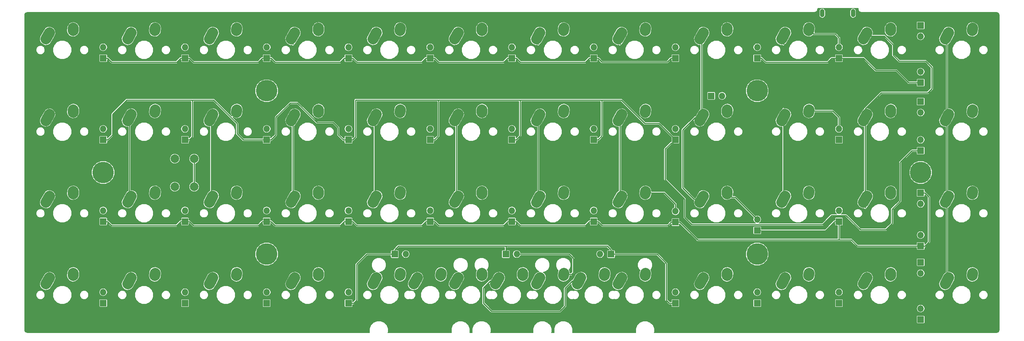
<source format=gbl>
G04 #@! TF.GenerationSoftware,KiCad,Pcbnew,5.0.1*
G04 #@! TF.CreationDate,2018-11-18T19:06:30-02:00*
G04 #@! TF.ProjectId,ortho40,6F7274686F34302E6B696361645F7063,rev?*
G04 #@! TF.SameCoordinates,Original*
G04 #@! TF.FileFunction,Copper,L2,Bot,Signal*
G04 #@! TF.FilePolarity,Positive*
%FSLAX46Y46*%
G04 Gerber Fmt 4.6, Leading zero omitted, Abs format (unit mm)*
G04 Created by KiCad (PCBNEW 5.0.1) date Sun 18 Nov 2018 07:06:30 PM -02*
%MOMM*%
%LPD*%
G01*
G04 APERTURE LIST*
G04 #@! TA.AperFunction,ComponentPad*
%ADD10C,2.500000*%
G04 #@! TD*
G04 #@! TA.AperFunction,Conductor*
%ADD11C,2.500000*%
G04 #@! TD*
G04 #@! TA.AperFunction,ComponentPad*
%ADD12R,1.500000X1.500000*%
G04 #@! TD*
G04 #@! TA.AperFunction,ComponentPad*
%ADD13O,1.500000X1.500000*%
G04 #@! TD*
G04 #@! TA.AperFunction,ComponentPad*
%ADD14O,1.050000X1.900000*%
G04 #@! TD*
G04 #@! TA.AperFunction,ComponentPad*
%ADD15C,2.000000*%
G04 #@! TD*
G04 #@! TA.AperFunction,ComponentPad*
%ADD16C,5.000000*%
G04 #@! TD*
G04 #@! TA.AperFunction,ViaPad*
%ADD17C,1.000000*%
G04 #@! TD*
G04 #@! TA.AperFunction,Conductor*
%ADD18C,0.250000*%
G04 #@! TD*
G04 #@! TA.AperFunction,Conductor*
%ADD19C,0.130000*%
G04 #@! TD*
G04 APERTURE END LIST*
D10*
G04 #@! TO.P,K47,1*
G04 #@! TO.N,/Col7*
X154295000Y-127830000D03*
D11*
G04 #@! TD*
G04 #@! TO.N,/Col7*
G04 #@! TO.C,K47*
X154700453Y-127100046D02*
X153889547Y-128559954D01*
D10*
G04 #@! TO.P,K47,2*
G04 #@! TO.N,Net-(D47-Pad2)*
X160220000Y-126310000D03*
D11*
G04 #@! TD*
G04 #@! TO.N,Net-(D47-Pad2)*
G04 #@! TO.C,K47*
X160239724Y-126020672D02*
X160200276Y-126599328D01*
D10*
G04 #@! TO.P,K310,1*
G04 #@! TO.N,/Col10*
X211295000Y-108830000D03*
D11*
G04 #@! TD*
G04 #@! TO.N,/Col10*
G04 #@! TO.C,K310*
X211700453Y-108100046D02*
X210889547Y-109559954D01*
D10*
G04 #@! TO.P,K310,2*
G04 #@! TO.N,Net-(D310-Pad2)*
X217220000Y-107310000D03*
D11*
G04 #@! TD*
G04 #@! TO.N,Net-(D310-Pad2)*
G04 #@! TO.C,K310*
X217239724Y-107020672D02*
X217200276Y-107599328D01*
D10*
G04 #@! TO.P,K29,2*
G04 #@! TO.N,Net-(D29-Pad2)*
X198220000Y-88310000D03*
D11*
G04 #@! TD*
G04 #@! TO.N,Net-(D29-Pad2)*
G04 #@! TO.C,K29*
X198239724Y-88020672D02*
X198200276Y-88599328D01*
D10*
G04 #@! TO.P,K29,1*
G04 #@! TO.N,/Col9*
X192295000Y-89830000D03*
D11*
G04 #@! TD*
G04 #@! TO.N,/Col9*
G04 #@! TO.C,K29*
X192700453Y-89100046D02*
X191889547Y-90559954D01*
D10*
G04 #@! TO.P,K210,2*
G04 #@! TO.N,Net-(D210-Pad2)*
X217220000Y-88310000D03*
D11*
G04 #@! TD*
G04 #@! TO.N,Net-(D210-Pad2)*
G04 #@! TO.C,K210*
X217239724Y-88020672D02*
X217200276Y-88599328D01*
D10*
G04 #@! TO.P,K210,1*
G04 #@! TO.N,/Col10*
X211295000Y-89830000D03*
D11*
G04 #@! TD*
G04 #@! TO.N,/Col10*
G04 #@! TO.C,K210*
X211700453Y-89100046D02*
X210889547Y-90559954D01*
D10*
G04 #@! TO.P,K112,2*
G04 #@! TO.N,Net-(D112-Pad2)*
X255220000Y-69310000D03*
D11*
G04 #@! TD*
G04 #@! TO.N,Net-(D112-Pad2)*
G04 #@! TO.C,K112*
X255239724Y-69020672D02*
X255200276Y-69599328D01*
D10*
G04 #@! TO.P,K112,1*
G04 #@! TO.N,/Col12*
X249295000Y-70830000D03*
D11*
G04 #@! TD*
G04 #@! TO.N,/Col12*
G04 #@! TO.C,K112*
X249700453Y-70100046D02*
X248889547Y-71559954D01*
D12*
G04 #@! TO.P,D26,1*
G04 #@! TO.N,/Row2*
X148200000Y-95000000D03*
D13*
G04 #@! TO.P,D26,2*
G04 #@! TO.N,Net-(D26-Pad2)*
X148200000Y-92460000D03*
G04 #@! TD*
D10*
G04 #@! TO.P,K26,1*
G04 #@! TO.N,/Col6*
X135295000Y-89830000D03*
D11*
G04 #@! TD*
G04 #@! TO.N,/Col6*
G04 #@! TO.C,K26*
X135700453Y-89100046D02*
X134889547Y-90559954D01*
D10*
G04 #@! TO.P,K26,2*
G04 #@! TO.N,Net-(D26-Pad2)*
X141220000Y-88310000D03*
D11*
G04 #@! TD*
G04 #@! TO.N,Net-(D26-Pad2)*
G04 #@! TO.C,K26*
X141239724Y-88020672D02*
X141200276Y-88599328D01*
D10*
G04 #@! TO.P,K27,1*
G04 #@! TO.N,/Col7*
X154295000Y-89830000D03*
D11*
G04 #@! TD*
G04 #@! TO.N,/Col7*
G04 #@! TO.C,K27*
X154700453Y-89100046D02*
X153889547Y-90559954D01*
D10*
G04 #@! TO.P,K27,2*
G04 #@! TO.N,Net-(D27-Pad2)*
X160220000Y-88310000D03*
D11*
G04 #@! TD*
G04 #@! TO.N,Net-(D27-Pad2)*
G04 #@! TO.C,K27*
X160239724Y-88020672D02*
X160200276Y-88599328D01*
D10*
G04 #@! TO.P,K13,1*
G04 #@! TO.N,/Col3*
X78295000Y-70830000D03*
D11*
G04 #@! TD*
G04 #@! TO.N,/Col3*
G04 #@! TO.C,K13*
X78700453Y-70100046D02*
X77889547Y-71559954D01*
D10*
G04 #@! TO.P,K13,2*
G04 #@! TO.N,Net-(D13-Pad2)*
X84220000Y-69310000D03*
D11*
G04 #@! TD*
G04 #@! TO.N,Net-(D13-Pad2)*
G04 #@! TO.C,K13*
X84239724Y-69020672D02*
X84200276Y-69599328D01*
D10*
G04 #@! TO.P,K39,1*
G04 #@! TO.N,/Col9*
X192295000Y-108830000D03*
D11*
G04 #@! TD*
G04 #@! TO.N,/Col9*
G04 #@! TO.C,K39*
X192700453Y-108100046D02*
X191889547Y-109559954D01*
D10*
G04 #@! TO.P,K39,2*
G04 #@! TO.N,Net-(D39-Pad2)*
X198220000Y-107310000D03*
D11*
G04 #@! TD*
G04 #@! TO.N,Net-(D39-Pad2)*
G04 #@! TO.C,K39*
X198239724Y-107020672D02*
X198200276Y-107599328D01*
D10*
G04 #@! TO.P,K22,1*
G04 #@! TO.N,/Col2*
X59295000Y-89830000D03*
D11*
G04 #@! TD*
G04 #@! TO.N,/Col2*
G04 #@! TO.C,K22*
X59700453Y-89100046D02*
X58889547Y-90559954D01*
D10*
G04 #@! TO.P,K22,2*
G04 #@! TO.N,Net-(D22-Pad2)*
X65220000Y-88310000D03*
D11*
G04 #@! TD*
G04 #@! TO.N,Net-(D22-Pad2)*
G04 #@! TO.C,K22*
X65239724Y-88020672D02*
X65200276Y-88599328D01*
D14*
G04 #@! TO.P,J1,6*
G04 #@! TO.N,GND*
X227475000Y-65550000D03*
X220325000Y-65550000D03*
G04 #@! TD*
D10*
G04 #@! TO.P,K11,1*
G04 #@! TO.N,/Col1*
X40295000Y-70830000D03*
D11*
G04 #@! TD*
G04 #@! TO.N,/Col1*
G04 #@! TO.C,K11*
X40700453Y-70100046D02*
X39889547Y-71559954D01*
D10*
G04 #@! TO.P,K11,2*
G04 #@! TO.N,Net-(D11-Pad2)*
X46220000Y-69310000D03*
D11*
G04 #@! TD*
G04 #@! TO.N,Net-(D11-Pad2)*
G04 #@! TO.C,K11*
X46239724Y-69020672D02*
X46200276Y-69599328D01*
D10*
G04 #@! TO.P,K12,1*
G04 #@! TO.N,/Col2*
X59295000Y-70830000D03*
D11*
G04 #@! TD*
G04 #@! TO.N,/Col2*
G04 #@! TO.C,K12*
X59700453Y-70100046D02*
X58889547Y-71559954D01*
D10*
G04 #@! TO.P,K12,2*
G04 #@! TO.N,Net-(D12-Pad2)*
X65220000Y-69310000D03*
D11*
G04 #@! TD*
G04 #@! TO.N,Net-(D12-Pad2)*
G04 #@! TO.C,K12*
X65239724Y-69020672D02*
X65200276Y-69599328D01*
D10*
G04 #@! TO.P,K14,1*
G04 #@! TO.N,/Col4*
X97295000Y-70830000D03*
D11*
G04 #@! TD*
G04 #@! TO.N,/Col4*
G04 #@! TO.C,K14*
X97700453Y-70100046D02*
X96889547Y-71559954D01*
D10*
G04 #@! TO.P,K14,2*
G04 #@! TO.N,Net-(D14-Pad2)*
X103220000Y-69310000D03*
D11*
G04 #@! TD*
G04 #@! TO.N,Net-(D14-Pad2)*
G04 #@! TO.C,K14*
X103239724Y-69020672D02*
X103200276Y-69599328D01*
D10*
G04 #@! TO.P,K15,1*
G04 #@! TO.N,/Col5*
X116295000Y-70830000D03*
D11*
G04 #@! TD*
G04 #@! TO.N,/Col5*
G04 #@! TO.C,K15*
X116700453Y-70100046D02*
X115889547Y-71559954D01*
D10*
G04 #@! TO.P,K15,2*
G04 #@! TO.N,Net-(D15-Pad2)*
X122220000Y-69310000D03*
D11*
G04 #@! TD*
G04 #@! TO.N,Net-(D15-Pad2)*
G04 #@! TO.C,K15*
X122239724Y-69020672D02*
X122200276Y-69599328D01*
D10*
G04 #@! TO.P,K16,1*
G04 #@! TO.N,/Col6*
X135295000Y-70830000D03*
D11*
G04 #@! TD*
G04 #@! TO.N,/Col6*
G04 #@! TO.C,K16*
X135700453Y-70100046D02*
X134889547Y-71559954D01*
D10*
G04 #@! TO.P,K16,2*
G04 #@! TO.N,Net-(D16-Pad2)*
X141220000Y-69310000D03*
D11*
G04 #@! TD*
G04 #@! TO.N,Net-(D16-Pad2)*
G04 #@! TO.C,K16*
X141239724Y-69020672D02*
X141200276Y-69599328D01*
D10*
G04 #@! TO.P,K17,2*
G04 #@! TO.N,Net-(D17-Pad2)*
X160220000Y-69310000D03*
D11*
G04 #@! TD*
G04 #@! TO.N,Net-(D17-Pad2)*
G04 #@! TO.C,K17*
X160239724Y-69020672D02*
X160200276Y-69599328D01*
D10*
G04 #@! TO.P,K17,1*
G04 #@! TO.N,/Col7*
X154295000Y-70830000D03*
D11*
G04 #@! TD*
G04 #@! TO.N,/Col7*
G04 #@! TO.C,K17*
X154700453Y-70100046D02*
X153889547Y-71559954D01*
D10*
G04 #@! TO.P,K18,2*
G04 #@! TO.N,Net-(D18-Pad2)*
X179220000Y-69310000D03*
D11*
G04 #@! TD*
G04 #@! TO.N,Net-(D18-Pad2)*
G04 #@! TO.C,K18*
X179239724Y-69020672D02*
X179200276Y-69599328D01*
D10*
G04 #@! TO.P,K18,1*
G04 #@! TO.N,/Col8*
X173295000Y-70830000D03*
D11*
G04 #@! TD*
G04 #@! TO.N,/Col8*
G04 #@! TO.C,K18*
X173700453Y-70100046D02*
X172889547Y-71559954D01*
D10*
G04 #@! TO.P,K19,2*
G04 #@! TO.N,Net-(D19-Pad2)*
X198220000Y-69310000D03*
D11*
G04 #@! TD*
G04 #@! TO.N,Net-(D19-Pad2)*
G04 #@! TO.C,K19*
X198239724Y-69020672D02*
X198200276Y-69599328D01*
D10*
G04 #@! TO.P,K19,1*
G04 #@! TO.N,/Col9*
X192295000Y-70830000D03*
D11*
G04 #@! TD*
G04 #@! TO.N,/Col9*
G04 #@! TO.C,K19*
X192700453Y-70100046D02*
X191889547Y-71559954D01*
D10*
G04 #@! TO.P,K21,1*
G04 #@! TO.N,/Col1*
X40295000Y-89830000D03*
D11*
G04 #@! TD*
G04 #@! TO.N,/Col1*
G04 #@! TO.C,K21*
X40700453Y-89100046D02*
X39889547Y-90559954D01*
D10*
G04 #@! TO.P,K21,2*
G04 #@! TO.N,Net-(D21-Pad2)*
X46220000Y-88310000D03*
D11*
G04 #@! TD*
G04 #@! TO.N,Net-(D21-Pad2)*
G04 #@! TO.C,K21*
X46239724Y-88020672D02*
X46200276Y-88599328D01*
D10*
G04 #@! TO.P,K23,2*
G04 #@! TO.N,Net-(D23-Pad2)*
X84220000Y-88310000D03*
D11*
G04 #@! TD*
G04 #@! TO.N,Net-(D23-Pad2)*
G04 #@! TO.C,K23*
X84239724Y-88020672D02*
X84200276Y-88599328D01*
D10*
G04 #@! TO.P,K23,1*
G04 #@! TO.N,/Col3*
X78295000Y-89830000D03*
D11*
G04 #@! TD*
G04 #@! TO.N,/Col3*
G04 #@! TO.C,K23*
X78700453Y-89100046D02*
X77889547Y-90559954D01*
D10*
G04 #@! TO.P,K24,1*
G04 #@! TO.N,/Col4*
X97295000Y-89830000D03*
D11*
G04 #@! TD*
G04 #@! TO.N,/Col4*
G04 #@! TO.C,K24*
X97700453Y-89100046D02*
X96889547Y-90559954D01*
D10*
G04 #@! TO.P,K24,2*
G04 #@! TO.N,Net-(D24-Pad2)*
X103220000Y-88310000D03*
D11*
G04 #@! TD*
G04 #@! TO.N,Net-(D24-Pad2)*
G04 #@! TO.C,K24*
X103239724Y-88020672D02*
X103200276Y-88599328D01*
D10*
G04 #@! TO.P,K25,2*
G04 #@! TO.N,Net-(D25-Pad2)*
X122220000Y-88310000D03*
D11*
G04 #@! TD*
G04 #@! TO.N,Net-(D25-Pad2)*
G04 #@! TO.C,K25*
X122239724Y-88020672D02*
X122200276Y-88599328D01*
D10*
G04 #@! TO.P,K25,1*
G04 #@! TO.N,/Col5*
X116295000Y-89830000D03*
D11*
G04 #@! TD*
G04 #@! TO.N,/Col5*
G04 #@! TO.C,K25*
X116700453Y-89100046D02*
X115889547Y-90559954D01*
D10*
G04 #@! TO.P,K28,2*
G04 #@! TO.N,Net-(D28-Pad2)*
X179220000Y-88310000D03*
D11*
G04 #@! TD*
G04 #@! TO.N,Net-(D28-Pad2)*
G04 #@! TO.C,K28*
X179239724Y-88020672D02*
X179200276Y-88599328D01*
D10*
G04 #@! TO.P,K28,1*
G04 #@! TO.N,/Col8*
X173295000Y-89830000D03*
D11*
G04 #@! TD*
G04 #@! TO.N,/Col8*
G04 #@! TO.C,K28*
X173700453Y-89100046D02*
X172889547Y-90559954D01*
D10*
G04 #@! TO.P,K31,2*
G04 #@! TO.N,Net-(D31-Pad2)*
X46220000Y-107310000D03*
D11*
G04 #@! TD*
G04 #@! TO.N,Net-(D31-Pad2)*
G04 #@! TO.C,K31*
X46239724Y-107020672D02*
X46200276Y-107599328D01*
D10*
G04 #@! TO.P,K31,1*
G04 #@! TO.N,/Col1*
X40295000Y-108830000D03*
D11*
G04 #@! TD*
G04 #@! TO.N,/Col1*
G04 #@! TO.C,K31*
X40700453Y-108100046D02*
X39889547Y-109559954D01*
D10*
G04 #@! TO.P,K32,2*
G04 #@! TO.N,Net-(D32-Pad2)*
X65220000Y-107310000D03*
D11*
G04 #@! TD*
G04 #@! TO.N,Net-(D32-Pad2)*
G04 #@! TO.C,K32*
X65239724Y-107020672D02*
X65200276Y-107599328D01*
D10*
G04 #@! TO.P,K32,1*
G04 #@! TO.N,/Col2*
X59295000Y-108830000D03*
D11*
G04 #@! TD*
G04 #@! TO.N,/Col2*
G04 #@! TO.C,K32*
X59700453Y-108100046D02*
X58889547Y-109559954D01*
D10*
G04 #@! TO.P,K33,2*
G04 #@! TO.N,Net-(D33-Pad2)*
X84220000Y-107310000D03*
D11*
G04 #@! TD*
G04 #@! TO.N,Net-(D33-Pad2)*
G04 #@! TO.C,K33*
X84239724Y-107020672D02*
X84200276Y-107599328D01*
D10*
G04 #@! TO.P,K33,1*
G04 #@! TO.N,/Col3*
X78295000Y-108830000D03*
D11*
G04 #@! TD*
G04 #@! TO.N,/Col3*
G04 #@! TO.C,K33*
X78700453Y-108100046D02*
X77889547Y-109559954D01*
D10*
G04 #@! TO.P,K34,1*
G04 #@! TO.N,/Col4*
X97295000Y-108830000D03*
D11*
G04 #@! TD*
G04 #@! TO.N,/Col4*
G04 #@! TO.C,K34*
X97700453Y-108100046D02*
X96889547Y-109559954D01*
D10*
G04 #@! TO.P,K34,2*
G04 #@! TO.N,Net-(D34-Pad2)*
X103220000Y-107310000D03*
D11*
G04 #@! TD*
G04 #@! TO.N,Net-(D34-Pad2)*
G04 #@! TO.C,K34*
X103239724Y-107020672D02*
X103200276Y-107599328D01*
D10*
G04 #@! TO.P,K35,2*
G04 #@! TO.N,Net-(D35-Pad2)*
X122220000Y-107310000D03*
D11*
G04 #@! TD*
G04 #@! TO.N,Net-(D35-Pad2)*
G04 #@! TO.C,K35*
X122239724Y-107020672D02*
X122200276Y-107599328D01*
D10*
G04 #@! TO.P,K35,1*
G04 #@! TO.N,/Col5*
X116295000Y-108830000D03*
D11*
G04 #@! TD*
G04 #@! TO.N,/Col5*
G04 #@! TO.C,K35*
X116700453Y-108100046D02*
X115889547Y-109559954D01*
D10*
G04 #@! TO.P,K36,2*
G04 #@! TO.N,Net-(D36-Pad2)*
X141220000Y-107310000D03*
D11*
G04 #@! TD*
G04 #@! TO.N,Net-(D36-Pad2)*
G04 #@! TO.C,K36*
X141239724Y-107020672D02*
X141200276Y-107599328D01*
D10*
G04 #@! TO.P,K36,1*
G04 #@! TO.N,/Col6*
X135295000Y-108830000D03*
D11*
G04 #@! TD*
G04 #@! TO.N,/Col6*
G04 #@! TO.C,K36*
X135700453Y-108100046D02*
X134889547Y-109559954D01*
D10*
G04 #@! TO.P,K37,1*
G04 #@! TO.N,/Col7*
X154295000Y-108830000D03*
D11*
G04 #@! TD*
G04 #@! TO.N,/Col7*
G04 #@! TO.C,K37*
X154700453Y-108100046D02*
X153889547Y-109559954D01*
D10*
G04 #@! TO.P,K37,2*
G04 #@! TO.N,Net-(D37-Pad2)*
X160220000Y-107310000D03*
D11*
G04 #@! TD*
G04 #@! TO.N,Net-(D37-Pad2)*
G04 #@! TO.C,K37*
X160239724Y-107020672D02*
X160200276Y-107599328D01*
D10*
G04 #@! TO.P,K38,1*
G04 #@! TO.N,/Col8*
X173295000Y-108830000D03*
D11*
G04 #@! TD*
G04 #@! TO.N,/Col8*
G04 #@! TO.C,K38*
X173700453Y-108100046D02*
X172889547Y-109559954D01*
D10*
G04 #@! TO.P,K38,2*
G04 #@! TO.N,Net-(D38-Pad2)*
X179220000Y-107310000D03*
D11*
G04 #@! TD*
G04 #@! TO.N,Net-(D38-Pad2)*
G04 #@! TO.C,K38*
X179239724Y-107020672D02*
X179200276Y-107599328D01*
D10*
G04 #@! TO.P,K41,2*
G04 #@! TO.N,Net-(D41-Pad2)*
X46220000Y-126310000D03*
D11*
G04 #@! TD*
G04 #@! TO.N,Net-(D41-Pad2)*
G04 #@! TO.C,K41*
X46239724Y-126020672D02*
X46200276Y-126599328D01*
D10*
G04 #@! TO.P,K41,1*
G04 #@! TO.N,/Col1*
X40295000Y-127830000D03*
D11*
G04 #@! TD*
G04 #@! TO.N,/Col1*
G04 #@! TO.C,K41*
X40700453Y-127100046D02*
X39889547Y-128559954D01*
D10*
G04 #@! TO.P,K42,1*
G04 #@! TO.N,/Col2*
X59295000Y-127830000D03*
D11*
G04 #@! TD*
G04 #@! TO.N,/Col2*
G04 #@! TO.C,K42*
X59700453Y-127100046D02*
X58889547Y-128559954D01*
D10*
G04 #@! TO.P,K42,2*
G04 #@! TO.N,Net-(D42-Pad2)*
X65220000Y-126310000D03*
D11*
G04 #@! TD*
G04 #@! TO.N,Net-(D42-Pad2)*
G04 #@! TO.C,K42*
X65239724Y-126020672D02*
X65200276Y-126599328D01*
D10*
G04 #@! TO.P,K43,1*
G04 #@! TO.N,/Col3*
X78295000Y-127830000D03*
D11*
G04 #@! TD*
G04 #@! TO.N,/Col3*
G04 #@! TO.C,K43*
X78700453Y-127100046D02*
X77889547Y-128559954D01*
D10*
G04 #@! TO.P,K43,2*
G04 #@! TO.N,Net-(D43-Pad2)*
X84220000Y-126310000D03*
D11*
G04 #@! TD*
G04 #@! TO.N,Net-(D43-Pad2)*
G04 #@! TO.C,K43*
X84239724Y-126020672D02*
X84200276Y-126599328D01*
D10*
G04 #@! TO.P,K44,1*
G04 #@! TO.N,/Col4*
X97295000Y-127830000D03*
D11*
G04 #@! TD*
G04 #@! TO.N,/Col4*
G04 #@! TO.C,K44*
X97700453Y-127100046D02*
X96889547Y-128559954D01*
D10*
G04 #@! TO.P,K44,2*
G04 #@! TO.N,Net-(D44-Pad2)*
X103220000Y-126310000D03*
D11*
G04 #@! TD*
G04 #@! TO.N,Net-(D44-Pad2)*
G04 #@! TO.C,K44*
X103239724Y-126020672D02*
X103200276Y-126599328D01*
D10*
G04 #@! TO.P,K45,2*
G04 #@! TO.N,Net-(D45-Pad2)*
X122220000Y-126310000D03*
D11*
G04 #@! TD*
G04 #@! TO.N,Net-(D45-Pad2)*
G04 #@! TO.C,K45*
X122239724Y-126020672D02*
X122200276Y-126599328D01*
D10*
G04 #@! TO.P,K45,1*
G04 #@! TO.N,/Col5*
X116295000Y-127830000D03*
D11*
G04 #@! TD*
G04 #@! TO.N,/Col5*
G04 #@! TO.C,K45*
X116700453Y-127100046D02*
X115889547Y-128559954D01*
D10*
G04 #@! TO.P,K48,2*
G04 #@! TO.N,Net-(D48-Pad2)*
X179220000Y-126310000D03*
D11*
G04 #@! TD*
G04 #@! TO.N,Net-(D48-Pad2)*
G04 #@! TO.C,K48*
X179239724Y-126020672D02*
X179200276Y-126599328D01*
D10*
G04 #@! TO.P,K48,1*
G04 #@! TO.N,/Col8*
X173295000Y-127830000D03*
D11*
G04 #@! TD*
G04 #@! TO.N,/Col8*
G04 #@! TO.C,K48*
X173700453Y-127100046D02*
X172889547Y-128559954D01*
D10*
G04 #@! TO.P,K49,2*
G04 #@! TO.N,Net-(D49-Pad2)*
X198220000Y-126310000D03*
D11*
G04 #@! TD*
G04 #@! TO.N,Net-(D49-Pad2)*
G04 #@! TO.C,K49*
X198239724Y-126020672D02*
X198200276Y-126599328D01*
D10*
G04 #@! TO.P,K49,1*
G04 #@! TO.N,/Col9*
X192295000Y-127830000D03*
D11*
G04 #@! TD*
G04 #@! TO.N,/Col9*
G04 #@! TO.C,K49*
X192700453Y-127100046D02*
X191889547Y-128559954D01*
D10*
G04 #@! TO.P,K110,1*
G04 #@! TO.N,/Col10*
X211295000Y-70830000D03*
D11*
G04 #@! TD*
G04 #@! TO.N,/Col10*
G04 #@! TO.C,K110*
X211700453Y-70100046D02*
X210889547Y-71559954D01*
D10*
G04 #@! TO.P,K110,2*
G04 #@! TO.N,Net-(D110-Pad2)*
X217220000Y-69310000D03*
D11*
G04 #@! TD*
G04 #@! TO.N,Net-(D110-Pad2)*
G04 #@! TO.C,K110*
X217239724Y-69020672D02*
X217200276Y-69599328D01*
D10*
G04 #@! TO.P,K111,1*
G04 #@! TO.N,/Col11*
X230295000Y-70830000D03*
D11*
G04 #@! TD*
G04 #@! TO.N,/Col11*
G04 #@! TO.C,K111*
X230700453Y-70100046D02*
X229889547Y-71559954D01*
D10*
G04 #@! TO.P,K111,2*
G04 #@! TO.N,Net-(D111-Pad2)*
X236220000Y-69310000D03*
D11*
G04 #@! TD*
G04 #@! TO.N,Net-(D111-Pad2)*
G04 #@! TO.C,K111*
X236239724Y-69020672D02*
X236200276Y-69599328D01*
D10*
G04 #@! TO.P,K211,1*
G04 #@! TO.N,/Col11*
X230295000Y-89830000D03*
D11*
G04 #@! TD*
G04 #@! TO.N,/Col11*
G04 #@! TO.C,K211*
X230700453Y-89100046D02*
X229889547Y-90559954D01*
D10*
G04 #@! TO.P,K211,2*
G04 #@! TO.N,Net-(D211-Pad2)*
X236220000Y-88310000D03*
D11*
G04 #@! TD*
G04 #@! TO.N,Net-(D211-Pad2)*
G04 #@! TO.C,K211*
X236239724Y-88020672D02*
X236200276Y-88599328D01*
D10*
G04 #@! TO.P,K212,2*
G04 #@! TO.N,Net-(D212-Pad2)*
X255220000Y-88310000D03*
D11*
G04 #@! TD*
G04 #@! TO.N,Net-(D212-Pad2)*
G04 #@! TO.C,K212*
X255239724Y-88020672D02*
X255200276Y-88599328D01*
D10*
G04 #@! TO.P,K212,1*
G04 #@! TO.N,/Col12*
X249295000Y-89830000D03*
D11*
G04 #@! TD*
G04 #@! TO.N,/Col12*
G04 #@! TO.C,K212*
X249700453Y-89100046D02*
X248889547Y-90559954D01*
D10*
G04 #@! TO.P,K311,1*
G04 #@! TO.N,/Col11*
X230295000Y-108830000D03*
D11*
G04 #@! TD*
G04 #@! TO.N,/Col11*
G04 #@! TO.C,K311*
X230700453Y-108100046D02*
X229889547Y-109559954D01*
D10*
G04 #@! TO.P,K311,2*
G04 #@! TO.N,Net-(D311-Pad2)*
X236220000Y-107310000D03*
D11*
G04 #@! TD*
G04 #@! TO.N,Net-(D311-Pad2)*
G04 #@! TO.C,K311*
X236239724Y-107020672D02*
X236200276Y-107599328D01*
D10*
G04 #@! TO.P,K312,2*
G04 #@! TO.N,Net-(D312-Pad2)*
X255220000Y-107310000D03*
D11*
G04 #@! TD*
G04 #@! TO.N,Net-(D312-Pad2)*
G04 #@! TO.C,K312*
X255239724Y-107020672D02*
X255200276Y-107599328D01*
D10*
G04 #@! TO.P,K312,1*
G04 #@! TO.N,/Col12*
X249295000Y-108830000D03*
D11*
G04 #@! TD*
G04 #@! TO.N,/Col12*
G04 #@! TO.C,K312*
X249700453Y-108100046D02*
X248889547Y-109559954D01*
D10*
G04 #@! TO.P,K410,2*
G04 #@! TO.N,Net-(D410-Pad2)*
X217220000Y-126310000D03*
D11*
G04 #@! TD*
G04 #@! TO.N,Net-(D410-Pad2)*
G04 #@! TO.C,K410*
X217239724Y-126020672D02*
X217200276Y-126599328D01*
D10*
G04 #@! TO.P,K410,1*
G04 #@! TO.N,/Col10*
X211295000Y-127830000D03*
D11*
G04 #@! TD*
G04 #@! TO.N,/Col10*
G04 #@! TO.C,K410*
X211700453Y-127100046D02*
X210889547Y-128559954D01*
D10*
G04 #@! TO.P,K411,2*
G04 #@! TO.N,Net-(D411-Pad2)*
X236220000Y-126310000D03*
D11*
G04 #@! TD*
G04 #@! TO.N,Net-(D411-Pad2)*
G04 #@! TO.C,K411*
X236239724Y-126020672D02*
X236200276Y-126599328D01*
D10*
G04 #@! TO.P,K411,1*
G04 #@! TO.N,/Col11*
X230295000Y-127830000D03*
D11*
G04 #@! TD*
G04 #@! TO.N,/Col11*
G04 #@! TO.C,K411*
X230700453Y-127100046D02*
X229889547Y-128559954D01*
D10*
G04 #@! TO.P,K412,2*
G04 #@! TO.N,Net-(D412-Pad2)*
X255220000Y-126310000D03*
D11*
G04 #@! TD*
G04 #@! TO.N,Net-(D412-Pad2)*
G04 #@! TO.C,K412*
X255239724Y-126020672D02*
X255200276Y-126599328D01*
D10*
G04 #@! TO.P,K412,1*
G04 #@! TO.N,/Col12*
X249295000Y-127830000D03*
D11*
G04 #@! TD*
G04 #@! TO.N,/Col12*
G04 #@! TO.C,K412*
X249700453Y-127100046D02*
X248889547Y-128559954D01*
D15*
G04 #@! TO.P,SW1,2*
G04 #@! TO.N,/RST*
X74325000Y-105925000D03*
G04 #@! TO.P,SW1,1*
G04 #@! TO.N,GND*
X69825000Y-105925000D03*
G04 #@! TO.P,SW1,2*
G04 #@! TO.N,/RST*
X74325000Y-99425000D03*
G04 #@! TO.P,SW1,1*
G04 #@! TO.N,GND*
X69825000Y-99425000D03*
G04 #@! TD*
D13*
G04 #@! TO.P,D11,2*
G04 #@! TO.N,Net-(D11-Pad2)*
X53200000Y-73460000D03*
D12*
G04 #@! TO.P,D11,1*
G04 #@! TO.N,/Row1*
X53200000Y-76000000D03*
G04 #@! TD*
D13*
G04 #@! TO.P,D12,2*
G04 #@! TO.N,Net-(D12-Pad2)*
X72200000Y-73460000D03*
D12*
G04 #@! TO.P,D12,1*
G04 #@! TO.N,/Row1*
X72200000Y-76000000D03*
G04 #@! TD*
D13*
G04 #@! TO.P,D13,2*
G04 #@! TO.N,Net-(D13-Pad2)*
X91200000Y-73460000D03*
D12*
G04 #@! TO.P,D13,1*
G04 #@! TO.N,/Row1*
X91200000Y-76000000D03*
G04 #@! TD*
D13*
G04 #@! TO.P,D14,2*
G04 #@! TO.N,Net-(D14-Pad2)*
X110200000Y-73460000D03*
D12*
G04 #@! TO.P,D14,1*
G04 #@! TO.N,/Row1*
X110200000Y-76000000D03*
G04 #@! TD*
G04 #@! TO.P,D15,1*
G04 #@! TO.N,/Row1*
X129200000Y-76000000D03*
D13*
G04 #@! TO.P,D15,2*
G04 #@! TO.N,Net-(D15-Pad2)*
X129200000Y-73460000D03*
G04 #@! TD*
G04 #@! TO.P,D16,2*
G04 #@! TO.N,Net-(D16-Pad2)*
X148200000Y-73460000D03*
D12*
G04 #@! TO.P,D16,1*
G04 #@! TO.N,/Row1*
X148200000Y-76000000D03*
G04 #@! TD*
D13*
G04 #@! TO.P,D17,2*
G04 #@! TO.N,Net-(D17-Pad2)*
X167200000Y-73460000D03*
D12*
G04 #@! TO.P,D17,1*
G04 #@! TO.N,/Row1*
X167200000Y-76000000D03*
G04 #@! TD*
D13*
G04 #@! TO.P,D18,2*
G04 #@! TO.N,Net-(D18-Pad2)*
X186200000Y-73460000D03*
D12*
G04 #@! TO.P,D18,1*
G04 #@! TO.N,/Row1*
X186200000Y-76000000D03*
G04 #@! TD*
G04 #@! TO.P,D19,1*
G04 #@! TO.N,/Row1*
X205200000Y-76000000D03*
D13*
G04 #@! TO.P,D19,2*
G04 #@! TO.N,Net-(D19-Pad2)*
X205200000Y-73460000D03*
G04 #@! TD*
D12*
G04 #@! TO.P,D21,1*
G04 #@! TO.N,/Row2*
X53200000Y-95000000D03*
D13*
G04 #@! TO.P,D21,2*
G04 #@! TO.N,Net-(D21-Pad2)*
X53200000Y-92460000D03*
G04 #@! TD*
D12*
G04 #@! TO.P,D22,1*
G04 #@! TO.N,/Row2*
X72200000Y-95000000D03*
D13*
G04 #@! TO.P,D22,2*
G04 #@! TO.N,Net-(D22-Pad2)*
X72200000Y-92460000D03*
G04 #@! TD*
D12*
G04 #@! TO.P,D23,1*
G04 #@! TO.N,/Row2*
X91200000Y-95000000D03*
D13*
G04 #@! TO.P,D23,2*
G04 #@! TO.N,Net-(D23-Pad2)*
X91200000Y-92460000D03*
G04 #@! TD*
D12*
G04 #@! TO.P,D24,1*
G04 #@! TO.N,/Row2*
X110200000Y-95000000D03*
D13*
G04 #@! TO.P,D24,2*
G04 #@! TO.N,Net-(D24-Pad2)*
X110200000Y-92460000D03*
G04 #@! TD*
G04 #@! TO.P,D25,2*
G04 #@! TO.N,Net-(D25-Pad2)*
X129200000Y-92460000D03*
D12*
G04 #@! TO.P,D25,1*
G04 #@! TO.N,/Row2*
X129200000Y-95000000D03*
G04 #@! TD*
G04 #@! TO.P,D27,1*
G04 #@! TO.N,/Row2*
X167200000Y-95000000D03*
D13*
G04 #@! TO.P,D27,2*
G04 #@! TO.N,Net-(D27-Pad2)*
X167200000Y-92460000D03*
G04 #@! TD*
D12*
G04 #@! TO.P,D28,1*
G04 #@! TO.N,/Row2*
X186200000Y-95000000D03*
D13*
G04 #@! TO.P,D28,2*
G04 #@! TO.N,Net-(D28-Pad2)*
X186200000Y-92460000D03*
G04 #@! TD*
G04 #@! TO.P,D29,2*
G04 #@! TO.N,Net-(D29-Pad2)*
X197052500Y-84787500D03*
D12*
G04 #@! TO.P,D29,1*
G04 #@! TO.N,/Row2*
X194512500Y-84787500D03*
G04 #@! TD*
D13*
G04 #@! TO.P,D31,2*
G04 #@! TO.N,Net-(D31-Pad2)*
X53200000Y-111460000D03*
D12*
G04 #@! TO.P,D31,1*
G04 #@! TO.N,/Row3*
X53200000Y-114000000D03*
G04 #@! TD*
D13*
G04 #@! TO.P,D32,2*
G04 #@! TO.N,Net-(D32-Pad2)*
X72200000Y-111460000D03*
D12*
G04 #@! TO.P,D32,1*
G04 #@! TO.N,/Row3*
X72200000Y-114000000D03*
G04 #@! TD*
D13*
G04 #@! TO.P,D33,2*
G04 #@! TO.N,Net-(D33-Pad2)*
X91200000Y-111460000D03*
D12*
G04 #@! TO.P,D33,1*
G04 #@! TO.N,/Row3*
X91200000Y-114000000D03*
G04 #@! TD*
G04 #@! TO.P,D34,1*
G04 #@! TO.N,/Row3*
X110200000Y-114000000D03*
D13*
G04 #@! TO.P,D34,2*
G04 #@! TO.N,Net-(D34-Pad2)*
X110200000Y-111460000D03*
G04 #@! TD*
D12*
G04 #@! TO.P,D35,1*
G04 #@! TO.N,/Row3*
X129200000Y-114000000D03*
D13*
G04 #@! TO.P,D35,2*
G04 #@! TO.N,Net-(D35-Pad2)*
X129200000Y-111460000D03*
G04 #@! TD*
G04 #@! TO.P,D36,2*
G04 #@! TO.N,Net-(D36-Pad2)*
X148200000Y-111460000D03*
D12*
G04 #@! TO.P,D36,1*
G04 #@! TO.N,/Row3*
X148200000Y-114000000D03*
G04 #@! TD*
G04 #@! TO.P,D37,1*
G04 #@! TO.N,/Row3*
X167200000Y-114000000D03*
D13*
G04 #@! TO.P,D37,2*
G04 #@! TO.N,Net-(D37-Pad2)*
X167200000Y-111460000D03*
G04 #@! TD*
G04 #@! TO.P,D38,2*
G04 #@! TO.N,Net-(D38-Pad2)*
X186200000Y-111623001D03*
D12*
G04 #@! TO.P,D38,1*
G04 #@! TO.N,/Row3*
X186200000Y-114163001D03*
G04 #@! TD*
G04 #@! TO.P,D39,1*
G04 #@! TO.N,/Row3*
X205200000Y-116065000D03*
D13*
G04 #@! TO.P,D39,2*
G04 #@! TO.N,Net-(D39-Pad2)*
X205200000Y-113525000D03*
G04 #@! TD*
D12*
G04 #@! TO.P,D41,1*
G04 #@! TO.N,/Row4*
X53200000Y-133000000D03*
D13*
G04 #@! TO.P,D41,2*
G04 #@! TO.N,Net-(D41-Pad2)*
X53200000Y-130460000D03*
G04 #@! TD*
D12*
G04 #@! TO.P,D42,1*
G04 #@! TO.N,/Row4*
X72200000Y-133000000D03*
D13*
G04 #@! TO.P,D42,2*
G04 #@! TO.N,Net-(D42-Pad2)*
X72200000Y-130460000D03*
G04 #@! TD*
D12*
G04 #@! TO.P,D43,1*
G04 #@! TO.N,/Row4*
X91200000Y-133000000D03*
D13*
G04 #@! TO.P,D43,2*
G04 #@! TO.N,Net-(D43-Pad2)*
X91200000Y-130460000D03*
G04 #@! TD*
G04 #@! TO.P,D44,2*
G04 #@! TO.N,Net-(D44-Pad2)*
X110200000Y-130460000D03*
D12*
G04 #@! TO.P,D44,1*
G04 #@! TO.N,/Row4*
X110200000Y-133000000D03*
G04 #@! TD*
D13*
G04 #@! TO.P,D45,2*
G04 #@! TO.N,Net-(D45-Pad2)*
X123500000Y-121600000D03*
D12*
G04 #@! TO.P,D45,1*
G04 #@! TO.N,/Row4*
X120960000Y-121600000D03*
G04 #@! TD*
G04 #@! TO.P,D46,1*
G04 #@! TO.N,/Row4*
X171237500Y-121600000D03*
D13*
G04 #@! TO.P,D46,2*
G04 #@! TO.N,Net-(D46-Pad2)*
X168697500Y-121600000D03*
G04 #@! TD*
G04 #@! TO.P,D48,2*
G04 #@! TO.N,Net-(D48-Pad2)*
X186200000Y-130460000D03*
D12*
G04 #@! TO.P,D48,1*
G04 #@! TO.N,/Row4*
X186200000Y-133000000D03*
G04 #@! TD*
D13*
G04 #@! TO.P,D49,2*
G04 #@! TO.N,Net-(D49-Pad2)*
X205200000Y-130460000D03*
D12*
G04 #@! TO.P,D49,1*
G04 #@! TO.N,/Row4*
X205200000Y-133000000D03*
G04 #@! TD*
G04 #@! TO.P,D110,1*
G04 #@! TO.N,/Row1*
X224200000Y-76000000D03*
D13*
G04 #@! TO.P,D110,2*
G04 #@! TO.N,Net-(D110-Pad2)*
X224200000Y-73460000D03*
G04 #@! TD*
D12*
G04 #@! TO.P,D111,1*
G04 #@! TO.N,/Row1*
X243200000Y-68400000D03*
D13*
G04 #@! TO.P,D111,2*
G04 #@! TO.N,Net-(D111-Pad2)*
X243200000Y-70940000D03*
G04 #@! TD*
D12*
G04 #@! TO.P,D112,1*
G04 #@! TO.N,/Row1*
X243200000Y-81700000D03*
D13*
G04 #@! TO.P,D112,2*
G04 #@! TO.N,Net-(D112-Pad2)*
X243200000Y-79160000D03*
G04 #@! TD*
D12*
G04 #@! TO.P,D210,1*
G04 #@! TO.N,/Row2*
X224200000Y-95000000D03*
D13*
G04 #@! TO.P,D210,2*
G04 #@! TO.N,Net-(D210-Pad2)*
X224200000Y-92460000D03*
G04 #@! TD*
G04 #@! TO.P,D211,2*
G04 #@! TO.N,Net-(D211-Pad2)*
X243200000Y-88660000D03*
D12*
G04 #@! TO.P,D211,1*
G04 #@! TO.N,/Row2*
X243200000Y-86120000D03*
G04 #@! TD*
D13*
G04 #@! TO.P,D212,2*
G04 #@! TO.N,Net-(D212-Pad2)*
X243200000Y-95000000D03*
D12*
G04 #@! TO.P,D212,1*
G04 #@! TO.N,/Row2*
X243200000Y-97540000D03*
G04 #@! TD*
G04 #@! TO.P,D310,1*
G04 #@! TO.N,/Row3*
X224200000Y-114000000D03*
D13*
G04 #@! TO.P,D310,2*
G04 #@! TO.N,Net-(D310-Pad2)*
X224200000Y-111460000D03*
G04 #@! TD*
D12*
G04 #@! TO.P,D311,1*
G04 #@! TO.N,/Row3*
X243200000Y-119700000D03*
D13*
G04 #@! TO.P,D311,2*
G04 #@! TO.N,Net-(D311-Pad2)*
X243200000Y-117160000D03*
G04 #@! TD*
D12*
G04 #@! TO.P,D312,1*
G04 #@! TO.N,/Row3*
X243200000Y-107350000D03*
D13*
G04 #@! TO.P,D312,2*
G04 #@! TO.N,Net-(D312-Pad2)*
X243200000Y-109890000D03*
G04 #@! TD*
G04 #@! TO.P,D410,2*
G04 #@! TO.N,Net-(D410-Pad2)*
X224200000Y-130460000D03*
D12*
G04 #@! TO.P,D410,1*
G04 #@! TO.N,/Row4*
X224200000Y-133000000D03*
G04 #@! TD*
D13*
G04 #@! TO.P,D411,2*
G04 #@! TO.N,Net-(D411-Pad2)*
X243200000Y-134260000D03*
D12*
G04 #@! TO.P,D411,1*
G04 #@! TO.N,/Row4*
X243200000Y-136800000D03*
G04 #@! TD*
D13*
G04 #@! TO.P,D412,2*
G04 #@! TO.N,Net-(D412-Pad2)*
X243200000Y-126040000D03*
D12*
G04 #@! TO.P,D412,1*
G04 #@! TO.N,/Row4*
X243200000Y-123500000D03*
G04 #@! TD*
D16*
G04 #@! TO.P,H1,1*
G04 #@! TO.N,N/C*
X91200000Y-121600000D03*
G04 #@! TD*
G04 #@! TO.P,H2,1*
G04 #@! TO.N,N/C*
X53200000Y-102600000D03*
G04 #@! TD*
G04 #@! TO.P,H3,1*
G04 #@! TO.N,N/C*
X91200000Y-83600000D03*
G04 #@! TD*
G04 #@! TO.P,H4,1*
G04 #@! TO.N,N/C*
X243200000Y-102600000D03*
G04 #@! TD*
G04 #@! TO.P,H5,1*
G04 #@! TO.N,N/C*
X205200000Y-83600000D03*
G04 #@! TD*
G04 #@! TO.P,H6,1*
G04 #@! TO.N,N/C*
X205200000Y-121600000D03*
G04 #@! TD*
D12*
G04 #@! TO.P,D47,1*
G04 #@! TO.N,/Row4*
X146775000Y-121600000D03*
D13*
G04 #@! TO.P,D47,2*
G04 #@! TO.N,Net-(D47-Pad2)*
X149315000Y-121600000D03*
G04 #@! TD*
D10*
G04 #@! TO.P,K46,1*
G04 #@! TO.N,/Col6*
X135295000Y-127830000D03*
D11*
G04 #@! TD*
G04 #@! TO.N,/Col6*
G04 #@! TO.C,K46*
X135700453Y-127100046D02*
X134889547Y-128559954D01*
D10*
G04 #@! TO.P,K46,2*
G04 #@! TO.N,Net-(D46-Pad2)*
X141220000Y-126310000D03*
D11*
G04 #@! TD*
G04 #@! TO.N,Net-(D46-Pad2)*
G04 #@! TO.C,K46*
X141239724Y-126020672D02*
X141200276Y-126599328D01*
D10*
G04 #@! TO.P,K2U1,2*
G04 #@! TO.N,Net-(D45-Pad2)*
X131720000Y-126310000D03*
D11*
G04 #@! TD*
G04 #@! TO.N,Net-(D45-Pad2)*
G04 #@! TO.C,K2U1*
X131739724Y-126020672D02*
X131700276Y-126599328D01*
D10*
G04 #@! TO.P,K2U1,1*
G04 #@! TO.N,/Col5*
X125795000Y-127830000D03*
D11*
G04 #@! TD*
G04 #@! TO.N,/Col5*
G04 #@! TO.C,K2U1*
X126200453Y-127100046D02*
X125389547Y-128559954D01*
D10*
G04 #@! TO.P,K2U2,1*
G04 #@! TO.N,/Col6*
X163795000Y-127830000D03*
D11*
G04 #@! TD*
G04 #@! TO.N,/Col6*
G04 #@! TO.C,K2U2*
X164200453Y-127100046D02*
X163389547Y-128559954D01*
D10*
G04 #@! TO.P,K2U2,2*
G04 #@! TO.N,Net-(D46-Pad2)*
X169720000Y-126310000D03*
D11*
G04 #@! TD*
G04 #@! TO.N,Net-(D46-Pad2)*
G04 #@! TO.C,K2U2*
X169739724Y-126020672D02*
X169700276Y-126599328D01*
D10*
G04 #@! TO.P,K2U3,1*
G04 #@! TO.N,/Col6*
X144795000Y-127830000D03*
D11*
G04 #@! TD*
G04 #@! TO.N,/Col6*
G04 #@! TO.C,K2U3*
X145200453Y-127100046D02*
X144389547Y-128559954D01*
D10*
G04 #@! TO.P,K2U3,2*
G04 #@! TO.N,Net-(D46-Pad2)*
X150720000Y-126310000D03*
D11*
G04 #@! TD*
G04 #@! TO.N,Net-(D46-Pad2)*
G04 #@! TO.C,K2U3*
X150739724Y-126020672D02*
X150700276Y-126599328D01*
D17*
G04 #@! TO.N,VCC*
X227287500Y-69825000D03*
G04 #@! TD*
D18*
G04 #@! TO.N,/Col2*
X59295000Y-108830000D02*
X59295000Y-106820822D01*
X59295000Y-91839178D02*
X59295000Y-108830000D01*
X59295000Y-89830000D02*
X59295000Y-91839178D01*
G04 #@! TO.N,/Row3*
X54200000Y-114000000D02*
X55150000Y-114950000D01*
X53200000Y-114000000D02*
X54200000Y-114000000D01*
X71200000Y-114000000D02*
X72200000Y-114000000D01*
X70250000Y-114950000D02*
X71200000Y-114000000D01*
X55150000Y-114950000D02*
X70250000Y-114950000D01*
X73200000Y-114000000D02*
X74150000Y-114950000D01*
X72200000Y-114000000D02*
X73200000Y-114000000D01*
X90200000Y-114000000D02*
X91200000Y-114000000D01*
X89250000Y-114950000D02*
X90200000Y-114000000D01*
X74150000Y-114950000D02*
X89250000Y-114950000D01*
X92200000Y-114000000D02*
X93150000Y-114950000D01*
X91200000Y-114000000D02*
X92200000Y-114000000D01*
X109200000Y-114000000D02*
X110200000Y-114000000D01*
X108250000Y-114950000D02*
X109200000Y-114000000D01*
X93150000Y-114950000D02*
X108250000Y-114950000D01*
X111200000Y-114000000D02*
X112150000Y-114950000D01*
X110200000Y-114000000D02*
X111200000Y-114000000D01*
X128200000Y-114000000D02*
X129200000Y-114000000D01*
X127250000Y-114950000D02*
X128200000Y-114000000D01*
X112150000Y-114950000D02*
X127250000Y-114950000D01*
X130200000Y-114000000D02*
X131150000Y-114950000D01*
X129200000Y-114000000D02*
X130200000Y-114000000D01*
X147200000Y-114000000D02*
X148200000Y-114000000D01*
X146250000Y-114950000D02*
X147200000Y-114000000D01*
X131150000Y-114950000D02*
X146250000Y-114950000D01*
X149200000Y-114000000D02*
X150150000Y-114950000D01*
X148200000Y-114000000D02*
X149200000Y-114000000D01*
X166200000Y-114000000D02*
X167200000Y-114000000D01*
X165250000Y-114950000D02*
X166200000Y-114000000D01*
X150150000Y-114950000D02*
X165250000Y-114950000D01*
X168200000Y-114000000D02*
X169150000Y-114950000D01*
X167200000Y-114000000D02*
X168200000Y-114000000D01*
X185200000Y-114163001D02*
X186200000Y-114163001D01*
X184413001Y-114950000D02*
X185200000Y-114163001D01*
X169150000Y-114950000D02*
X184413001Y-114950000D01*
X244200000Y-119700000D02*
X245100000Y-118800000D01*
X243200000Y-119700000D02*
X244200000Y-119700000D01*
X228475000Y-119700000D02*
X243200000Y-119700000D01*
X227050000Y-118275000D02*
X228475000Y-119700000D01*
X224200000Y-115000000D02*
X224200000Y-118275000D01*
X224200000Y-114000000D02*
X224200000Y-115000000D01*
X205200000Y-118275000D02*
X224200000Y-118275000D01*
X224200000Y-118275000D02*
X227050000Y-118275000D01*
X245100000Y-108250000D02*
X245100000Y-108300000D01*
X244200000Y-107350000D02*
X245100000Y-108250000D01*
X243200000Y-107350000D02*
X244200000Y-107350000D01*
X245100000Y-118800000D02*
X245100000Y-108300000D01*
X205357405Y-116115010D02*
X205200000Y-116115010D01*
X221084990Y-116115010D02*
X205357405Y-116115010D01*
X223200000Y-114000000D02*
X221084990Y-116115010D01*
X224200000Y-114000000D02*
X223200000Y-114000000D01*
X187200000Y-114163001D02*
X191311999Y-118275000D01*
X191311999Y-118275000D02*
X205200000Y-118275000D01*
X186200000Y-114163001D02*
X187200000Y-114163001D01*
G04 #@! TO.N,Net-(D38-Pad2)*
X186200000Y-109962500D02*
X186200000Y-111623001D01*
X179220000Y-107310000D02*
X183547500Y-107310000D01*
X183547500Y-107310000D02*
X186200000Y-109962500D01*
G04 #@! TO.N,Net-(D39-Pad2)*
X199294532Y-108384532D02*
X200059532Y-108384532D01*
X198220000Y-107310000D02*
X199294532Y-108384532D01*
X200059532Y-108384532D02*
X205200000Y-113525000D01*
G04 #@! TO.N,/Row4*
X111200000Y-133000000D02*
X110200000Y-133000000D01*
X111387500Y-133000000D02*
X111200000Y-133000000D01*
X112100000Y-132287500D02*
X111387500Y-133000000D01*
X171237500Y-120600000D02*
X171237500Y-121600000D01*
X171237500Y-121600000D02*
X181925000Y-121600000D01*
X181925000Y-121600000D02*
X184062500Y-123737500D01*
X184062500Y-123737500D02*
X184062500Y-132287500D01*
X185200000Y-133000000D02*
X186200000Y-133000000D01*
X184775000Y-133000000D02*
X185200000Y-133000000D01*
X184062500Y-132287500D02*
X184775000Y-133000000D01*
X114475000Y-121600000D02*
X112100000Y-123975000D01*
X120960000Y-121600000D02*
X114475000Y-121600000D01*
X112100000Y-123975000D02*
X112100000Y-132287500D01*
X120960000Y-120600000D02*
X121860000Y-119700000D01*
X120960000Y-121600000D02*
X120960000Y-120600000D01*
X170337500Y-119700000D02*
X170575000Y-119937500D01*
X170575000Y-119937500D02*
X171237500Y-120600000D01*
X146775000Y-121600000D02*
X146775000Y-119700000D01*
X121860000Y-119700000D02*
X146775000Y-119700000D01*
X146775000Y-119700000D02*
X170337500Y-119700000D01*
G04 #@! TO.N,Net-(D110-Pad2)*
X218294532Y-70384532D02*
X223334532Y-70384532D01*
X217220000Y-69310000D02*
X218294532Y-70384532D01*
X223334532Y-70384532D02*
X224200000Y-71250000D01*
X224200000Y-71250000D02*
X224200000Y-73460000D01*
G04 #@! TO.N,Net-(D210-Pad2)*
X224200000Y-89775000D02*
X224200000Y-92460000D01*
X217220000Y-88310000D02*
X222735000Y-88310000D01*
X222735000Y-88310000D02*
X224200000Y-89775000D01*
G04 #@! TO.N,/Col3*
X78295000Y-108830000D02*
X78295000Y-89830000D01*
G04 #@! TO.N,/Col4*
X97295000Y-70830000D02*
X97295000Y-72839178D01*
X97295000Y-106820822D02*
X97295000Y-89830000D01*
X97295000Y-108830000D02*
X97295000Y-106820822D01*
G04 #@! TO.N,/Col5*
X116295000Y-93034666D02*
X116295000Y-89830000D01*
X116295000Y-108830000D02*
X116295000Y-93034666D01*
G04 #@! TO.N,/Col6*
X135295000Y-108830000D02*
X135295000Y-89830000D01*
X162265115Y-127830000D02*
X163795000Y-127830000D01*
X160550000Y-129545115D02*
X162265115Y-127830000D01*
X144795000Y-127830000D02*
X143157500Y-127830000D01*
X143157500Y-127830000D02*
X141550000Y-129437500D01*
X141550000Y-129437500D02*
X141550000Y-133000000D01*
X141550000Y-133000000D02*
X143450000Y-134900000D01*
X160550000Y-133712500D02*
X160550000Y-129545115D01*
X143450000Y-134900000D02*
X159362500Y-134900000D01*
X159362500Y-134900000D02*
X160550000Y-133712500D01*
G04 #@! TO.N,/Col7*
X154295000Y-70830000D02*
X154295000Y-72839178D01*
X154295000Y-108830000D02*
X154295000Y-89830000D01*
G04 #@! TO.N,/Col8*
X173295000Y-70830000D02*
X173295000Y-72839178D01*
X173295000Y-108830000D02*
X173295000Y-89830000D01*
G04 #@! TO.N,/Col9*
X187862500Y-92732615D02*
X187862500Y-106162500D01*
X190530000Y-108830000D02*
X192295000Y-108830000D01*
X192295000Y-89830000D02*
X190765115Y-89830000D01*
X187862500Y-106162500D02*
X190530000Y-108830000D01*
X190765115Y-89830000D02*
X187862500Y-92732615D01*
X192295000Y-70830000D02*
X192295000Y-89830000D01*
G04 #@! TO.N,/Col10*
X211295000Y-89830000D02*
X211295000Y-87820822D01*
X211295000Y-70830000D02*
X211295000Y-72839178D01*
X211295000Y-89830000D02*
X211295000Y-108830000D01*
G04 #@! TO.N,/Col11*
X230295000Y-91839178D02*
X230295000Y-108830000D01*
X230295000Y-89830000D02*
X230295000Y-91839178D01*
X230295000Y-108830000D02*
X230295000Y-110839178D01*
X230295000Y-70830000D02*
X234705000Y-70830000D01*
X234705000Y-70830000D02*
X236787500Y-72912500D01*
X236787500Y-72912500D02*
X236787500Y-75287500D01*
X236787500Y-75287500D02*
X238212500Y-76712500D01*
X238212500Y-76712500D02*
X244387500Y-76712500D01*
X244387500Y-76712500D02*
X245812500Y-78137500D01*
X245812500Y-78137500D02*
X245812500Y-83125000D01*
X245812500Y-83125000D02*
X244862500Y-84075000D01*
X244862500Y-84075000D02*
X234412500Y-84075000D01*
X234040822Y-84075000D02*
X234412500Y-84075000D01*
X230295000Y-87820822D02*
X234040822Y-84075000D01*
X230295000Y-89830000D02*
X230295000Y-87820822D01*
G04 #@! TO.N,/Col12*
X249295000Y-89830000D02*
X249295000Y-108830000D01*
X249295000Y-72839178D02*
X249295000Y-89830000D01*
X249295000Y-70830000D02*
X249295000Y-72839178D01*
X249295000Y-127830000D02*
X249295000Y-108830000D01*
G04 #@! TO.N,/RST*
X74325000Y-99425000D02*
X74325000Y-105925000D01*
G04 #@! TO.N,/Row1*
X110200000Y-76000000D02*
X111200000Y-76000000D01*
X54200000Y-76000000D02*
X55150000Y-76950000D01*
X53200000Y-76000000D02*
X54200000Y-76000000D01*
X71200000Y-76000000D02*
X72200000Y-76000000D01*
X70250000Y-76950000D02*
X71200000Y-76000000D01*
X55150000Y-76950000D02*
X70250000Y-76950000D01*
X92200000Y-76000000D02*
X93150000Y-76950000D01*
X91200000Y-76000000D02*
X92200000Y-76000000D01*
X109200000Y-76000000D02*
X110200000Y-76000000D01*
X108250000Y-76950000D02*
X109200000Y-76000000D01*
X93150000Y-76950000D02*
X108250000Y-76950000D01*
X111200000Y-76000000D02*
X112150000Y-76950000D01*
X127250000Y-76950000D02*
X128200000Y-76000000D01*
X128200000Y-76000000D02*
X129200000Y-76000000D01*
X112150000Y-76950000D02*
X127250000Y-76950000D01*
X130200000Y-76000000D02*
X131150000Y-76950000D01*
X129200000Y-76000000D02*
X130200000Y-76000000D01*
X146250000Y-76950000D02*
X147200000Y-76000000D01*
X147200000Y-76000000D02*
X148200000Y-76000000D01*
X131150000Y-76950000D02*
X146250000Y-76950000D01*
X149200000Y-76000000D02*
X150150000Y-76950000D01*
X148200000Y-76000000D02*
X149200000Y-76000000D01*
X166200000Y-76000000D02*
X167200000Y-76000000D01*
X165250000Y-76950000D02*
X166200000Y-76000000D01*
X150150000Y-76950000D02*
X165250000Y-76950000D01*
X168200000Y-76000000D02*
X169100000Y-76900000D01*
X184300000Y-76900000D02*
X185200000Y-76000000D01*
X169100000Y-76900000D02*
X184300000Y-76900000D01*
X73200000Y-76000000D02*
X74150000Y-76950000D01*
X72200000Y-76000000D02*
X73200000Y-76000000D01*
X90200000Y-76000000D02*
X91200000Y-76000000D01*
X89250000Y-76950000D02*
X90200000Y-76000000D01*
X74150000Y-76950000D02*
X89250000Y-76950000D01*
X240350000Y-81700000D02*
X243200000Y-81700000D01*
X237500000Y-78850000D02*
X240350000Y-81700000D01*
X232750000Y-78850000D02*
X237500000Y-78850000D01*
X224200000Y-76000000D02*
X229900000Y-76000000D01*
X229900000Y-76000000D02*
X232750000Y-78850000D01*
X206200000Y-76000000D02*
X207150000Y-76950000D01*
X205200000Y-76000000D02*
X206200000Y-76000000D01*
X207150000Y-76950000D02*
X221587500Y-76950000D01*
X223200000Y-76000000D02*
X224200000Y-76000000D01*
X222537500Y-76000000D02*
X223200000Y-76000000D01*
X221587500Y-76950000D02*
X222537500Y-76000000D01*
X168200000Y-76000000D02*
X167200000Y-76000000D01*
X185200000Y-76000000D02*
X186200000Y-76000000D01*
G04 #@! TO.N,/Row2*
X179075000Y-91200000D02*
X182400000Y-91200000D01*
X168200000Y-95000000D02*
X169100000Y-94100000D01*
X182400000Y-91200000D02*
X186200000Y-95000000D01*
X174800000Y-86925000D02*
X179075000Y-91200000D01*
X167200000Y-95000000D02*
X168200000Y-95000000D01*
X169100000Y-94100000D02*
X169100000Y-90250000D01*
X173612500Y-85737500D02*
X174800000Y-86925000D01*
X55337500Y-89062500D02*
X58662500Y-85737500D01*
X53200000Y-95000000D02*
X54200000Y-95000000D01*
X55337500Y-93862500D02*
X55337500Y-89062500D01*
X54200000Y-95000000D02*
X55337500Y-93862500D01*
X169100000Y-90250000D02*
X169100000Y-85737500D01*
X169100000Y-85737500D02*
X173612500Y-85737500D01*
X149200000Y-95000000D02*
X150100000Y-94100000D01*
X148200000Y-95000000D02*
X149200000Y-95000000D01*
X150100000Y-94100000D02*
X150100000Y-85737500D01*
X150100000Y-85737500D02*
X169100000Y-85737500D01*
X130200000Y-95000000D02*
X131100000Y-94100000D01*
X129200000Y-95000000D02*
X130200000Y-95000000D01*
X131100000Y-94100000D02*
X131100000Y-85737500D01*
X131100000Y-85737500D02*
X150100000Y-85737500D01*
X111200000Y-95000000D02*
X111862500Y-94337500D01*
X110200000Y-95000000D02*
X111200000Y-95000000D01*
X111862500Y-94337500D02*
X111862500Y-85737500D01*
X111862500Y-85737500D02*
X131100000Y-85737500D01*
X73200000Y-95000000D02*
X73912500Y-94287500D01*
X72200000Y-95000000D02*
X73200000Y-95000000D01*
X73912500Y-85787500D02*
X73862500Y-85737500D01*
X73912500Y-94287500D02*
X73912500Y-85787500D01*
X58662500Y-85737500D02*
X73862500Y-85737500D01*
X241135000Y-97540000D02*
X243200000Y-97540000D01*
X238450000Y-109250000D02*
X238450000Y-100225000D01*
X238450000Y-100225000D02*
X241135000Y-97540000D01*
X236550000Y-111150000D02*
X238450000Y-109250000D01*
X229187500Y-115900000D02*
X235125000Y-115900000D01*
X235125000Y-115900000D02*
X236550000Y-114475000D01*
X236550000Y-114475000D02*
X236550000Y-111150000D01*
X226100000Y-112812500D02*
X225800086Y-112575000D01*
X225800086Y-112575000D02*
X229187500Y-115900000D01*
X223487500Y-112575000D02*
X225800086Y-112575000D01*
X220400000Y-114712500D02*
X222537500Y-112575000D01*
X190000000Y-114712500D02*
X220400000Y-114712500D01*
X188337500Y-113050000D02*
X190000000Y-114712500D01*
X185487500Y-95712500D02*
X185250000Y-95712500D01*
X222537500Y-112575000D02*
X223487500Y-112575000D01*
X183825000Y-104262500D02*
X188337500Y-108775000D01*
X186200000Y-95000000D02*
X185487500Y-95712500D01*
X185250000Y-95712500D02*
X183825000Y-97137500D01*
X183825000Y-97137500D02*
X183825000Y-104262500D01*
X188337500Y-108775000D02*
X188337500Y-113050000D01*
X109200000Y-95000000D02*
X110200000Y-95000000D01*
X107825000Y-92150000D02*
X107825000Y-93812500D01*
X106637500Y-90962500D02*
X107825000Y-92150000D01*
X102837500Y-90962500D02*
X106637500Y-90962500D01*
X109012500Y-95000000D02*
X109200000Y-95000000D01*
X91200000Y-95000000D02*
X92200000Y-95000000D01*
X92200000Y-95000000D02*
X93337500Y-93862500D01*
X93337500Y-93862500D02*
X93337500Y-89775000D01*
X93337500Y-89775000D02*
X96662500Y-86450000D01*
X96662500Y-86450000D02*
X98325000Y-86450000D01*
X107825000Y-93812500D02*
X109012500Y-95000000D01*
X98325000Y-86450000D02*
X102837500Y-90962500D01*
X73962500Y-85737500D02*
X73912500Y-85787500D01*
X78850000Y-85737500D02*
X73962500Y-85737500D01*
X84312500Y-91200000D02*
X78850000Y-85737500D01*
X84312500Y-93575000D02*
X84312500Y-91200000D01*
X91200000Y-95000000D02*
X85737500Y-95000000D01*
X85737500Y-95000000D02*
X84312500Y-93575000D01*
G04 #@! TO.N,Net-(D47-Pad2)*
X161572901Y-126310000D02*
X160220000Y-126310000D01*
X149315000Y-121600000D02*
X161500000Y-121600000D01*
X161500000Y-121600000D02*
X162450000Y-122550000D01*
X162450000Y-122550000D02*
X162450000Y-125875000D01*
X162015000Y-126310000D02*
X160220000Y-126310000D01*
X162450000Y-125875000D02*
X162015000Y-126310000D01*
G04 #@! TD*
D19*
G04 #@! TO.N,VCC*
G36*
X220044071Y-64446775D02*
X219805910Y-64605909D01*
X219646776Y-64844070D01*
X219605000Y-65054089D01*
X219605000Y-66045910D01*
X219646775Y-66255929D01*
X219805909Y-66494090D01*
X220044070Y-66653225D01*
X220325000Y-66709105D01*
X220605929Y-66653225D01*
X220844090Y-66494091D01*
X221003225Y-66255930D01*
X221045000Y-66045911D01*
X221045000Y-65054089D01*
X221003225Y-64844070D01*
X220844091Y-64605909D01*
X220605930Y-64446775D01*
X220345637Y-64395000D01*
X227454363Y-64395000D01*
X227194070Y-64446775D01*
X226955909Y-64605910D01*
X226796775Y-64844071D01*
X226755000Y-65054090D01*
X226755000Y-66045911D01*
X226796776Y-66255930D01*
X226955910Y-66494091D01*
X227194071Y-66653225D01*
X227475000Y-66709105D01*
X227755930Y-66653225D01*
X227994091Y-66494091D01*
X228153225Y-66255930D01*
X228195000Y-66045911D01*
X228195000Y-65054089D01*
X228153225Y-64844070D01*
X227994090Y-64605909D01*
X227755929Y-64446775D01*
X227495637Y-64395000D01*
X228448408Y-64395000D01*
X228551426Y-64415491D01*
X228616217Y-64458783D01*
X228659509Y-64523574D01*
X228685188Y-64652674D01*
X228721345Y-64834448D01*
X228721345Y-64834449D01*
X228761660Y-64931779D01*
X228864627Y-65085880D01*
X228901874Y-65123126D01*
X228939120Y-65160373D01*
X229093221Y-65263340D01*
X229162044Y-65291847D01*
X229190551Y-65303655D01*
X229372326Y-65339812D01*
X229372328Y-65339812D01*
X229398410Y-65345000D01*
X260748408Y-65345000D01*
X261033201Y-65401649D01*
X261252092Y-65547907D01*
X261398352Y-65766800D01*
X261455000Y-66051592D01*
X261455001Y-139148403D01*
X261398352Y-139433200D01*
X261252092Y-139652093D01*
X261033201Y-139798351D01*
X260748408Y-139855000D01*
X181300141Y-139855000D01*
X181326900Y-139790399D01*
X181326900Y-138919601D01*
X180993660Y-138115088D01*
X180377912Y-137499340D01*
X179573399Y-137166100D01*
X178702601Y-137166100D01*
X177898088Y-137499340D01*
X177282340Y-138115088D01*
X176949100Y-138919601D01*
X176949100Y-139790399D01*
X176975859Y-139855000D01*
X162300141Y-139855000D01*
X162326900Y-139790399D01*
X162326900Y-138919601D01*
X161993660Y-138115088D01*
X161377912Y-137499340D01*
X160573399Y-137166100D01*
X159702601Y-137166100D01*
X158898088Y-137499340D01*
X158282340Y-138115088D01*
X157949100Y-138919601D01*
X157949100Y-139790399D01*
X157975859Y-139855000D01*
X157424141Y-139855000D01*
X157450900Y-139790399D01*
X157450900Y-138919601D01*
X157117660Y-138115088D01*
X156501912Y-137499340D01*
X155697399Y-137166100D01*
X154826601Y-137166100D01*
X154022088Y-137499340D01*
X153406340Y-138115088D01*
X153073100Y-138919601D01*
X153073100Y-139790399D01*
X153099859Y-139855000D01*
X143300141Y-139855000D01*
X143326900Y-139790399D01*
X143326900Y-138919601D01*
X142993660Y-138115088D01*
X142377912Y-137499340D01*
X141573399Y-137166100D01*
X140702601Y-137166100D01*
X139898088Y-137499340D01*
X139282340Y-138115088D01*
X138949100Y-138919601D01*
X138949100Y-139790399D01*
X138975859Y-139855000D01*
X138424141Y-139855000D01*
X138450900Y-139790399D01*
X138450900Y-138919601D01*
X138117660Y-138115088D01*
X137501912Y-137499340D01*
X136697399Y-137166100D01*
X135826601Y-137166100D01*
X135022088Y-137499340D01*
X134406340Y-138115088D01*
X134073100Y-138919601D01*
X134073100Y-139790399D01*
X134099859Y-139855000D01*
X119424141Y-139855000D01*
X119450900Y-139790399D01*
X119450900Y-138919601D01*
X119117660Y-138115088D01*
X118501912Y-137499340D01*
X117697399Y-137166100D01*
X116826601Y-137166100D01*
X116022088Y-137499340D01*
X115406340Y-138115088D01*
X115073100Y-138919601D01*
X115073100Y-139790399D01*
X115099859Y-139855000D01*
X35651592Y-139855000D01*
X35366800Y-139798352D01*
X35147907Y-139652092D01*
X35001649Y-139433201D01*
X34945000Y-139148408D01*
X34945000Y-136050000D01*
X242251180Y-136050000D01*
X242251180Y-137550000D01*
X242266314Y-137626085D01*
X242309413Y-137690587D01*
X242373915Y-137733686D01*
X242450000Y-137748820D01*
X243950000Y-137748820D01*
X244026085Y-137733686D01*
X244090587Y-137690587D01*
X244133686Y-137626085D01*
X244148820Y-137550000D01*
X244148820Y-136050000D01*
X244133686Y-135973915D01*
X244090587Y-135909413D01*
X244026085Y-135866314D01*
X243950000Y-135851180D01*
X242450000Y-135851180D01*
X242373915Y-135866314D01*
X242309413Y-135909413D01*
X242266314Y-135973915D01*
X242251180Y-136050000D01*
X34945000Y-136050000D01*
X34945000Y-130891958D01*
X37574100Y-130891958D01*
X37574100Y-131308042D01*
X37733329Y-131692455D01*
X38027545Y-131986671D01*
X38411958Y-132145900D01*
X38828042Y-132145900D01*
X39212455Y-131986671D01*
X39506671Y-131692455D01*
X39665900Y-131308042D01*
X39665900Y-130891958D01*
X39571726Y-130664601D01*
X41511100Y-130664601D01*
X41511100Y-131535399D01*
X41844340Y-132339912D01*
X42460088Y-132955660D01*
X43264601Y-133288900D01*
X44135399Y-133288900D01*
X44939912Y-132955660D01*
X45555660Y-132339912D01*
X45592902Y-132250000D01*
X52251180Y-132250000D01*
X52251180Y-133750000D01*
X52266314Y-133826085D01*
X52309413Y-133890587D01*
X52373915Y-133933686D01*
X52450000Y-133948820D01*
X53950000Y-133948820D01*
X54026085Y-133933686D01*
X54090587Y-133890587D01*
X54133686Y-133826085D01*
X54148820Y-133750000D01*
X54148820Y-132250000D01*
X54133686Y-132173915D01*
X54090587Y-132109413D01*
X54026085Y-132066314D01*
X53950000Y-132051180D01*
X52450000Y-132051180D01*
X52373915Y-132066314D01*
X52309413Y-132109413D01*
X52266314Y-132173915D01*
X52251180Y-132250000D01*
X45592902Y-132250000D01*
X45888900Y-131535399D01*
X45888900Y-130891958D01*
X47734100Y-130891958D01*
X47734100Y-131308042D01*
X47893329Y-131692455D01*
X48187545Y-131986671D01*
X48571958Y-132145900D01*
X48988042Y-132145900D01*
X49372455Y-131986671D01*
X49666671Y-131692455D01*
X49825900Y-131308042D01*
X49825900Y-130891958D01*
X49666671Y-130507545D01*
X49619126Y-130460000D01*
X52236487Y-130460000D01*
X52309830Y-130828720D01*
X52518693Y-131141307D01*
X52831280Y-131350170D01*
X53106929Y-131405000D01*
X53293071Y-131405000D01*
X53568720Y-131350170D01*
X53881307Y-131141307D01*
X54047915Y-130891958D01*
X56574100Y-130891958D01*
X56574100Y-131308042D01*
X56733329Y-131692455D01*
X57027545Y-131986671D01*
X57411958Y-132145900D01*
X57828042Y-132145900D01*
X58212455Y-131986671D01*
X58506671Y-131692455D01*
X58665900Y-131308042D01*
X58665900Y-130891958D01*
X58571726Y-130664601D01*
X60511100Y-130664601D01*
X60511100Y-131535399D01*
X60844340Y-132339912D01*
X61460088Y-132955660D01*
X62264601Y-133288900D01*
X63135399Y-133288900D01*
X63939912Y-132955660D01*
X64555660Y-132339912D01*
X64592902Y-132250000D01*
X71251180Y-132250000D01*
X71251180Y-133750000D01*
X71266314Y-133826085D01*
X71309413Y-133890587D01*
X71373915Y-133933686D01*
X71450000Y-133948820D01*
X72950000Y-133948820D01*
X73026085Y-133933686D01*
X73090587Y-133890587D01*
X73133686Y-133826085D01*
X73148820Y-133750000D01*
X73148820Y-132250000D01*
X73133686Y-132173915D01*
X73090587Y-132109413D01*
X73026085Y-132066314D01*
X72950000Y-132051180D01*
X71450000Y-132051180D01*
X71373915Y-132066314D01*
X71309413Y-132109413D01*
X71266314Y-132173915D01*
X71251180Y-132250000D01*
X64592902Y-132250000D01*
X64888900Y-131535399D01*
X64888900Y-130891958D01*
X66734100Y-130891958D01*
X66734100Y-131308042D01*
X66893329Y-131692455D01*
X67187545Y-131986671D01*
X67571958Y-132145900D01*
X67988042Y-132145900D01*
X68372455Y-131986671D01*
X68666671Y-131692455D01*
X68825900Y-131308042D01*
X68825900Y-130891958D01*
X68666671Y-130507545D01*
X68619126Y-130460000D01*
X71236487Y-130460000D01*
X71309830Y-130828720D01*
X71518693Y-131141307D01*
X71831280Y-131350170D01*
X72106929Y-131405000D01*
X72293071Y-131405000D01*
X72568720Y-131350170D01*
X72881307Y-131141307D01*
X73047915Y-130891958D01*
X75574100Y-130891958D01*
X75574100Y-131308042D01*
X75733329Y-131692455D01*
X76027545Y-131986671D01*
X76411958Y-132145900D01*
X76828042Y-132145900D01*
X77212455Y-131986671D01*
X77506671Y-131692455D01*
X77665900Y-131308042D01*
X77665900Y-130891958D01*
X77571726Y-130664601D01*
X79511100Y-130664601D01*
X79511100Y-131535399D01*
X79844340Y-132339912D01*
X80460088Y-132955660D01*
X81264601Y-133288900D01*
X82135399Y-133288900D01*
X82939912Y-132955660D01*
X83555660Y-132339912D01*
X83592902Y-132250000D01*
X90251180Y-132250000D01*
X90251180Y-133750000D01*
X90266314Y-133826085D01*
X90309413Y-133890587D01*
X90373915Y-133933686D01*
X90450000Y-133948820D01*
X91950000Y-133948820D01*
X92026085Y-133933686D01*
X92090587Y-133890587D01*
X92133686Y-133826085D01*
X92148820Y-133750000D01*
X92148820Y-132250000D01*
X92133686Y-132173915D01*
X92090587Y-132109413D01*
X92026085Y-132066314D01*
X91950000Y-132051180D01*
X90450000Y-132051180D01*
X90373915Y-132066314D01*
X90309413Y-132109413D01*
X90266314Y-132173915D01*
X90251180Y-132250000D01*
X83592902Y-132250000D01*
X83888900Y-131535399D01*
X83888900Y-130891958D01*
X85734100Y-130891958D01*
X85734100Y-131308042D01*
X85893329Y-131692455D01*
X86187545Y-131986671D01*
X86571958Y-132145900D01*
X86988042Y-132145900D01*
X87372455Y-131986671D01*
X87666671Y-131692455D01*
X87825900Y-131308042D01*
X87825900Y-130891958D01*
X87666671Y-130507545D01*
X87619126Y-130460000D01*
X90236487Y-130460000D01*
X90309830Y-130828720D01*
X90518693Y-131141307D01*
X90831280Y-131350170D01*
X91106929Y-131405000D01*
X91293071Y-131405000D01*
X91568720Y-131350170D01*
X91881307Y-131141307D01*
X92047915Y-130891958D01*
X94574100Y-130891958D01*
X94574100Y-131308042D01*
X94733329Y-131692455D01*
X95027545Y-131986671D01*
X95411958Y-132145900D01*
X95828042Y-132145900D01*
X96212455Y-131986671D01*
X96506671Y-131692455D01*
X96665900Y-131308042D01*
X96665900Y-130891958D01*
X96571726Y-130664601D01*
X98511100Y-130664601D01*
X98511100Y-131535399D01*
X98844340Y-132339912D01*
X99460088Y-132955660D01*
X100264601Y-133288900D01*
X101135399Y-133288900D01*
X101939912Y-132955660D01*
X102555660Y-132339912D01*
X102592902Y-132250000D01*
X109251180Y-132250000D01*
X109251180Y-133750000D01*
X109266314Y-133826085D01*
X109309413Y-133890587D01*
X109373915Y-133933686D01*
X109450000Y-133948820D01*
X110950000Y-133948820D01*
X111026085Y-133933686D01*
X111090587Y-133890587D01*
X111133686Y-133826085D01*
X111148820Y-133750000D01*
X111148820Y-133320000D01*
X111355988Y-133320000D01*
X111387500Y-133326268D01*
X111419012Y-133320000D01*
X111419016Y-133320000D01*
X111512358Y-133301433D01*
X111618207Y-133230707D01*
X111636062Y-133203985D01*
X112303990Y-132536058D01*
X112330707Y-132518207D01*
X112401433Y-132412358D01*
X112420000Y-132319016D01*
X112420000Y-132319013D01*
X112426268Y-132287501D01*
X112420000Y-132255989D01*
X112420000Y-130891958D01*
X113574100Y-130891958D01*
X113574100Y-131308042D01*
X113733329Y-131692455D01*
X114027545Y-131986671D01*
X114411958Y-132145900D01*
X114828042Y-132145900D01*
X115212455Y-131986671D01*
X115506671Y-131692455D01*
X115665900Y-131308042D01*
X115665900Y-130891958D01*
X115571726Y-130664601D01*
X117511100Y-130664601D01*
X117511100Y-131535399D01*
X117844340Y-132339912D01*
X118460088Y-132955660D01*
X119264601Y-133288900D01*
X120135399Y-133288900D01*
X120939912Y-132955660D01*
X121555660Y-132339912D01*
X121888900Y-131535399D01*
X121888900Y-130891958D01*
X123074100Y-130891958D01*
X123074100Y-131308042D01*
X123233329Y-131692455D01*
X123527545Y-131986671D01*
X123911958Y-132145900D01*
X124328042Y-132145900D01*
X124450000Y-132095383D01*
X124571958Y-132145900D01*
X124988042Y-132145900D01*
X125372455Y-131986671D01*
X125666671Y-131692455D01*
X125825900Y-131308042D01*
X125825900Y-130891958D01*
X125731726Y-130664601D01*
X127011100Y-130664601D01*
X127011100Y-131535399D01*
X127344340Y-132339912D01*
X127960088Y-132955660D01*
X128764601Y-133288900D01*
X129635399Y-133288900D01*
X130439912Y-132955660D01*
X131055660Y-132339912D01*
X131388900Y-131535399D01*
X131388900Y-130891958D01*
X132574100Y-130891958D01*
X132574100Y-131308042D01*
X132733329Y-131692455D01*
X133027545Y-131986671D01*
X133411958Y-132145900D01*
X133828042Y-132145900D01*
X133950000Y-132095383D01*
X134071958Y-132145900D01*
X134488042Y-132145900D01*
X134872455Y-131986671D01*
X135166671Y-131692455D01*
X135325900Y-131308042D01*
X135325900Y-130891958D01*
X135231726Y-130664601D01*
X136511100Y-130664601D01*
X136511100Y-131535399D01*
X136844340Y-132339912D01*
X137460088Y-132955660D01*
X138264601Y-133288900D01*
X139135399Y-133288900D01*
X139939912Y-132955660D01*
X140555660Y-132339912D01*
X140888900Y-131535399D01*
X140888900Y-130664601D01*
X140555660Y-129860088D01*
X140133072Y-129437500D01*
X141223732Y-129437500D01*
X141230000Y-129469012D01*
X141230001Y-132968483D01*
X141223732Y-133000000D01*
X141248567Y-133124857D01*
X141248568Y-133124858D01*
X141319294Y-133230707D01*
X141346013Y-133248560D01*
X143201440Y-135103988D01*
X143219293Y-135130707D01*
X143325142Y-135201433D01*
X143450000Y-135226269D01*
X143481516Y-135220000D01*
X159330988Y-135220000D01*
X159362500Y-135226268D01*
X159394012Y-135220000D01*
X159394016Y-135220000D01*
X159487358Y-135201433D01*
X159593207Y-135130707D01*
X159611062Y-135103985D01*
X160455047Y-134260000D01*
X242236487Y-134260000D01*
X242309830Y-134628720D01*
X242518693Y-134941307D01*
X242831280Y-135150170D01*
X243106929Y-135205000D01*
X243293071Y-135205000D01*
X243568720Y-135150170D01*
X243881307Y-134941307D01*
X244090170Y-134628720D01*
X244163513Y-134260000D01*
X244090170Y-133891280D01*
X243881307Y-133578693D01*
X243568720Y-133369830D01*
X243293071Y-133315000D01*
X243106929Y-133315000D01*
X242831280Y-133369830D01*
X242518693Y-133578693D01*
X242309830Y-133891280D01*
X242236487Y-134260000D01*
X160455047Y-134260000D01*
X160753988Y-133961060D01*
X160780707Y-133943207D01*
X160851433Y-133837358D01*
X160870000Y-133744016D01*
X160870000Y-133744015D01*
X160876269Y-133712500D01*
X160870000Y-133680984D01*
X160870000Y-130891958D01*
X161074100Y-130891958D01*
X161074100Y-131308042D01*
X161233329Y-131692455D01*
X161527545Y-131986671D01*
X161911958Y-132145900D01*
X162328042Y-132145900D01*
X162450000Y-132095383D01*
X162571958Y-132145900D01*
X162988042Y-132145900D01*
X163372455Y-131986671D01*
X163666671Y-131692455D01*
X163825900Y-131308042D01*
X163825900Y-130891958D01*
X163731726Y-130664601D01*
X165011100Y-130664601D01*
X165011100Y-131535399D01*
X165344340Y-132339912D01*
X165960088Y-132955660D01*
X166764601Y-133288900D01*
X167635399Y-133288900D01*
X168439912Y-132955660D01*
X169055660Y-132339912D01*
X169388900Y-131535399D01*
X169388900Y-130891958D01*
X170574100Y-130891958D01*
X170574100Y-131308042D01*
X170733329Y-131692455D01*
X171027545Y-131986671D01*
X171411958Y-132145900D01*
X171828042Y-132145900D01*
X171950000Y-132095383D01*
X172071958Y-132145900D01*
X172488042Y-132145900D01*
X172872455Y-131986671D01*
X173166671Y-131692455D01*
X173325900Y-131308042D01*
X173325900Y-130891958D01*
X173231726Y-130664601D01*
X174511100Y-130664601D01*
X174511100Y-131535399D01*
X174844340Y-132339912D01*
X175460088Y-132955660D01*
X176264601Y-133288900D01*
X177135399Y-133288900D01*
X177939912Y-132955660D01*
X178555660Y-132339912D01*
X178888900Y-131535399D01*
X178888900Y-130891958D01*
X180734100Y-130891958D01*
X180734100Y-131308042D01*
X180893329Y-131692455D01*
X181187545Y-131986671D01*
X181571958Y-132145900D01*
X181988042Y-132145900D01*
X182372455Y-131986671D01*
X182666671Y-131692455D01*
X182825900Y-131308042D01*
X182825900Y-130891958D01*
X182666671Y-130507545D01*
X182372455Y-130213329D01*
X181988042Y-130054100D01*
X181571958Y-130054100D01*
X181187545Y-130213329D01*
X180893329Y-130507545D01*
X180734100Y-130891958D01*
X178888900Y-130891958D01*
X178888900Y-130664601D01*
X178555660Y-129860088D01*
X177939912Y-129244340D01*
X177135399Y-128911100D01*
X176264601Y-128911100D01*
X175460088Y-129244340D01*
X174844340Y-129860088D01*
X174511100Y-130664601D01*
X173231726Y-130664601D01*
X173166671Y-130507545D01*
X172872455Y-130213329D01*
X172488042Y-130054100D01*
X172071958Y-130054100D01*
X171950000Y-130104617D01*
X171828042Y-130054100D01*
X171411958Y-130054100D01*
X171027545Y-130213329D01*
X170733329Y-130507545D01*
X170574100Y-130891958D01*
X169388900Y-130891958D01*
X169388900Y-130664601D01*
X169055660Y-129860088D01*
X168439912Y-129244340D01*
X167635399Y-128911100D01*
X166764601Y-128911100D01*
X165960088Y-129244340D01*
X165344340Y-129860088D01*
X165011100Y-130664601D01*
X163731726Y-130664601D01*
X163666671Y-130507545D01*
X163372455Y-130213329D01*
X162988042Y-130054100D01*
X162571958Y-130054100D01*
X162450000Y-130104617D01*
X162328042Y-130054100D01*
X161911958Y-130054100D01*
X161527545Y-130213329D01*
X161233329Y-130507545D01*
X161074100Y-130891958D01*
X160870000Y-130891958D01*
X160870000Y-129677662D01*
X161943321Y-128604341D01*
X161972958Y-128964817D01*
X162235724Y-129476104D01*
X162674149Y-129847915D01*
X163221487Y-130023646D01*
X163794410Y-129976543D01*
X164305697Y-129713777D01*
X164583654Y-129386020D01*
X165135842Y-128391894D01*
X171425855Y-128391894D01*
X171472958Y-128964817D01*
X171735724Y-129476104D01*
X172174149Y-129847915D01*
X172721487Y-130023646D01*
X173294410Y-129976543D01*
X173805697Y-129713777D01*
X174083654Y-129386020D01*
X175032773Y-127677284D01*
X175164145Y-127268107D01*
X175117042Y-126695183D01*
X174854276Y-126183896D01*
X174415851Y-125812085D01*
X173868513Y-125636354D01*
X173295589Y-125683457D01*
X172784303Y-125946223D01*
X172506346Y-126273980D01*
X171557227Y-127982717D01*
X171425855Y-128391894D01*
X165135842Y-128391894D01*
X165532773Y-127677284D01*
X165664145Y-127268107D01*
X165617042Y-126695183D01*
X165590243Y-126643037D01*
X168248943Y-126643037D01*
X168303921Y-127069255D01*
X168590046Y-127567846D01*
X169045193Y-127918989D01*
X169600071Y-128069225D01*
X170170203Y-127995683D01*
X170668794Y-127709558D01*
X171019937Y-127254411D01*
X171132250Y-126839597D01*
X171191057Y-125976963D01*
X171136079Y-125550745D01*
X170849954Y-125052154D01*
X170394807Y-124701011D01*
X169839929Y-124550775D01*
X169269797Y-124624318D01*
X168771206Y-124910442D01*
X168420063Y-125365589D01*
X168307750Y-125780403D01*
X168248943Y-126643037D01*
X165590243Y-126643037D01*
X165354276Y-126183896D01*
X164915851Y-125812085D01*
X164368513Y-125636354D01*
X163795589Y-125683457D01*
X163284303Y-125946223D01*
X163006346Y-126273980D01*
X162319798Y-127510000D01*
X162296631Y-127510000D01*
X162265115Y-127503731D01*
X162233599Y-127510000D01*
X162140257Y-127528567D01*
X162034408Y-127599293D01*
X162016555Y-127626012D01*
X160346013Y-129296555D01*
X160319294Y-129314408D01*
X160301441Y-129341127D01*
X160248567Y-129420258D01*
X160223732Y-129545115D01*
X160230001Y-129576632D01*
X160230000Y-133579952D01*
X159229953Y-134580000D01*
X143582548Y-134580000D01*
X141870000Y-132867453D01*
X141870000Y-130891958D01*
X142074100Y-130891958D01*
X142074100Y-131308042D01*
X142233329Y-131692455D01*
X142527545Y-131986671D01*
X142911958Y-132145900D01*
X143328042Y-132145900D01*
X143450000Y-132095383D01*
X143571958Y-132145900D01*
X143988042Y-132145900D01*
X144372455Y-131986671D01*
X144666671Y-131692455D01*
X144825900Y-131308042D01*
X144825900Y-130891958D01*
X144731726Y-130664601D01*
X146011100Y-130664601D01*
X146011100Y-131535399D01*
X146344340Y-132339912D01*
X146960088Y-132955660D01*
X147764601Y-133288900D01*
X148635399Y-133288900D01*
X149439912Y-132955660D01*
X150055660Y-132339912D01*
X150388900Y-131535399D01*
X150388900Y-130891958D01*
X151574100Y-130891958D01*
X151574100Y-131308042D01*
X151733329Y-131692455D01*
X152027545Y-131986671D01*
X152411958Y-132145900D01*
X152828042Y-132145900D01*
X152950000Y-132095383D01*
X153071958Y-132145900D01*
X153488042Y-132145900D01*
X153872455Y-131986671D01*
X154166671Y-131692455D01*
X154325900Y-131308042D01*
X154325900Y-130891958D01*
X154231726Y-130664601D01*
X155511100Y-130664601D01*
X155511100Y-131535399D01*
X155844340Y-132339912D01*
X156460088Y-132955660D01*
X157264601Y-133288900D01*
X158135399Y-133288900D01*
X158939912Y-132955660D01*
X159555660Y-132339912D01*
X159888900Y-131535399D01*
X159888900Y-130664601D01*
X159555660Y-129860088D01*
X158939912Y-129244340D01*
X158135399Y-128911100D01*
X157264601Y-128911100D01*
X156460088Y-129244340D01*
X155844340Y-129860088D01*
X155511100Y-130664601D01*
X154231726Y-130664601D01*
X154166671Y-130507545D01*
X153872455Y-130213329D01*
X153488042Y-130054100D01*
X153071958Y-130054100D01*
X152950000Y-130104617D01*
X152828042Y-130054100D01*
X152411958Y-130054100D01*
X152027545Y-130213329D01*
X151733329Y-130507545D01*
X151574100Y-130891958D01*
X150388900Y-130891958D01*
X150388900Y-130664601D01*
X150055660Y-129860088D01*
X149439912Y-129244340D01*
X148635399Y-128911100D01*
X147764601Y-128911100D01*
X146960088Y-129244340D01*
X146344340Y-129860088D01*
X146011100Y-130664601D01*
X144731726Y-130664601D01*
X144666671Y-130507545D01*
X144372455Y-130213329D01*
X143988042Y-130054100D01*
X143571958Y-130054100D01*
X143450000Y-130104617D01*
X143328042Y-130054100D01*
X142911958Y-130054100D01*
X142527545Y-130213329D01*
X142233329Y-130507545D01*
X142074100Y-130891958D01*
X141870000Y-130891958D01*
X141870000Y-129570047D01*
X142935146Y-128504902D01*
X142972958Y-128964817D01*
X143235724Y-129476104D01*
X143674149Y-129847915D01*
X144221487Y-130023646D01*
X144794410Y-129976543D01*
X145305697Y-129713777D01*
X145583654Y-129386020D01*
X146135842Y-128391894D01*
X152425855Y-128391894D01*
X152472958Y-128964817D01*
X152735724Y-129476104D01*
X153174149Y-129847915D01*
X153721487Y-130023646D01*
X154294410Y-129976543D01*
X154805697Y-129713777D01*
X155083654Y-129386020D01*
X156032773Y-127677284D01*
X156164145Y-127268107D01*
X156117042Y-126695183D01*
X155854276Y-126183896D01*
X155441692Y-125834000D01*
X155603930Y-125834000D01*
X156235735Y-125572298D01*
X156719298Y-125088735D01*
X156981000Y-124456930D01*
X156981000Y-123773070D01*
X156719298Y-123141265D01*
X156235735Y-122657702D01*
X155603930Y-122396000D01*
X154920070Y-122396000D01*
X154288265Y-122657702D01*
X153804702Y-123141265D01*
X153543000Y-123773070D01*
X153543000Y-124456930D01*
X153804702Y-125088735D01*
X154288265Y-125572298D01*
X154513395Y-125665550D01*
X154295589Y-125683457D01*
X153784303Y-125946223D01*
X153506346Y-126273980D01*
X152557227Y-127982717D01*
X152425855Y-128391894D01*
X146135842Y-128391894D01*
X146532773Y-127677284D01*
X146664145Y-127268107D01*
X146617042Y-126695183D01*
X146590243Y-126643037D01*
X149248943Y-126643037D01*
X149303921Y-127069255D01*
X149590046Y-127567846D01*
X150045193Y-127918989D01*
X150600071Y-128069225D01*
X151170203Y-127995683D01*
X151668794Y-127709558D01*
X152019937Y-127254411D01*
X152132250Y-126839597D01*
X152191057Y-125976963D01*
X152136079Y-125550745D01*
X151849954Y-125052154D01*
X151394807Y-124701011D01*
X150839929Y-124550775D01*
X150269797Y-124624318D01*
X149771206Y-124910442D01*
X149420063Y-125365589D01*
X149307750Y-125780403D01*
X149248943Y-126643037D01*
X146590243Y-126643037D01*
X146354276Y-126183896D01*
X145915851Y-125812085D01*
X145368513Y-125636354D01*
X144795589Y-125683457D01*
X144284303Y-125946223D01*
X144006346Y-126273980D01*
X143319798Y-127510000D01*
X143189011Y-127510000D01*
X143157499Y-127503732D01*
X143125987Y-127510000D01*
X143125984Y-127510000D01*
X143032642Y-127528567D01*
X142973857Y-127567846D01*
X142926793Y-127599293D01*
X142908942Y-127626009D01*
X141346015Y-129188938D01*
X141319293Y-129206793D01*
X141248567Y-129312643D01*
X141230000Y-129405985D01*
X141230000Y-129405988D01*
X141223732Y-129437500D01*
X140133072Y-129437500D01*
X139939912Y-129244340D01*
X139135399Y-128911100D01*
X138264601Y-128911100D01*
X137460088Y-129244340D01*
X136844340Y-129860088D01*
X136511100Y-130664601D01*
X135231726Y-130664601D01*
X135166671Y-130507545D01*
X134872455Y-130213329D01*
X134488042Y-130054100D01*
X134071958Y-130054100D01*
X133950000Y-130104617D01*
X133828042Y-130054100D01*
X133411958Y-130054100D01*
X133027545Y-130213329D01*
X132733329Y-130507545D01*
X132574100Y-130891958D01*
X131388900Y-130891958D01*
X131388900Y-130664601D01*
X131055660Y-129860088D01*
X130439912Y-129244340D01*
X129635399Y-128911100D01*
X128764601Y-128911100D01*
X127960088Y-129244340D01*
X127344340Y-129860088D01*
X127011100Y-130664601D01*
X125731726Y-130664601D01*
X125666671Y-130507545D01*
X125372455Y-130213329D01*
X124988042Y-130054100D01*
X124571958Y-130054100D01*
X124450000Y-130104617D01*
X124328042Y-130054100D01*
X123911958Y-130054100D01*
X123527545Y-130213329D01*
X123233329Y-130507545D01*
X123074100Y-130891958D01*
X121888900Y-130891958D01*
X121888900Y-130664601D01*
X121555660Y-129860088D01*
X120939912Y-129244340D01*
X120135399Y-128911100D01*
X119264601Y-128911100D01*
X118460088Y-129244340D01*
X117844340Y-129860088D01*
X117511100Y-130664601D01*
X115571726Y-130664601D01*
X115506671Y-130507545D01*
X115212455Y-130213329D01*
X114828042Y-130054100D01*
X114411958Y-130054100D01*
X114027545Y-130213329D01*
X113733329Y-130507545D01*
X113574100Y-130891958D01*
X112420000Y-130891958D01*
X112420000Y-128391894D01*
X114425855Y-128391894D01*
X114472958Y-128964817D01*
X114735724Y-129476104D01*
X115174149Y-129847915D01*
X115721487Y-130023646D01*
X116294410Y-129976543D01*
X116805697Y-129713777D01*
X117083654Y-129386020D01*
X117635842Y-128391894D01*
X123925855Y-128391894D01*
X123972958Y-128964817D01*
X124235724Y-129476104D01*
X124674149Y-129847915D01*
X125221487Y-130023646D01*
X125794410Y-129976543D01*
X126305697Y-129713777D01*
X126583654Y-129386020D01*
X127135842Y-128391894D01*
X133425855Y-128391894D01*
X133472958Y-128964817D01*
X133735724Y-129476104D01*
X134174149Y-129847915D01*
X134721487Y-130023646D01*
X135294410Y-129976543D01*
X135805697Y-129713777D01*
X136083654Y-129386020D01*
X137032773Y-127677284D01*
X137164145Y-127268107D01*
X137117042Y-126695183D01*
X136854276Y-126183896D01*
X136441692Y-125834000D01*
X136603930Y-125834000D01*
X137235735Y-125572298D01*
X137719298Y-125088735D01*
X137981000Y-124456930D01*
X137981000Y-123773070D01*
X139419000Y-123773070D01*
X139419000Y-124456930D01*
X139680702Y-125088735D01*
X139936391Y-125344424D01*
X139920063Y-125365589D01*
X139807750Y-125780403D01*
X139748943Y-126643037D01*
X139803921Y-127069255D01*
X140090046Y-127567846D01*
X140545193Y-127918989D01*
X141100071Y-128069225D01*
X141670203Y-127995683D01*
X142168794Y-127709558D01*
X142519937Y-127254411D01*
X142632250Y-126839597D01*
X142691057Y-125976963D01*
X142636079Y-125550745D01*
X142452750Y-125231283D01*
X142595298Y-125088735D01*
X142857000Y-124456930D01*
X142857000Y-123773070D01*
X142595298Y-123141265D01*
X142111735Y-122657702D01*
X141479930Y-122396000D01*
X140796070Y-122396000D01*
X140164265Y-122657702D01*
X139680702Y-123141265D01*
X139419000Y-123773070D01*
X137981000Y-123773070D01*
X137719298Y-123141265D01*
X137235735Y-122657702D01*
X136603930Y-122396000D01*
X135920070Y-122396000D01*
X135288265Y-122657702D01*
X134804702Y-123141265D01*
X134543000Y-123773070D01*
X134543000Y-124456930D01*
X134804702Y-125088735D01*
X135288265Y-125572298D01*
X135513395Y-125665550D01*
X135295589Y-125683457D01*
X134784303Y-125946223D01*
X134506346Y-126273980D01*
X133557227Y-127982717D01*
X133425855Y-128391894D01*
X127135842Y-128391894D01*
X127532773Y-127677284D01*
X127664145Y-127268107D01*
X127617042Y-126695183D01*
X127590243Y-126643037D01*
X130248943Y-126643037D01*
X130303921Y-127069255D01*
X130590046Y-127567846D01*
X131045193Y-127918989D01*
X131600071Y-128069225D01*
X132170203Y-127995683D01*
X132668794Y-127709558D01*
X133019937Y-127254411D01*
X133132250Y-126839597D01*
X133191057Y-125976963D01*
X133136079Y-125550745D01*
X132849954Y-125052154D01*
X132394807Y-124701011D01*
X131839929Y-124550775D01*
X131269797Y-124624318D01*
X130771206Y-124910442D01*
X130420063Y-125365589D01*
X130307750Y-125780403D01*
X130248943Y-126643037D01*
X127590243Y-126643037D01*
X127354276Y-126183896D01*
X126915851Y-125812085D01*
X126368513Y-125636354D01*
X125795589Y-125683457D01*
X125284303Y-125946223D01*
X125006346Y-126273980D01*
X124057227Y-127982717D01*
X123925855Y-128391894D01*
X117635842Y-128391894D01*
X118032773Y-127677284D01*
X118164145Y-127268107D01*
X118117042Y-126695183D01*
X118090243Y-126643037D01*
X120748943Y-126643037D01*
X120803921Y-127069255D01*
X121090046Y-127567846D01*
X121545193Y-127918989D01*
X122100071Y-128069225D01*
X122670203Y-127995683D01*
X123168794Y-127709558D01*
X123519937Y-127254411D01*
X123632250Y-126839597D01*
X123691057Y-125976963D01*
X123636079Y-125550745D01*
X123349954Y-125052154D01*
X122894807Y-124701011D01*
X122339929Y-124550775D01*
X121769797Y-124624318D01*
X121271206Y-124910442D01*
X120920063Y-125365589D01*
X120807750Y-125780403D01*
X120748943Y-126643037D01*
X118090243Y-126643037D01*
X117854276Y-126183896D01*
X117441692Y-125834000D01*
X117603930Y-125834000D01*
X118235735Y-125572298D01*
X118719298Y-125088735D01*
X118981000Y-124456930D01*
X118981000Y-123773070D01*
X118719298Y-123141265D01*
X118235735Y-122657702D01*
X117603930Y-122396000D01*
X116920070Y-122396000D01*
X116288265Y-122657702D01*
X115804702Y-123141265D01*
X115543000Y-123773070D01*
X115543000Y-124456930D01*
X115804702Y-125088735D01*
X116288265Y-125572298D01*
X116513395Y-125665550D01*
X116295589Y-125683457D01*
X115784303Y-125946223D01*
X115506346Y-126273980D01*
X114557227Y-127982717D01*
X114425855Y-128391894D01*
X112420000Y-128391894D01*
X112420000Y-124107547D01*
X114607549Y-121920000D01*
X120011180Y-121920000D01*
X120011180Y-122350000D01*
X120026314Y-122426085D01*
X120069413Y-122490587D01*
X120133915Y-122533686D01*
X120210000Y-122548820D01*
X121710000Y-122548820D01*
X121786085Y-122533686D01*
X121850587Y-122490587D01*
X121893686Y-122426085D01*
X121908820Y-122350000D01*
X121908820Y-121600000D01*
X122536487Y-121600000D01*
X122609830Y-121968720D01*
X122818693Y-122281307D01*
X123131280Y-122490170D01*
X123406929Y-122545000D01*
X123593071Y-122545000D01*
X123868720Y-122490170D01*
X124181307Y-122281307D01*
X124390170Y-121968720D01*
X124463513Y-121600000D01*
X124390170Y-121231280D01*
X124181307Y-120918693D01*
X123868720Y-120709830D01*
X123593071Y-120655000D01*
X123406929Y-120655000D01*
X123131280Y-120709830D01*
X122818693Y-120918693D01*
X122609830Y-121231280D01*
X122536487Y-121600000D01*
X121908820Y-121600000D01*
X121908820Y-120850000D01*
X121893686Y-120773915D01*
X121850587Y-120709413D01*
X121786085Y-120666314D01*
X121710000Y-120651180D01*
X121361367Y-120651180D01*
X121992549Y-120020000D01*
X146455001Y-120020000D01*
X146455000Y-120651180D01*
X146025000Y-120651180D01*
X145948915Y-120666314D01*
X145884413Y-120709413D01*
X145841314Y-120773915D01*
X145826180Y-120850000D01*
X145826180Y-122350000D01*
X145841314Y-122426085D01*
X145884413Y-122490587D01*
X145948915Y-122533686D01*
X146025000Y-122548820D01*
X147525000Y-122548820D01*
X147601085Y-122533686D01*
X147665587Y-122490587D01*
X147708686Y-122426085D01*
X147723820Y-122350000D01*
X147723820Y-121600000D01*
X148351487Y-121600000D01*
X148424830Y-121968720D01*
X148633693Y-122281307D01*
X148946280Y-122490170D01*
X149221929Y-122545000D01*
X149408071Y-122545000D01*
X149683720Y-122490170D01*
X149996307Y-122281307D01*
X150205170Y-121968720D01*
X150214861Y-121920000D01*
X161367453Y-121920000D01*
X162130000Y-122682548D01*
X162130001Y-125742451D01*
X161882453Y-125990000D01*
X161690168Y-125990000D01*
X161691057Y-125976963D01*
X161636079Y-125550745D01*
X161452750Y-125231283D01*
X161595298Y-125088735D01*
X161857000Y-124456930D01*
X161857000Y-123773070D01*
X161595298Y-123141265D01*
X161111735Y-122657702D01*
X160479930Y-122396000D01*
X159796070Y-122396000D01*
X159164265Y-122657702D01*
X158680702Y-123141265D01*
X158419000Y-123773070D01*
X158419000Y-124456930D01*
X158680702Y-125088735D01*
X158936391Y-125344424D01*
X158920063Y-125365589D01*
X158807750Y-125780403D01*
X158748943Y-126643037D01*
X158803921Y-127069255D01*
X159090046Y-127567846D01*
X159545193Y-127918989D01*
X160100071Y-128069225D01*
X160670203Y-127995683D01*
X161168794Y-127709558D01*
X161519937Y-127254411D01*
X161632250Y-126839597D01*
X161646539Y-126630000D01*
X161983488Y-126630000D01*
X162015000Y-126636268D01*
X162046512Y-126630000D01*
X162046516Y-126630000D01*
X162139858Y-126611433D01*
X162245707Y-126540707D01*
X162263562Y-126513985D01*
X162653988Y-126123560D01*
X162680707Y-126105707D01*
X162751433Y-125999858D01*
X162770000Y-125906516D01*
X162776269Y-125875000D01*
X162770000Y-125843484D01*
X162770000Y-123773070D01*
X177419000Y-123773070D01*
X177419000Y-124456930D01*
X177680702Y-125088735D01*
X177936391Y-125344424D01*
X177920063Y-125365589D01*
X177807750Y-125780403D01*
X177748943Y-126643037D01*
X177803921Y-127069255D01*
X178090046Y-127567846D01*
X178545193Y-127918989D01*
X179100071Y-128069225D01*
X179670203Y-127995683D01*
X180168794Y-127709558D01*
X180519937Y-127254411D01*
X180632250Y-126839597D01*
X180691057Y-125976963D01*
X180636079Y-125550745D01*
X180452750Y-125231283D01*
X180595298Y-125088735D01*
X180857000Y-124456930D01*
X180857000Y-123773070D01*
X180595298Y-123141265D01*
X180111735Y-122657702D01*
X179479930Y-122396000D01*
X178796070Y-122396000D01*
X178164265Y-122657702D01*
X177680702Y-123141265D01*
X177419000Y-123773070D01*
X162770000Y-123773070D01*
X162770000Y-122581516D01*
X162776269Y-122550000D01*
X162751433Y-122425142D01*
X162731961Y-122396000D01*
X162680707Y-122319293D01*
X162653988Y-122301440D01*
X161952548Y-121600000D01*
X167733987Y-121600000D01*
X167807330Y-121968720D01*
X168016193Y-122281307D01*
X168328780Y-122490170D01*
X168604429Y-122545000D01*
X168790571Y-122545000D01*
X169066220Y-122490170D01*
X169378807Y-122281307D01*
X169587670Y-121968720D01*
X169661013Y-121600000D01*
X169587670Y-121231280D01*
X169378807Y-120918693D01*
X169066220Y-120709830D01*
X168790571Y-120655000D01*
X168604429Y-120655000D01*
X168328780Y-120709830D01*
X168016193Y-120918693D01*
X167807330Y-121231280D01*
X167733987Y-121600000D01*
X161952548Y-121600000D01*
X161748562Y-121396015D01*
X161730707Y-121369293D01*
X161624858Y-121298567D01*
X161531516Y-121280000D01*
X161531512Y-121280000D01*
X161500000Y-121273732D01*
X161468488Y-121280000D01*
X150214861Y-121280000D01*
X150205170Y-121231280D01*
X149996307Y-120918693D01*
X149683720Y-120709830D01*
X149408071Y-120655000D01*
X149221929Y-120655000D01*
X148946280Y-120709830D01*
X148633693Y-120918693D01*
X148424830Y-121231280D01*
X148351487Y-121600000D01*
X147723820Y-121600000D01*
X147723820Y-120850000D01*
X147708686Y-120773915D01*
X147665587Y-120709413D01*
X147601085Y-120666314D01*
X147525000Y-120651180D01*
X147095000Y-120651180D01*
X147095000Y-120020000D01*
X170204953Y-120020000D01*
X170371011Y-120186059D01*
X170371014Y-120186061D01*
X170836132Y-120651180D01*
X170487500Y-120651180D01*
X170411415Y-120666314D01*
X170346913Y-120709413D01*
X170303814Y-120773915D01*
X170288680Y-120850000D01*
X170288680Y-122350000D01*
X170303814Y-122426085D01*
X170346913Y-122490587D01*
X170411415Y-122533686D01*
X170487500Y-122548820D01*
X171987500Y-122548820D01*
X172063585Y-122533686D01*
X172128087Y-122490587D01*
X172171186Y-122426085D01*
X172186320Y-122350000D01*
X172186320Y-121920000D01*
X181792453Y-121920000D01*
X183742500Y-123870049D01*
X183742501Y-132255983D01*
X183736232Y-132287500D01*
X183761067Y-132412357D01*
X183761068Y-132412358D01*
X183831794Y-132518207D01*
X183858513Y-132536060D01*
X184526442Y-133203990D01*
X184544293Y-133230707D01*
X184650142Y-133301433D01*
X184743484Y-133320000D01*
X184743487Y-133320000D01*
X184774999Y-133326268D01*
X184806511Y-133320000D01*
X185251180Y-133320000D01*
X185251180Y-133750000D01*
X185266314Y-133826085D01*
X185309413Y-133890587D01*
X185373915Y-133933686D01*
X185450000Y-133948820D01*
X186950000Y-133948820D01*
X187026085Y-133933686D01*
X187090587Y-133890587D01*
X187133686Y-133826085D01*
X187148820Y-133750000D01*
X187148820Y-132250000D01*
X187133686Y-132173915D01*
X187090587Y-132109413D01*
X187026085Y-132066314D01*
X186950000Y-132051180D01*
X185450000Y-132051180D01*
X185373915Y-132066314D01*
X185309413Y-132109413D01*
X185266314Y-132173915D01*
X185251180Y-132250000D01*
X185251180Y-132680000D01*
X184907549Y-132680000D01*
X184382500Y-132154953D01*
X184382500Y-130460000D01*
X185236487Y-130460000D01*
X185309830Y-130828720D01*
X185518693Y-131141307D01*
X185831280Y-131350170D01*
X186106929Y-131405000D01*
X186293071Y-131405000D01*
X186568720Y-131350170D01*
X186881307Y-131141307D01*
X187047915Y-130891958D01*
X189574100Y-130891958D01*
X189574100Y-131308042D01*
X189733329Y-131692455D01*
X190027545Y-131986671D01*
X190411958Y-132145900D01*
X190828042Y-132145900D01*
X191212455Y-131986671D01*
X191506671Y-131692455D01*
X191665900Y-131308042D01*
X191665900Y-130891958D01*
X191571726Y-130664601D01*
X193511100Y-130664601D01*
X193511100Y-131535399D01*
X193844340Y-132339912D01*
X194460088Y-132955660D01*
X195264601Y-133288900D01*
X196135399Y-133288900D01*
X196939912Y-132955660D01*
X197555660Y-132339912D01*
X197592902Y-132250000D01*
X204251180Y-132250000D01*
X204251180Y-133750000D01*
X204266314Y-133826085D01*
X204309413Y-133890587D01*
X204373915Y-133933686D01*
X204450000Y-133948820D01*
X205950000Y-133948820D01*
X206026085Y-133933686D01*
X206090587Y-133890587D01*
X206133686Y-133826085D01*
X206148820Y-133750000D01*
X206148820Y-132250000D01*
X206133686Y-132173915D01*
X206090587Y-132109413D01*
X206026085Y-132066314D01*
X205950000Y-132051180D01*
X204450000Y-132051180D01*
X204373915Y-132066314D01*
X204309413Y-132109413D01*
X204266314Y-132173915D01*
X204251180Y-132250000D01*
X197592902Y-132250000D01*
X197888900Y-131535399D01*
X197888900Y-130891958D01*
X199734100Y-130891958D01*
X199734100Y-131308042D01*
X199893329Y-131692455D01*
X200187545Y-131986671D01*
X200571958Y-132145900D01*
X200988042Y-132145900D01*
X201372455Y-131986671D01*
X201666671Y-131692455D01*
X201825900Y-131308042D01*
X201825900Y-130891958D01*
X201666671Y-130507545D01*
X201619126Y-130460000D01*
X204236487Y-130460000D01*
X204309830Y-130828720D01*
X204518693Y-131141307D01*
X204831280Y-131350170D01*
X205106929Y-131405000D01*
X205293071Y-131405000D01*
X205568720Y-131350170D01*
X205881307Y-131141307D01*
X206047915Y-130891958D01*
X208574100Y-130891958D01*
X208574100Y-131308042D01*
X208733329Y-131692455D01*
X209027545Y-131986671D01*
X209411958Y-132145900D01*
X209828042Y-132145900D01*
X210212455Y-131986671D01*
X210506671Y-131692455D01*
X210665900Y-131308042D01*
X210665900Y-130891958D01*
X210571726Y-130664601D01*
X212511100Y-130664601D01*
X212511100Y-131535399D01*
X212844340Y-132339912D01*
X213460088Y-132955660D01*
X214264601Y-133288900D01*
X215135399Y-133288900D01*
X215939912Y-132955660D01*
X216555660Y-132339912D01*
X216592902Y-132250000D01*
X223251180Y-132250000D01*
X223251180Y-133750000D01*
X223266314Y-133826085D01*
X223309413Y-133890587D01*
X223373915Y-133933686D01*
X223450000Y-133948820D01*
X224950000Y-133948820D01*
X225026085Y-133933686D01*
X225090587Y-133890587D01*
X225133686Y-133826085D01*
X225148820Y-133750000D01*
X225148820Y-132250000D01*
X225133686Y-132173915D01*
X225090587Y-132109413D01*
X225026085Y-132066314D01*
X224950000Y-132051180D01*
X223450000Y-132051180D01*
X223373915Y-132066314D01*
X223309413Y-132109413D01*
X223266314Y-132173915D01*
X223251180Y-132250000D01*
X216592902Y-132250000D01*
X216888900Y-131535399D01*
X216888900Y-130891958D01*
X218734100Y-130891958D01*
X218734100Y-131308042D01*
X218893329Y-131692455D01*
X219187545Y-131986671D01*
X219571958Y-132145900D01*
X219988042Y-132145900D01*
X220372455Y-131986671D01*
X220666671Y-131692455D01*
X220825900Y-131308042D01*
X220825900Y-130891958D01*
X220666671Y-130507545D01*
X220619126Y-130460000D01*
X223236487Y-130460000D01*
X223309830Y-130828720D01*
X223518693Y-131141307D01*
X223831280Y-131350170D01*
X224106929Y-131405000D01*
X224293071Y-131405000D01*
X224568720Y-131350170D01*
X224881307Y-131141307D01*
X225047915Y-130891958D01*
X227574100Y-130891958D01*
X227574100Y-131308042D01*
X227733329Y-131692455D01*
X228027545Y-131986671D01*
X228411958Y-132145900D01*
X228828042Y-132145900D01*
X229212455Y-131986671D01*
X229506671Y-131692455D01*
X229665900Y-131308042D01*
X229665900Y-130891958D01*
X229571726Y-130664601D01*
X231511100Y-130664601D01*
X231511100Y-131535399D01*
X231844340Y-132339912D01*
X232460088Y-132955660D01*
X233264601Y-133288900D01*
X234135399Y-133288900D01*
X234939912Y-132955660D01*
X235555660Y-132339912D01*
X235888900Y-131535399D01*
X235888900Y-130891958D01*
X237734100Y-130891958D01*
X237734100Y-131308042D01*
X237893329Y-131692455D01*
X238187545Y-131986671D01*
X238571958Y-132145900D01*
X238988042Y-132145900D01*
X239372455Y-131986671D01*
X239666671Y-131692455D01*
X239825900Y-131308042D01*
X239825900Y-130891958D01*
X246574100Y-130891958D01*
X246574100Y-131308042D01*
X246733329Y-131692455D01*
X247027545Y-131986671D01*
X247411958Y-132145900D01*
X247828042Y-132145900D01*
X248212455Y-131986671D01*
X248506671Y-131692455D01*
X248665900Y-131308042D01*
X248665900Y-130891958D01*
X248571726Y-130664601D01*
X250511100Y-130664601D01*
X250511100Y-131535399D01*
X250844340Y-132339912D01*
X251460088Y-132955660D01*
X252264601Y-133288900D01*
X253135399Y-133288900D01*
X253939912Y-132955660D01*
X254555660Y-132339912D01*
X254888900Y-131535399D01*
X254888900Y-130891958D01*
X256734100Y-130891958D01*
X256734100Y-131308042D01*
X256893329Y-131692455D01*
X257187545Y-131986671D01*
X257571958Y-132145900D01*
X257988042Y-132145900D01*
X258372455Y-131986671D01*
X258666671Y-131692455D01*
X258825900Y-131308042D01*
X258825900Y-130891958D01*
X258666671Y-130507545D01*
X258372455Y-130213329D01*
X257988042Y-130054100D01*
X257571958Y-130054100D01*
X257187545Y-130213329D01*
X256893329Y-130507545D01*
X256734100Y-130891958D01*
X254888900Y-130891958D01*
X254888900Y-130664601D01*
X254555660Y-129860088D01*
X253939912Y-129244340D01*
X253135399Y-128911100D01*
X252264601Y-128911100D01*
X251460088Y-129244340D01*
X250844340Y-129860088D01*
X250511100Y-130664601D01*
X248571726Y-130664601D01*
X248506671Y-130507545D01*
X248212455Y-130213329D01*
X247828042Y-130054100D01*
X247411958Y-130054100D01*
X247027545Y-130213329D01*
X246733329Y-130507545D01*
X246574100Y-130891958D01*
X239825900Y-130891958D01*
X239666671Y-130507545D01*
X239372455Y-130213329D01*
X238988042Y-130054100D01*
X238571958Y-130054100D01*
X238187545Y-130213329D01*
X237893329Y-130507545D01*
X237734100Y-130891958D01*
X235888900Y-130891958D01*
X235888900Y-130664601D01*
X235555660Y-129860088D01*
X234939912Y-129244340D01*
X234135399Y-128911100D01*
X233264601Y-128911100D01*
X232460088Y-129244340D01*
X231844340Y-129860088D01*
X231511100Y-130664601D01*
X229571726Y-130664601D01*
X229506671Y-130507545D01*
X229212455Y-130213329D01*
X228828042Y-130054100D01*
X228411958Y-130054100D01*
X228027545Y-130213329D01*
X227733329Y-130507545D01*
X227574100Y-130891958D01*
X225047915Y-130891958D01*
X225090170Y-130828720D01*
X225163513Y-130460000D01*
X225090170Y-130091280D01*
X224881307Y-129778693D01*
X224568720Y-129569830D01*
X224293071Y-129515000D01*
X224106929Y-129515000D01*
X223831280Y-129569830D01*
X223518693Y-129778693D01*
X223309830Y-130091280D01*
X223236487Y-130460000D01*
X220619126Y-130460000D01*
X220372455Y-130213329D01*
X219988042Y-130054100D01*
X219571958Y-130054100D01*
X219187545Y-130213329D01*
X218893329Y-130507545D01*
X218734100Y-130891958D01*
X216888900Y-130891958D01*
X216888900Y-130664601D01*
X216555660Y-129860088D01*
X215939912Y-129244340D01*
X215135399Y-128911100D01*
X214264601Y-128911100D01*
X213460088Y-129244340D01*
X212844340Y-129860088D01*
X212511100Y-130664601D01*
X210571726Y-130664601D01*
X210506671Y-130507545D01*
X210212455Y-130213329D01*
X209828042Y-130054100D01*
X209411958Y-130054100D01*
X209027545Y-130213329D01*
X208733329Y-130507545D01*
X208574100Y-130891958D01*
X206047915Y-130891958D01*
X206090170Y-130828720D01*
X206163513Y-130460000D01*
X206090170Y-130091280D01*
X205881307Y-129778693D01*
X205568720Y-129569830D01*
X205293071Y-129515000D01*
X205106929Y-129515000D01*
X204831280Y-129569830D01*
X204518693Y-129778693D01*
X204309830Y-130091280D01*
X204236487Y-130460000D01*
X201619126Y-130460000D01*
X201372455Y-130213329D01*
X200988042Y-130054100D01*
X200571958Y-130054100D01*
X200187545Y-130213329D01*
X199893329Y-130507545D01*
X199734100Y-130891958D01*
X197888900Y-130891958D01*
X197888900Y-130664601D01*
X197555660Y-129860088D01*
X196939912Y-129244340D01*
X196135399Y-128911100D01*
X195264601Y-128911100D01*
X194460088Y-129244340D01*
X193844340Y-129860088D01*
X193511100Y-130664601D01*
X191571726Y-130664601D01*
X191506671Y-130507545D01*
X191212455Y-130213329D01*
X190828042Y-130054100D01*
X190411958Y-130054100D01*
X190027545Y-130213329D01*
X189733329Y-130507545D01*
X189574100Y-130891958D01*
X187047915Y-130891958D01*
X187090170Y-130828720D01*
X187163513Y-130460000D01*
X187090170Y-130091280D01*
X186881307Y-129778693D01*
X186568720Y-129569830D01*
X186293071Y-129515000D01*
X186106929Y-129515000D01*
X185831280Y-129569830D01*
X185518693Y-129778693D01*
X185309830Y-130091280D01*
X185236487Y-130460000D01*
X184382500Y-130460000D01*
X184382500Y-128391894D01*
X190425855Y-128391894D01*
X190472958Y-128964817D01*
X190735724Y-129476104D01*
X191174149Y-129847915D01*
X191721487Y-130023646D01*
X192294410Y-129976543D01*
X192805697Y-129713777D01*
X193083654Y-129386020D01*
X193635842Y-128391894D01*
X209425855Y-128391894D01*
X209472958Y-128964817D01*
X209735724Y-129476104D01*
X210174149Y-129847915D01*
X210721487Y-130023646D01*
X211294410Y-129976543D01*
X211805697Y-129713777D01*
X212083654Y-129386020D01*
X212635842Y-128391894D01*
X228425855Y-128391894D01*
X228472958Y-128964817D01*
X228735724Y-129476104D01*
X229174149Y-129847915D01*
X229721487Y-130023646D01*
X230294410Y-129976543D01*
X230805697Y-129713777D01*
X231083654Y-129386020D01*
X232032773Y-127677284D01*
X232164145Y-127268107D01*
X232117042Y-126695183D01*
X232090243Y-126643037D01*
X234748943Y-126643037D01*
X234803921Y-127069255D01*
X235090046Y-127567846D01*
X235545193Y-127918989D01*
X236100071Y-128069225D01*
X236670203Y-127995683D01*
X237168794Y-127709558D01*
X237519937Y-127254411D01*
X237632250Y-126839597D01*
X237686759Y-126040000D01*
X242236487Y-126040000D01*
X242309830Y-126408720D01*
X242518693Y-126721307D01*
X242831280Y-126930170D01*
X243106929Y-126985000D01*
X243293071Y-126985000D01*
X243568720Y-126930170D01*
X243881307Y-126721307D01*
X244090170Y-126408720D01*
X244163513Y-126040000D01*
X244090170Y-125671280D01*
X243881307Y-125358693D01*
X243568720Y-125149830D01*
X243293071Y-125095000D01*
X243106929Y-125095000D01*
X242831280Y-125149830D01*
X242518693Y-125358693D01*
X242309830Y-125671280D01*
X242236487Y-126040000D01*
X237686759Y-126040000D01*
X237691057Y-125976963D01*
X237636079Y-125550745D01*
X237349954Y-125052154D01*
X236894807Y-124701011D01*
X236339929Y-124550775D01*
X235769797Y-124624318D01*
X235271206Y-124910442D01*
X234920063Y-125365589D01*
X234807750Y-125780403D01*
X234748943Y-126643037D01*
X232090243Y-126643037D01*
X231854276Y-126183896D01*
X231415851Y-125812085D01*
X230868513Y-125636354D01*
X230295589Y-125683457D01*
X229784303Y-125946223D01*
X229506346Y-126273980D01*
X228557227Y-127982717D01*
X228425855Y-128391894D01*
X212635842Y-128391894D01*
X213032773Y-127677284D01*
X213164145Y-127268107D01*
X213117042Y-126695183D01*
X213090243Y-126643037D01*
X215748943Y-126643037D01*
X215803921Y-127069255D01*
X216090046Y-127567846D01*
X216545193Y-127918989D01*
X217100071Y-128069225D01*
X217670203Y-127995683D01*
X218168794Y-127709558D01*
X218519937Y-127254411D01*
X218632250Y-126839597D01*
X218691057Y-125976963D01*
X218636079Y-125550745D01*
X218349954Y-125052154D01*
X217894807Y-124701011D01*
X217339929Y-124550775D01*
X216769797Y-124624318D01*
X216271206Y-124910442D01*
X215920063Y-125365589D01*
X215807750Y-125780403D01*
X215748943Y-126643037D01*
X213090243Y-126643037D01*
X212854276Y-126183896D01*
X212415851Y-125812085D01*
X211868513Y-125636354D01*
X211295589Y-125683457D01*
X210784303Y-125946223D01*
X210506346Y-126273980D01*
X209557227Y-127982717D01*
X209425855Y-128391894D01*
X193635842Y-128391894D01*
X194032773Y-127677284D01*
X194164145Y-127268107D01*
X194117042Y-126695183D01*
X194090243Y-126643037D01*
X196748943Y-126643037D01*
X196803921Y-127069255D01*
X197090046Y-127567846D01*
X197545193Y-127918989D01*
X198100071Y-128069225D01*
X198670203Y-127995683D01*
X199168794Y-127709558D01*
X199519937Y-127254411D01*
X199632250Y-126839597D01*
X199691057Y-125976963D01*
X199636079Y-125550745D01*
X199349954Y-125052154D01*
X198894807Y-124701011D01*
X198339929Y-124550775D01*
X197769797Y-124624318D01*
X197271206Y-124910442D01*
X196920063Y-125365589D01*
X196807750Y-125780403D01*
X196748943Y-126643037D01*
X194090243Y-126643037D01*
X193854276Y-126183896D01*
X193415851Y-125812085D01*
X192868513Y-125636354D01*
X192295589Y-125683457D01*
X191784303Y-125946223D01*
X191506346Y-126273980D01*
X190557227Y-127982717D01*
X190425855Y-128391894D01*
X184382500Y-128391894D01*
X184382500Y-123769010D01*
X184388768Y-123737499D01*
X184382500Y-123705988D01*
X184382500Y-123705984D01*
X184363933Y-123612642D01*
X184293207Y-123506793D01*
X184266491Y-123488942D01*
X182173562Y-121396015D01*
X182155707Y-121369293D01*
X182049858Y-121298567D01*
X181956516Y-121280000D01*
X181956512Y-121280000D01*
X181925000Y-121273732D01*
X181893488Y-121280000D01*
X172186320Y-121280000D01*
X172186320Y-121063931D01*
X202505000Y-121063931D01*
X202505000Y-122136069D01*
X202915289Y-123126595D01*
X203673405Y-123884711D01*
X204663931Y-124295000D01*
X205736069Y-124295000D01*
X206726595Y-123884711D01*
X207484711Y-123126595D01*
X207640701Y-122750000D01*
X242251180Y-122750000D01*
X242251180Y-124250000D01*
X242266314Y-124326085D01*
X242309413Y-124390587D01*
X242373915Y-124433686D01*
X242450000Y-124448820D01*
X243950000Y-124448820D01*
X244026085Y-124433686D01*
X244090587Y-124390587D01*
X244133686Y-124326085D01*
X244148820Y-124250000D01*
X244148820Y-122750000D01*
X244133686Y-122673915D01*
X244090587Y-122609413D01*
X244026085Y-122566314D01*
X243950000Y-122551180D01*
X242450000Y-122551180D01*
X242373915Y-122566314D01*
X242309413Y-122609413D01*
X242266314Y-122673915D01*
X242251180Y-122750000D01*
X207640701Y-122750000D01*
X207895000Y-122136069D01*
X207895000Y-121063931D01*
X207484711Y-120073405D01*
X206726595Y-119315289D01*
X205736069Y-118905000D01*
X204663931Y-118905000D01*
X203673405Y-119315289D01*
X202915289Y-120073405D01*
X202505000Y-121063931D01*
X172186320Y-121063931D01*
X172186320Y-120850000D01*
X172171186Y-120773915D01*
X172128087Y-120709413D01*
X172063585Y-120666314D01*
X171987500Y-120651180D01*
X171557500Y-120651180D01*
X171557500Y-120631510D01*
X171563768Y-120599999D01*
X171557500Y-120568488D01*
X171557500Y-120568484D01*
X171538933Y-120475142D01*
X171468207Y-120369293D01*
X171441491Y-120351442D01*
X170823561Y-119733514D01*
X170823559Y-119733511D01*
X170586062Y-119496015D01*
X170568207Y-119469293D01*
X170462358Y-119398567D01*
X170369016Y-119380000D01*
X170369012Y-119380000D01*
X170337500Y-119373732D01*
X170305988Y-119380000D01*
X146806516Y-119380000D01*
X146775000Y-119373731D01*
X146743484Y-119380000D01*
X121891511Y-119380000D01*
X121859999Y-119373732D01*
X121828487Y-119380000D01*
X121828484Y-119380000D01*
X121735142Y-119398567D01*
X121629293Y-119469293D01*
X121611442Y-119496009D01*
X120756013Y-120351440D01*
X120729294Y-120369293D01*
X120711441Y-120396012D01*
X120658567Y-120475143D01*
X120633732Y-120600000D01*
X120640001Y-120631517D01*
X120640001Y-120651180D01*
X120210000Y-120651180D01*
X120133915Y-120666314D01*
X120069413Y-120709413D01*
X120026314Y-120773915D01*
X120011180Y-120850000D01*
X120011180Y-121280000D01*
X114506511Y-121280000D01*
X114474999Y-121273732D01*
X114443487Y-121280000D01*
X114443484Y-121280000D01*
X114350142Y-121298567D01*
X114244293Y-121369293D01*
X114226442Y-121396009D01*
X111896015Y-123726438D01*
X111869293Y-123744293D01*
X111798567Y-123850143D01*
X111780000Y-123943485D01*
X111780000Y-123943488D01*
X111773732Y-123975000D01*
X111780000Y-124006512D01*
X111780001Y-132154950D01*
X111254953Y-132680000D01*
X111148820Y-132680000D01*
X111148820Y-132250000D01*
X111133686Y-132173915D01*
X111090587Y-132109413D01*
X111026085Y-132066314D01*
X110950000Y-132051180D01*
X109450000Y-132051180D01*
X109373915Y-132066314D01*
X109309413Y-132109413D01*
X109266314Y-132173915D01*
X109251180Y-132250000D01*
X102592902Y-132250000D01*
X102888900Y-131535399D01*
X102888900Y-130891958D01*
X104734100Y-130891958D01*
X104734100Y-131308042D01*
X104893329Y-131692455D01*
X105187545Y-131986671D01*
X105571958Y-132145900D01*
X105988042Y-132145900D01*
X106372455Y-131986671D01*
X106666671Y-131692455D01*
X106825900Y-131308042D01*
X106825900Y-130891958D01*
X106666671Y-130507545D01*
X106619126Y-130460000D01*
X109236487Y-130460000D01*
X109309830Y-130828720D01*
X109518693Y-131141307D01*
X109831280Y-131350170D01*
X110106929Y-131405000D01*
X110293071Y-131405000D01*
X110568720Y-131350170D01*
X110881307Y-131141307D01*
X111090170Y-130828720D01*
X111163513Y-130460000D01*
X111090170Y-130091280D01*
X110881307Y-129778693D01*
X110568720Y-129569830D01*
X110293071Y-129515000D01*
X110106929Y-129515000D01*
X109831280Y-129569830D01*
X109518693Y-129778693D01*
X109309830Y-130091280D01*
X109236487Y-130460000D01*
X106619126Y-130460000D01*
X106372455Y-130213329D01*
X105988042Y-130054100D01*
X105571958Y-130054100D01*
X105187545Y-130213329D01*
X104893329Y-130507545D01*
X104734100Y-130891958D01*
X102888900Y-130891958D01*
X102888900Y-130664601D01*
X102555660Y-129860088D01*
X101939912Y-129244340D01*
X101135399Y-128911100D01*
X100264601Y-128911100D01*
X99460088Y-129244340D01*
X98844340Y-129860088D01*
X98511100Y-130664601D01*
X96571726Y-130664601D01*
X96506671Y-130507545D01*
X96212455Y-130213329D01*
X95828042Y-130054100D01*
X95411958Y-130054100D01*
X95027545Y-130213329D01*
X94733329Y-130507545D01*
X94574100Y-130891958D01*
X92047915Y-130891958D01*
X92090170Y-130828720D01*
X92163513Y-130460000D01*
X92090170Y-130091280D01*
X91881307Y-129778693D01*
X91568720Y-129569830D01*
X91293071Y-129515000D01*
X91106929Y-129515000D01*
X90831280Y-129569830D01*
X90518693Y-129778693D01*
X90309830Y-130091280D01*
X90236487Y-130460000D01*
X87619126Y-130460000D01*
X87372455Y-130213329D01*
X86988042Y-130054100D01*
X86571958Y-130054100D01*
X86187545Y-130213329D01*
X85893329Y-130507545D01*
X85734100Y-130891958D01*
X83888900Y-130891958D01*
X83888900Y-130664601D01*
X83555660Y-129860088D01*
X82939912Y-129244340D01*
X82135399Y-128911100D01*
X81264601Y-128911100D01*
X80460088Y-129244340D01*
X79844340Y-129860088D01*
X79511100Y-130664601D01*
X77571726Y-130664601D01*
X77506671Y-130507545D01*
X77212455Y-130213329D01*
X76828042Y-130054100D01*
X76411958Y-130054100D01*
X76027545Y-130213329D01*
X75733329Y-130507545D01*
X75574100Y-130891958D01*
X73047915Y-130891958D01*
X73090170Y-130828720D01*
X73163513Y-130460000D01*
X73090170Y-130091280D01*
X72881307Y-129778693D01*
X72568720Y-129569830D01*
X72293071Y-129515000D01*
X72106929Y-129515000D01*
X71831280Y-129569830D01*
X71518693Y-129778693D01*
X71309830Y-130091280D01*
X71236487Y-130460000D01*
X68619126Y-130460000D01*
X68372455Y-130213329D01*
X67988042Y-130054100D01*
X67571958Y-130054100D01*
X67187545Y-130213329D01*
X66893329Y-130507545D01*
X66734100Y-130891958D01*
X64888900Y-130891958D01*
X64888900Y-130664601D01*
X64555660Y-129860088D01*
X63939912Y-129244340D01*
X63135399Y-128911100D01*
X62264601Y-128911100D01*
X61460088Y-129244340D01*
X60844340Y-129860088D01*
X60511100Y-130664601D01*
X58571726Y-130664601D01*
X58506671Y-130507545D01*
X58212455Y-130213329D01*
X57828042Y-130054100D01*
X57411958Y-130054100D01*
X57027545Y-130213329D01*
X56733329Y-130507545D01*
X56574100Y-130891958D01*
X54047915Y-130891958D01*
X54090170Y-130828720D01*
X54163513Y-130460000D01*
X54090170Y-130091280D01*
X53881307Y-129778693D01*
X53568720Y-129569830D01*
X53293071Y-129515000D01*
X53106929Y-129515000D01*
X52831280Y-129569830D01*
X52518693Y-129778693D01*
X52309830Y-130091280D01*
X52236487Y-130460000D01*
X49619126Y-130460000D01*
X49372455Y-130213329D01*
X48988042Y-130054100D01*
X48571958Y-130054100D01*
X48187545Y-130213329D01*
X47893329Y-130507545D01*
X47734100Y-130891958D01*
X45888900Y-130891958D01*
X45888900Y-130664601D01*
X45555660Y-129860088D01*
X44939912Y-129244340D01*
X44135399Y-128911100D01*
X43264601Y-128911100D01*
X42460088Y-129244340D01*
X41844340Y-129860088D01*
X41511100Y-130664601D01*
X39571726Y-130664601D01*
X39506671Y-130507545D01*
X39212455Y-130213329D01*
X38828042Y-130054100D01*
X38411958Y-130054100D01*
X38027545Y-130213329D01*
X37733329Y-130507545D01*
X37574100Y-130891958D01*
X34945000Y-130891958D01*
X34945000Y-128391894D01*
X38425855Y-128391894D01*
X38472958Y-128964817D01*
X38735724Y-129476104D01*
X39174149Y-129847915D01*
X39721487Y-130023646D01*
X40294410Y-129976543D01*
X40805697Y-129713777D01*
X41083654Y-129386020D01*
X41635842Y-128391894D01*
X57425855Y-128391894D01*
X57472958Y-128964817D01*
X57735724Y-129476104D01*
X58174149Y-129847915D01*
X58721487Y-130023646D01*
X59294410Y-129976543D01*
X59805697Y-129713777D01*
X60083654Y-129386020D01*
X60635842Y-128391894D01*
X76425855Y-128391894D01*
X76472958Y-128964817D01*
X76735724Y-129476104D01*
X77174149Y-129847915D01*
X77721487Y-130023646D01*
X78294410Y-129976543D01*
X78805697Y-129713777D01*
X79083654Y-129386020D01*
X79635842Y-128391894D01*
X95425855Y-128391894D01*
X95472958Y-128964817D01*
X95735724Y-129476104D01*
X96174149Y-129847915D01*
X96721487Y-130023646D01*
X97294410Y-129976543D01*
X97805697Y-129713777D01*
X98083654Y-129386020D01*
X99032773Y-127677284D01*
X99164145Y-127268107D01*
X99117042Y-126695183D01*
X99090243Y-126643037D01*
X101748943Y-126643037D01*
X101803921Y-127069255D01*
X102090046Y-127567846D01*
X102545193Y-127918989D01*
X103100071Y-128069225D01*
X103670203Y-127995683D01*
X104168794Y-127709558D01*
X104519937Y-127254411D01*
X104632250Y-126839597D01*
X104691057Y-125976963D01*
X104636079Y-125550745D01*
X104349954Y-125052154D01*
X103894807Y-124701011D01*
X103339929Y-124550775D01*
X102769797Y-124624318D01*
X102271206Y-124910442D01*
X101920063Y-125365589D01*
X101807750Y-125780403D01*
X101748943Y-126643037D01*
X99090243Y-126643037D01*
X98854276Y-126183896D01*
X98415851Y-125812085D01*
X97868513Y-125636354D01*
X97295589Y-125683457D01*
X96784303Y-125946223D01*
X96506346Y-126273980D01*
X95557227Y-127982717D01*
X95425855Y-128391894D01*
X79635842Y-128391894D01*
X80032773Y-127677284D01*
X80164145Y-127268107D01*
X80117042Y-126695183D01*
X80090243Y-126643037D01*
X82748943Y-126643037D01*
X82803921Y-127069255D01*
X83090046Y-127567846D01*
X83545193Y-127918989D01*
X84100071Y-128069225D01*
X84670203Y-127995683D01*
X85168794Y-127709558D01*
X85519937Y-127254411D01*
X85632250Y-126839597D01*
X85691057Y-125976963D01*
X85636079Y-125550745D01*
X85349954Y-125052154D01*
X84894807Y-124701011D01*
X84339929Y-124550775D01*
X83769797Y-124624318D01*
X83271206Y-124910442D01*
X82920063Y-125365589D01*
X82807750Y-125780403D01*
X82748943Y-126643037D01*
X80090243Y-126643037D01*
X79854276Y-126183896D01*
X79415851Y-125812085D01*
X78868513Y-125636354D01*
X78295589Y-125683457D01*
X77784303Y-125946223D01*
X77506346Y-126273980D01*
X76557227Y-127982717D01*
X76425855Y-128391894D01*
X60635842Y-128391894D01*
X61032773Y-127677284D01*
X61164145Y-127268107D01*
X61117042Y-126695183D01*
X61090243Y-126643037D01*
X63748943Y-126643037D01*
X63803921Y-127069255D01*
X64090046Y-127567846D01*
X64545193Y-127918989D01*
X65100071Y-128069225D01*
X65670203Y-127995683D01*
X66168794Y-127709558D01*
X66519937Y-127254411D01*
X66632250Y-126839597D01*
X66691057Y-125976963D01*
X66636079Y-125550745D01*
X66349954Y-125052154D01*
X65894807Y-124701011D01*
X65339929Y-124550775D01*
X64769797Y-124624318D01*
X64271206Y-124910442D01*
X63920063Y-125365589D01*
X63807750Y-125780403D01*
X63748943Y-126643037D01*
X61090243Y-126643037D01*
X60854276Y-126183896D01*
X60415851Y-125812085D01*
X59868513Y-125636354D01*
X59295589Y-125683457D01*
X58784303Y-125946223D01*
X58506346Y-126273980D01*
X57557227Y-127982717D01*
X57425855Y-128391894D01*
X41635842Y-128391894D01*
X42032773Y-127677284D01*
X42164145Y-127268107D01*
X42117042Y-126695183D01*
X42090243Y-126643037D01*
X44748943Y-126643037D01*
X44803921Y-127069255D01*
X45090046Y-127567846D01*
X45545193Y-127918989D01*
X46100071Y-128069225D01*
X46670203Y-127995683D01*
X47168794Y-127709558D01*
X47519937Y-127254411D01*
X47632250Y-126839597D01*
X47691057Y-125976963D01*
X47636079Y-125550745D01*
X47349954Y-125052154D01*
X46894807Y-124701011D01*
X46339929Y-124550775D01*
X45769797Y-124624318D01*
X45271206Y-124910442D01*
X44920063Y-125365589D01*
X44807750Y-125780403D01*
X44748943Y-126643037D01*
X42090243Y-126643037D01*
X41854276Y-126183896D01*
X41415851Y-125812085D01*
X40868513Y-125636354D01*
X40295589Y-125683457D01*
X39784303Y-125946223D01*
X39506346Y-126273980D01*
X38557227Y-127982717D01*
X38425855Y-128391894D01*
X34945000Y-128391894D01*
X34945000Y-121063931D01*
X88505000Y-121063931D01*
X88505000Y-122136069D01*
X88915289Y-123126595D01*
X89673405Y-123884711D01*
X90663931Y-124295000D01*
X91736069Y-124295000D01*
X92726595Y-123884711D01*
X93484711Y-123126595D01*
X93895000Y-122136069D01*
X93895000Y-121063931D01*
X93484711Y-120073405D01*
X92726595Y-119315289D01*
X91736069Y-118905000D01*
X90663931Y-118905000D01*
X89673405Y-119315289D01*
X88915289Y-120073405D01*
X88505000Y-121063931D01*
X34945000Y-121063931D01*
X34945000Y-111891958D01*
X37574100Y-111891958D01*
X37574100Y-112308042D01*
X37733329Y-112692455D01*
X38027545Y-112986671D01*
X38411958Y-113145900D01*
X38828042Y-113145900D01*
X39212455Y-112986671D01*
X39506671Y-112692455D01*
X39665900Y-112308042D01*
X39665900Y-111891958D01*
X39571726Y-111664601D01*
X41511100Y-111664601D01*
X41511100Y-112535399D01*
X41844340Y-113339912D01*
X42460088Y-113955660D01*
X43264601Y-114288900D01*
X44135399Y-114288900D01*
X44939912Y-113955660D01*
X45555660Y-113339912D01*
X45592902Y-113250000D01*
X52251180Y-113250000D01*
X52251180Y-114750000D01*
X52266314Y-114826085D01*
X52309413Y-114890587D01*
X52373915Y-114933686D01*
X52450000Y-114948820D01*
X53950000Y-114948820D01*
X54026085Y-114933686D01*
X54090587Y-114890587D01*
X54133686Y-114826085D01*
X54148820Y-114750000D01*
X54148820Y-114401367D01*
X54901440Y-115153988D01*
X54919293Y-115180707D01*
X55025142Y-115251433D01*
X55150000Y-115276269D01*
X55181516Y-115270000D01*
X70218488Y-115270000D01*
X70250000Y-115276268D01*
X70281512Y-115270000D01*
X70281516Y-115270000D01*
X70374858Y-115251433D01*
X70480707Y-115180707D01*
X70498562Y-115153985D01*
X71251180Y-114401368D01*
X71251180Y-114750000D01*
X71266314Y-114826085D01*
X71309413Y-114890587D01*
X71373915Y-114933686D01*
X71450000Y-114948820D01*
X72950000Y-114948820D01*
X73026085Y-114933686D01*
X73090587Y-114890587D01*
X73133686Y-114826085D01*
X73148820Y-114750000D01*
X73148820Y-114401367D01*
X73901440Y-115153988D01*
X73919293Y-115180707D01*
X74025142Y-115251433D01*
X74150000Y-115276269D01*
X74181516Y-115270000D01*
X89218488Y-115270000D01*
X89250000Y-115276268D01*
X89281512Y-115270000D01*
X89281516Y-115270000D01*
X89374858Y-115251433D01*
X89480707Y-115180707D01*
X89498562Y-115153985D01*
X90251180Y-114401368D01*
X90251180Y-114750000D01*
X90266314Y-114826085D01*
X90309413Y-114890587D01*
X90373915Y-114933686D01*
X90450000Y-114948820D01*
X91950000Y-114948820D01*
X92026085Y-114933686D01*
X92090587Y-114890587D01*
X92133686Y-114826085D01*
X92148820Y-114750000D01*
X92148820Y-114401367D01*
X92901440Y-115153988D01*
X92919293Y-115180707D01*
X93025142Y-115251433D01*
X93150000Y-115276269D01*
X93181516Y-115270000D01*
X108218488Y-115270000D01*
X108250000Y-115276268D01*
X108281512Y-115270000D01*
X108281516Y-115270000D01*
X108374858Y-115251433D01*
X108480707Y-115180707D01*
X108498562Y-115153985D01*
X109251180Y-114401368D01*
X109251180Y-114750000D01*
X109266314Y-114826085D01*
X109309413Y-114890587D01*
X109373915Y-114933686D01*
X109450000Y-114948820D01*
X110950000Y-114948820D01*
X111026085Y-114933686D01*
X111090587Y-114890587D01*
X111133686Y-114826085D01*
X111148820Y-114750000D01*
X111148820Y-114401367D01*
X111901440Y-115153988D01*
X111919293Y-115180707D01*
X112025142Y-115251433D01*
X112150000Y-115276269D01*
X112181516Y-115270000D01*
X127218488Y-115270000D01*
X127250000Y-115276268D01*
X127281512Y-115270000D01*
X127281516Y-115270000D01*
X127374858Y-115251433D01*
X127480707Y-115180707D01*
X127498562Y-115153985D01*
X128251180Y-114401368D01*
X128251180Y-114750000D01*
X128266314Y-114826085D01*
X128309413Y-114890587D01*
X128373915Y-114933686D01*
X128450000Y-114948820D01*
X129950000Y-114948820D01*
X130026085Y-114933686D01*
X130090587Y-114890587D01*
X130133686Y-114826085D01*
X130148820Y-114750000D01*
X130148820Y-114401367D01*
X130901440Y-115153988D01*
X130919293Y-115180707D01*
X131025142Y-115251433D01*
X131150000Y-115276269D01*
X131181516Y-115270000D01*
X146218488Y-115270000D01*
X146250000Y-115276268D01*
X146281512Y-115270000D01*
X146281516Y-115270000D01*
X146374858Y-115251433D01*
X146480707Y-115180707D01*
X146498562Y-115153985D01*
X147251180Y-114401368D01*
X147251180Y-114750000D01*
X147266314Y-114826085D01*
X147309413Y-114890587D01*
X147373915Y-114933686D01*
X147450000Y-114948820D01*
X148950000Y-114948820D01*
X149026085Y-114933686D01*
X149090587Y-114890587D01*
X149133686Y-114826085D01*
X149148820Y-114750000D01*
X149148820Y-114401367D01*
X149901440Y-115153988D01*
X149919293Y-115180707D01*
X150025142Y-115251433D01*
X150150000Y-115276269D01*
X150181516Y-115270000D01*
X165218488Y-115270000D01*
X165250000Y-115276268D01*
X165281512Y-115270000D01*
X165281516Y-115270000D01*
X165374858Y-115251433D01*
X165480707Y-115180707D01*
X165498562Y-115153985D01*
X166251180Y-114401368D01*
X166251180Y-114750000D01*
X166266314Y-114826085D01*
X166309413Y-114890587D01*
X166373915Y-114933686D01*
X166450000Y-114948820D01*
X167950000Y-114948820D01*
X168026085Y-114933686D01*
X168090587Y-114890587D01*
X168133686Y-114826085D01*
X168148820Y-114750000D01*
X168148820Y-114401367D01*
X168901440Y-115153988D01*
X168919293Y-115180707D01*
X169025142Y-115251433D01*
X169150000Y-115276269D01*
X169181516Y-115270000D01*
X184381489Y-115270000D01*
X184413001Y-115276268D01*
X184444513Y-115270000D01*
X184444517Y-115270000D01*
X184537859Y-115251433D01*
X184643708Y-115180707D01*
X184661563Y-115153985D01*
X185251180Y-114564369D01*
X185251180Y-114913001D01*
X185266314Y-114989086D01*
X185309413Y-115053588D01*
X185373915Y-115096687D01*
X185450000Y-115111821D01*
X186950000Y-115111821D01*
X187026085Y-115096687D01*
X187090587Y-115053588D01*
X187133686Y-114989086D01*
X187148820Y-114913001D01*
X187148820Y-114564368D01*
X191063439Y-118478988D01*
X191081292Y-118505707D01*
X191149738Y-118551441D01*
X191187141Y-118576433D01*
X191311999Y-118601269D01*
X191343515Y-118595000D01*
X224168484Y-118595000D01*
X224200000Y-118601269D01*
X224231516Y-118595000D01*
X226917453Y-118595000D01*
X228226441Y-119903990D01*
X228244293Y-119930707D01*
X228350142Y-120001433D01*
X228443484Y-120020000D01*
X228443487Y-120020000D01*
X228474999Y-120026268D01*
X228506511Y-120020000D01*
X242251180Y-120020000D01*
X242251180Y-120450000D01*
X242266314Y-120526085D01*
X242309413Y-120590587D01*
X242373915Y-120633686D01*
X242450000Y-120648820D01*
X243950000Y-120648820D01*
X244026085Y-120633686D01*
X244090587Y-120590587D01*
X244133686Y-120526085D01*
X244148820Y-120450000D01*
X244148820Y-120020000D01*
X244168488Y-120020000D01*
X244200000Y-120026268D01*
X244231512Y-120020000D01*
X244231516Y-120020000D01*
X244324858Y-120001433D01*
X244430707Y-119930707D01*
X244448562Y-119903985D01*
X245303991Y-119048558D01*
X245330707Y-119030707D01*
X245401433Y-118924858D01*
X245420000Y-118831516D01*
X245420000Y-118831513D01*
X245426268Y-118800001D01*
X245420000Y-118768489D01*
X245420000Y-111891958D01*
X246574100Y-111891958D01*
X246574100Y-112308042D01*
X246733329Y-112692455D01*
X247027545Y-112986671D01*
X247411958Y-113145900D01*
X247828042Y-113145900D01*
X248212455Y-112986671D01*
X248506671Y-112692455D01*
X248665900Y-112308042D01*
X248665900Y-111891958D01*
X248506671Y-111507545D01*
X248212455Y-111213329D01*
X247828042Y-111054100D01*
X247411958Y-111054100D01*
X247027545Y-111213329D01*
X246733329Y-111507545D01*
X246574100Y-111891958D01*
X245420000Y-111891958D01*
X245420000Y-108281511D01*
X245426268Y-108249999D01*
X245420000Y-108218485D01*
X245420000Y-108218484D01*
X245401433Y-108125142D01*
X245330707Y-108019293D01*
X245303991Y-108001442D01*
X244448562Y-107146015D01*
X244430707Y-107119293D01*
X244324858Y-107048567D01*
X244231516Y-107030000D01*
X244231512Y-107030000D01*
X244200000Y-107023732D01*
X244168488Y-107030000D01*
X244148820Y-107030000D01*
X244148820Y-106600000D01*
X244133686Y-106523915D01*
X244090587Y-106459413D01*
X244026085Y-106416314D01*
X243950000Y-106401180D01*
X242450000Y-106401180D01*
X242373915Y-106416314D01*
X242309413Y-106459413D01*
X242266314Y-106523915D01*
X242251180Y-106600000D01*
X242251180Y-108100000D01*
X242266314Y-108176085D01*
X242309413Y-108240587D01*
X242373915Y-108283686D01*
X242450000Y-108298820D01*
X243950000Y-108298820D01*
X244026085Y-108283686D01*
X244090587Y-108240587D01*
X244133686Y-108176085D01*
X244148820Y-108100000D01*
X244148820Y-107751367D01*
X244780001Y-108382550D01*
X244780000Y-118667451D01*
X244148820Y-119298633D01*
X244148820Y-118950000D01*
X244133686Y-118873915D01*
X244090587Y-118809413D01*
X244026085Y-118766314D01*
X243950000Y-118751180D01*
X242450000Y-118751180D01*
X242373915Y-118766314D01*
X242309413Y-118809413D01*
X242266314Y-118873915D01*
X242251180Y-118950000D01*
X242251180Y-119380000D01*
X228607549Y-119380000D01*
X227298562Y-118071015D01*
X227280707Y-118044293D01*
X227174858Y-117973567D01*
X227081516Y-117955000D01*
X227081512Y-117955000D01*
X227050000Y-117948732D01*
X227018488Y-117955000D01*
X224520000Y-117955000D01*
X224520000Y-117160000D01*
X242236487Y-117160000D01*
X242309830Y-117528720D01*
X242518693Y-117841307D01*
X242831280Y-118050170D01*
X243106929Y-118105000D01*
X243293071Y-118105000D01*
X243568720Y-118050170D01*
X243881307Y-117841307D01*
X244090170Y-117528720D01*
X244163513Y-117160000D01*
X244090170Y-116791280D01*
X243881307Y-116478693D01*
X243568720Y-116269830D01*
X243293071Y-116215000D01*
X243106929Y-116215000D01*
X242831280Y-116269830D01*
X242518693Y-116478693D01*
X242309830Y-116791280D01*
X242236487Y-117160000D01*
X224520000Y-117160000D01*
X224520000Y-114948820D01*
X224950000Y-114948820D01*
X225026085Y-114933686D01*
X225090587Y-114890587D01*
X225133686Y-114826085D01*
X225148820Y-114750000D01*
X225148820Y-113250000D01*
X225133686Y-113173915D01*
X225090587Y-113109413D01*
X225026085Y-113066314D01*
X224950000Y-113051180D01*
X223450000Y-113051180D01*
X223373915Y-113066314D01*
X223309413Y-113109413D01*
X223266314Y-113173915D01*
X223251180Y-113250000D01*
X223251180Y-113680000D01*
X223231516Y-113680000D01*
X223200000Y-113673731D01*
X223168484Y-113680000D01*
X223075142Y-113698567D01*
X222969293Y-113769293D01*
X222951440Y-113796012D01*
X220952443Y-115795010D01*
X206148820Y-115795010D01*
X206148820Y-115315000D01*
X206133686Y-115238915D01*
X206090587Y-115174413D01*
X206026085Y-115131314D01*
X205950000Y-115116180D01*
X204450000Y-115116180D01*
X204373915Y-115131314D01*
X204309413Y-115174413D01*
X204266314Y-115238915D01*
X204251180Y-115315000D01*
X204251180Y-116815000D01*
X204266314Y-116891085D01*
X204309413Y-116955587D01*
X204373915Y-116998686D01*
X204450000Y-117013820D01*
X205950000Y-117013820D01*
X206026085Y-116998686D01*
X206090587Y-116955587D01*
X206133686Y-116891085D01*
X206148820Y-116815000D01*
X206148820Y-116435010D01*
X221053478Y-116435010D01*
X221084990Y-116441278D01*
X221116502Y-116435010D01*
X221116506Y-116435010D01*
X221209848Y-116416443D01*
X221315697Y-116345717D01*
X221333552Y-116318995D01*
X223251180Y-114401368D01*
X223251180Y-114750000D01*
X223266314Y-114826085D01*
X223309413Y-114890587D01*
X223373915Y-114933686D01*
X223450000Y-114948820D01*
X223880001Y-114948820D01*
X223880001Y-114968480D01*
X223880000Y-114968485D01*
X223880001Y-117955000D01*
X191444547Y-117955000D01*
X187448562Y-113959016D01*
X187430707Y-113932294D01*
X187324858Y-113861568D01*
X187231516Y-113843001D01*
X187231512Y-113843001D01*
X187200000Y-113836733D01*
X187168488Y-113843001D01*
X187148820Y-113843001D01*
X187148820Y-113413001D01*
X187133686Y-113336916D01*
X187090587Y-113272414D01*
X187026085Y-113229315D01*
X186950000Y-113214181D01*
X185450000Y-113214181D01*
X185373915Y-113229315D01*
X185309413Y-113272414D01*
X185266314Y-113336916D01*
X185251180Y-113413001D01*
X185251180Y-113843001D01*
X185231516Y-113843001D01*
X185200000Y-113836732D01*
X185168484Y-113843001D01*
X185075142Y-113861568D01*
X184969293Y-113932294D01*
X184951440Y-113959013D01*
X184280454Y-114630000D01*
X169282548Y-114630000D01*
X168448562Y-113796015D01*
X168430707Y-113769293D01*
X168324858Y-113698567D01*
X168231516Y-113680000D01*
X168231512Y-113680000D01*
X168200000Y-113673732D01*
X168168488Y-113680000D01*
X168148820Y-113680000D01*
X168148820Y-113250000D01*
X168133686Y-113173915D01*
X168090587Y-113109413D01*
X168026085Y-113066314D01*
X167950000Y-113051180D01*
X166450000Y-113051180D01*
X166373915Y-113066314D01*
X166309413Y-113109413D01*
X166266314Y-113173915D01*
X166251180Y-113250000D01*
X166251180Y-113680000D01*
X166231516Y-113680000D01*
X166200000Y-113673731D01*
X166168484Y-113680000D01*
X166075142Y-113698567D01*
X165969293Y-113769293D01*
X165951440Y-113796012D01*
X165117453Y-114630000D01*
X150282548Y-114630000D01*
X149448562Y-113796015D01*
X149430707Y-113769293D01*
X149324858Y-113698567D01*
X149231516Y-113680000D01*
X149231512Y-113680000D01*
X149200000Y-113673732D01*
X149168488Y-113680000D01*
X149148820Y-113680000D01*
X149148820Y-113250000D01*
X149133686Y-113173915D01*
X149090587Y-113109413D01*
X149026085Y-113066314D01*
X148950000Y-113051180D01*
X147450000Y-113051180D01*
X147373915Y-113066314D01*
X147309413Y-113109413D01*
X147266314Y-113173915D01*
X147251180Y-113250000D01*
X147251180Y-113680000D01*
X147231516Y-113680000D01*
X147200000Y-113673731D01*
X147168484Y-113680000D01*
X147075142Y-113698567D01*
X146969293Y-113769293D01*
X146951440Y-113796012D01*
X146117453Y-114630000D01*
X131282548Y-114630000D01*
X130448562Y-113796015D01*
X130430707Y-113769293D01*
X130324858Y-113698567D01*
X130231516Y-113680000D01*
X130231512Y-113680000D01*
X130200000Y-113673732D01*
X130168488Y-113680000D01*
X130148820Y-113680000D01*
X130148820Y-113250000D01*
X130133686Y-113173915D01*
X130090587Y-113109413D01*
X130026085Y-113066314D01*
X129950000Y-113051180D01*
X128450000Y-113051180D01*
X128373915Y-113066314D01*
X128309413Y-113109413D01*
X128266314Y-113173915D01*
X128251180Y-113250000D01*
X128251180Y-113680000D01*
X128231516Y-113680000D01*
X128200000Y-113673731D01*
X128168484Y-113680000D01*
X128075142Y-113698567D01*
X127969293Y-113769293D01*
X127951440Y-113796012D01*
X127117453Y-114630000D01*
X112282548Y-114630000D01*
X111448562Y-113796015D01*
X111430707Y-113769293D01*
X111324858Y-113698567D01*
X111231516Y-113680000D01*
X111231512Y-113680000D01*
X111200000Y-113673732D01*
X111168488Y-113680000D01*
X111148820Y-113680000D01*
X111148820Y-113250000D01*
X111133686Y-113173915D01*
X111090587Y-113109413D01*
X111026085Y-113066314D01*
X110950000Y-113051180D01*
X109450000Y-113051180D01*
X109373915Y-113066314D01*
X109309413Y-113109413D01*
X109266314Y-113173915D01*
X109251180Y-113250000D01*
X109251180Y-113680000D01*
X109231516Y-113680000D01*
X109200000Y-113673731D01*
X109168484Y-113680000D01*
X109075142Y-113698567D01*
X108969293Y-113769293D01*
X108951440Y-113796012D01*
X108117453Y-114630000D01*
X93282548Y-114630000D01*
X92448562Y-113796015D01*
X92430707Y-113769293D01*
X92324858Y-113698567D01*
X92231516Y-113680000D01*
X92231512Y-113680000D01*
X92200000Y-113673732D01*
X92168488Y-113680000D01*
X92148820Y-113680000D01*
X92148820Y-113250000D01*
X92133686Y-113173915D01*
X92090587Y-113109413D01*
X92026085Y-113066314D01*
X91950000Y-113051180D01*
X90450000Y-113051180D01*
X90373915Y-113066314D01*
X90309413Y-113109413D01*
X90266314Y-113173915D01*
X90251180Y-113250000D01*
X90251180Y-113680000D01*
X90231516Y-113680000D01*
X90200000Y-113673731D01*
X90168484Y-113680000D01*
X90075142Y-113698567D01*
X89969293Y-113769293D01*
X89951440Y-113796012D01*
X89117453Y-114630000D01*
X74282548Y-114630000D01*
X73448562Y-113796015D01*
X73430707Y-113769293D01*
X73324858Y-113698567D01*
X73231516Y-113680000D01*
X73231512Y-113680000D01*
X73200000Y-113673732D01*
X73168488Y-113680000D01*
X73148820Y-113680000D01*
X73148820Y-113250000D01*
X73133686Y-113173915D01*
X73090587Y-113109413D01*
X73026085Y-113066314D01*
X72950000Y-113051180D01*
X71450000Y-113051180D01*
X71373915Y-113066314D01*
X71309413Y-113109413D01*
X71266314Y-113173915D01*
X71251180Y-113250000D01*
X71251180Y-113680000D01*
X71231516Y-113680000D01*
X71200000Y-113673731D01*
X71168484Y-113680000D01*
X71075142Y-113698567D01*
X70969293Y-113769293D01*
X70951440Y-113796012D01*
X70117453Y-114630000D01*
X55282548Y-114630000D01*
X54448562Y-113796015D01*
X54430707Y-113769293D01*
X54324858Y-113698567D01*
X54231516Y-113680000D01*
X54231512Y-113680000D01*
X54200000Y-113673732D01*
X54168488Y-113680000D01*
X54148820Y-113680000D01*
X54148820Y-113250000D01*
X54133686Y-113173915D01*
X54090587Y-113109413D01*
X54026085Y-113066314D01*
X53950000Y-113051180D01*
X52450000Y-113051180D01*
X52373915Y-113066314D01*
X52309413Y-113109413D01*
X52266314Y-113173915D01*
X52251180Y-113250000D01*
X45592902Y-113250000D01*
X45888900Y-112535399D01*
X45888900Y-111891958D01*
X47734100Y-111891958D01*
X47734100Y-112308042D01*
X47893329Y-112692455D01*
X48187545Y-112986671D01*
X48571958Y-113145900D01*
X48988042Y-113145900D01*
X49372455Y-112986671D01*
X49666671Y-112692455D01*
X49825900Y-112308042D01*
X49825900Y-111891958D01*
X49666671Y-111507545D01*
X49619126Y-111460000D01*
X52236487Y-111460000D01*
X52309830Y-111828720D01*
X52518693Y-112141307D01*
X52831280Y-112350170D01*
X53106929Y-112405000D01*
X53293071Y-112405000D01*
X53568720Y-112350170D01*
X53881307Y-112141307D01*
X54047915Y-111891958D01*
X56574100Y-111891958D01*
X56574100Y-112308042D01*
X56733329Y-112692455D01*
X57027545Y-112986671D01*
X57411958Y-113145900D01*
X57828042Y-113145900D01*
X58212455Y-112986671D01*
X58506671Y-112692455D01*
X58665900Y-112308042D01*
X58665900Y-111891958D01*
X58571726Y-111664601D01*
X60511100Y-111664601D01*
X60511100Y-112535399D01*
X60844340Y-113339912D01*
X61460088Y-113955660D01*
X62264601Y-114288900D01*
X63135399Y-114288900D01*
X63939912Y-113955660D01*
X64555660Y-113339912D01*
X64888900Y-112535399D01*
X64888900Y-111891958D01*
X66734100Y-111891958D01*
X66734100Y-112308042D01*
X66893329Y-112692455D01*
X67187545Y-112986671D01*
X67571958Y-113145900D01*
X67988042Y-113145900D01*
X68372455Y-112986671D01*
X68666671Y-112692455D01*
X68825900Y-112308042D01*
X68825900Y-111891958D01*
X68666671Y-111507545D01*
X68619126Y-111460000D01*
X71236487Y-111460000D01*
X71309830Y-111828720D01*
X71518693Y-112141307D01*
X71831280Y-112350170D01*
X72106929Y-112405000D01*
X72293071Y-112405000D01*
X72568720Y-112350170D01*
X72881307Y-112141307D01*
X73047915Y-111891958D01*
X75574100Y-111891958D01*
X75574100Y-112308042D01*
X75733329Y-112692455D01*
X76027545Y-112986671D01*
X76411958Y-113145900D01*
X76828042Y-113145900D01*
X77212455Y-112986671D01*
X77506671Y-112692455D01*
X77665900Y-112308042D01*
X77665900Y-111891958D01*
X77571726Y-111664601D01*
X79511100Y-111664601D01*
X79511100Y-112535399D01*
X79844340Y-113339912D01*
X80460088Y-113955660D01*
X81264601Y-114288900D01*
X82135399Y-114288900D01*
X82939912Y-113955660D01*
X83555660Y-113339912D01*
X83888900Y-112535399D01*
X83888900Y-111891958D01*
X85734100Y-111891958D01*
X85734100Y-112308042D01*
X85893329Y-112692455D01*
X86187545Y-112986671D01*
X86571958Y-113145900D01*
X86988042Y-113145900D01*
X87372455Y-112986671D01*
X87666671Y-112692455D01*
X87825900Y-112308042D01*
X87825900Y-111891958D01*
X87666671Y-111507545D01*
X87619126Y-111460000D01*
X90236487Y-111460000D01*
X90309830Y-111828720D01*
X90518693Y-112141307D01*
X90831280Y-112350170D01*
X91106929Y-112405000D01*
X91293071Y-112405000D01*
X91568720Y-112350170D01*
X91881307Y-112141307D01*
X92047915Y-111891958D01*
X94574100Y-111891958D01*
X94574100Y-112308042D01*
X94733329Y-112692455D01*
X95027545Y-112986671D01*
X95411958Y-113145900D01*
X95828042Y-113145900D01*
X96212455Y-112986671D01*
X96506671Y-112692455D01*
X96665900Y-112308042D01*
X96665900Y-111891958D01*
X96571726Y-111664601D01*
X98511100Y-111664601D01*
X98511100Y-112535399D01*
X98844340Y-113339912D01*
X99460088Y-113955660D01*
X100264601Y-114288900D01*
X101135399Y-114288900D01*
X101939912Y-113955660D01*
X102555660Y-113339912D01*
X102888900Y-112535399D01*
X102888900Y-111891958D01*
X104734100Y-111891958D01*
X104734100Y-112308042D01*
X104893329Y-112692455D01*
X105187545Y-112986671D01*
X105571958Y-113145900D01*
X105988042Y-113145900D01*
X106372455Y-112986671D01*
X106666671Y-112692455D01*
X106825900Y-112308042D01*
X106825900Y-111891958D01*
X106666671Y-111507545D01*
X106619126Y-111460000D01*
X109236487Y-111460000D01*
X109309830Y-111828720D01*
X109518693Y-112141307D01*
X109831280Y-112350170D01*
X110106929Y-112405000D01*
X110293071Y-112405000D01*
X110568720Y-112350170D01*
X110881307Y-112141307D01*
X111047915Y-111891958D01*
X113574100Y-111891958D01*
X113574100Y-112308042D01*
X113733329Y-112692455D01*
X114027545Y-112986671D01*
X114411958Y-113145900D01*
X114828042Y-113145900D01*
X115212455Y-112986671D01*
X115506671Y-112692455D01*
X115665900Y-112308042D01*
X115665900Y-111891958D01*
X115571726Y-111664601D01*
X117511100Y-111664601D01*
X117511100Y-112535399D01*
X117844340Y-113339912D01*
X118460088Y-113955660D01*
X119264601Y-114288900D01*
X120135399Y-114288900D01*
X120939912Y-113955660D01*
X121555660Y-113339912D01*
X121888900Y-112535399D01*
X121888900Y-111891958D01*
X123734100Y-111891958D01*
X123734100Y-112308042D01*
X123893329Y-112692455D01*
X124187545Y-112986671D01*
X124571958Y-113145900D01*
X124988042Y-113145900D01*
X125372455Y-112986671D01*
X125666671Y-112692455D01*
X125825900Y-112308042D01*
X125825900Y-111891958D01*
X125666671Y-111507545D01*
X125619126Y-111460000D01*
X128236487Y-111460000D01*
X128309830Y-111828720D01*
X128518693Y-112141307D01*
X128831280Y-112350170D01*
X129106929Y-112405000D01*
X129293071Y-112405000D01*
X129568720Y-112350170D01*
X129881307Y-112141307D01*
X130047915Y-111891958D01*
X132574100Y-111891958D01*
X132574100Y-112308042D01*
X132733329Y-112692455D01*
X133027545Y-112986671D01*
X133411958Y-113145900D01*
X133828042Y-113145900D01*
X134212455Y-112986671D01*
X134506671Y-112692455D01*
X134665900Y-112308042D01*
X134665900Y-111891958D01*
X134571726Y-111664601D01*
X136511100Y-111664601D01*
X136511100Y-112535399D01*
X136844340Y-113339912D01*
X137460088Y-113955660D01*
X138264601Y-114288900D01*
X139135399Y-114288900D01*
X139939912Y-113955660D01*
X140555660Y-113339912D01*
X140888900Y-112535399D01*
X140888900Y-111891958D01*
X142734100Y-111891958D01*
X142734100Y-112308042D01*
X142893329Y-112692455D01*
X143187545Y-112986671D01*
X143571958Y-113145900D01*
X143988042Y-113145900D01*
X144372455Y-112986671D01*
X144666671Y-112692455D01*
X144825900Y-112308042D01*
X144825900Y-111891958D01*
X144666671Y-111507545D01*
X144619126Y-111460000D01*
X147236487Y-111460000D01*
X147309830Y-111828720D01*
X147518693Y-112141307D01*
X147831280Y-112350170D01*
X148106929Y-112405000D01*
X148293071Y-112405000D01*
X148568720Y-112350170D01*
X148881307Y-112141307D01*
X149047915Y-111891958D01*
X151574100Y-111891958D01*
X151574100Y-112308042D01*
X151733329Y-112692455D01*
X152027545Y-112986671D01*
X152411958Y-113145900D01*
X152828042Y-113145900D01*
X153212455Y-112986671D01*
X153506671Y-112692455D01*
X153665900Y-112308042D01*
X153665900Y-111891958D01*
X153571726Y-111664601D01*
X155511100Y-111664601D01*
X155511100Y-112535399D01*
X155844340Y-113339912D01*
X156460088Y-113955660D01*
X157264601Y-114288900D01*
X158135399Y-114288900D01*
X158939912Y-113955660D01*
X159555660Y-113339912D01*
X159888900Y-112535399D01*
X159888900Y-111891958D01*
X161734100Y-111891958D01*
X161734100Y-112308042D01*
X161893329Y-112692455D01*
X162187545Y-112986671D01*
X162571958Y-113145900D01*
X162988042Y-113145900D01*
X163372455Y-112986671D01*
X163666671Y-112692455D01*
X163825900Y-112308042D01*
X163825900Y-111891958D01*
X163666671Y-111507545D01*
X163619126Y-111460000D01*
X166236487Y-111460000D01*
X166309830Y-111828720D01*
X166518693Y-112141307D01*
X166831280Y-112350170D01*
X167106929Y-112405000D01*
X167293071Y-112405000D01*
X167568720Y-112350170D01*
X167881307Y-112141307D01*
X168047915Y-111891958D01*
X170574100Y-111891958D01*
X170574100Y-112308042D01*
X170733329Y-112692455D01*
X171027545Y-112986671D01*
X171411958Y-113145900D01*
X171828042Y-113145900D01*
X172212455Y-112986671D01*
X172506671Y-112692455D01*
X172665900Y-112308042D01*
X172665900Y-111891958D01*
X172571726Y-111664601D01*
X174511100Y-111664601D01*
X174511100Y-112535399D01*
X174844340Y-113339912D01*
X175460088Y-113955660D01*
X176264601Y-114288900D01*
X177135399Y-114288900D01*
X177939912Y-113955660D01*
X178555660Y-113339912D01*
X178888900Y-112535399D01*
X178888900Y-111891958D01*
X180734100Y-111891958D01*
X180734100Y-112308042D01*
X180893329Y-112692455D01*
X181187545Y-112986671D01*
X181571958Y-113145900D01*
X181988042Y-113145900D01*
X182372455Y-112986671D01*
X182666671Y-112692455D01*
X182825900Y-112308042D01*
X182825900Y-111891958D01*
X182666671Y-111507545D01*
X182372455Y-111213329D01*
X181988042Y-111054100D01*
X181571958Y-111054100D01*
X181187545Y-111213329D01*
X180893329Y-111507545D01*
X180734100Y-111891958D01*
X178888900Y-111891958D01*
X178888900Y-111664601D01*
X178555660Y-110860088D01*
X177939912Y-110244340D01*
X177135399Y-109911100D01*
X176264601Y-109911100D01*
X175460088Y-110244340D01*
X174844340Y-110860088D01*
X174511100Y-111664601D01*
X172571726Y-111664601D01*
X172506671Y-111507545D01*
X172212455Y-111213329D01*
X171828042Y-111054100D01*
X171411958Y-111054100D01*
X171027545Y-111213329D01*
X170733329Y-111507545D01*
X170574100Y-111891958D01*
X168047915Y-111891958D01*
X168090170Y-111828720D01*
X168163513Y-111460000D01*
X168090170Y-111091280D01*
X167881307Y-110778693D01*
X167568720Y-110569830D01*
X167293071Y-110515000D01*
X167106929Y-110515000D01*
X166831280Y-110569830D01*
X166518693Y-110778693D01*
X166309830Y-111091280D01*
X166236487Y-111460000D01*
X163619126Y-111460000D01*
X163372455Y-111213329D01*
X162988042Y-111054100D01*
X162571958Y-111054100D01*
X162187545Y-111213329D01*
X161893329Y-111507545D01*
X161734100Y-111891958D01*
X159888900Y-111891958D01*
X159888900Y-111664601D01*
X159555660Y-110860088D01*
X158939912Y-110244340D01*
X158135399Y-109911100D01*
X157264601Y-109911100D01*
X156460088Y-110244340D01*
X155844340Y-110860088D01*
X155511100Y-111664601D01*
X153571726Y-111664601D01*
X153506671Y-111507545D01*
X153212455Y-111213329D01*
X152828042Y-111054100D01*
X152411958Y-111054100D01*
X152027545Y-111213329D01*
X151733329Y-111507545D01*
X151574100Y-111891958D01*
X149047915Y-111891958D01*
X149090170Y-111828720D01*
X149163513Y-111460000D01*
X149090170Y-111091280D01*
X148881307Y-110778693D01*
X148568720Y-110569830D01*
X148293071Y-110515000D01*
X148106929Y-110515000D01*
X147831280Y-110569830D01*
X147518693Y-110778693D01*
X147309830Y-111091280D01*
X147236487Y-111460000D01*
X144619126Y-111460000D01*
X144372455Y-111213329D01*
X143988042Y-111054100D01*
X143571958Y-111054100D01*
X143187545Y-111213329D01*
X142893329Y-111507545D01*
X142734100Y-111891958D01*
X140888900Y-111891958D01*
X140888900Y-111664601D01*
X140555660Y-110860088D01*
X139939912Y-110244340D01*
X139135399Y-109911100D01*
X138264601Y-109911100D01*
X137460088Y-110244340D01*
X136844340Y-110860088D01*
X136511100Y-111664601D01*
X134571726Y-111664601D01*
X134506671Y-111507545D01*
X134212455Y-111213329D01*
X133828042Y-111054100D01*
X133411958Y-111054100D01*
X133027545Y-111213329D01*
X132733329Y-111507545D01*
X132574100Y-111891958D01*
X130047915Y-111891958D01*
X130090170Y-111828720D01*
X130163513Y-111460000D01*
X130090170Y-111091280D01*
X129881307Y-110778693D01*
X129568720Y-110569830D01*
X129293071Y-110515000D01*
X129106929Y-110515000D01*
X128831280Y-110569830D01*
X128518693Y-110778693D01*
X128309830Y-111091280D01*
X128236487Y-111460000D01*
X125619126Y-111460000D01*
X125372455Y-111213329D01*
X124988042Y-111054100D01*
X124571958Y-111054100D01*
X124187545Y-111213329D01*
X123893329Y-111507545D01*
X123734100Y-111891958D01*
X121888900Y-111891958D01*
X121888900Y-111664601D01*
X121555660Y-110860088D01*
X120939912Y-110244340D01*
X120135399Y-109911100D01*
X119264601Y-109911100D01*
X118460088Y-110244340D01*
X117844340Y-110860088D01*
X117511100Y-111664601D01*
X115571726Y-111664601D01*
X115506671Y-111507545D01*
X115212455Y-111213329D01*
X114828042Y-111054100D01*
X114411958Y-111054100D01*
X114027545Y-111213329D01*
X113733329Y-111507545D01*
X113574100Y-111891958D01*
X111047915Y-111891958D01*
X111090170Y-111828720D01*
X111163513Y-111460000D01*
X111090170Y-111091280D01*
X110881307Y-110778693D01*
X110568720Y-110569830D01*
X110293071Y-110515000D01*
X110106929Y-110515000D01*
X109831280Y-110569830D01*
X109518693Y-110778693D01*
X109309830Y-111091280D01*
X109236487Y-111460000D01*
X106619126Y-111460000D01*
X106372455Y-111213329D01*
X105988042Y-111054100D01*
X105571958Y-111054100D01*
X105187545Y-111213329D01*
X104893329Y-111507545D01*
X104734100Y-111891958D01*
X102888900Y-111891958D01*
X102888900Y-111664601D01*
X102555660Y-110860088D01*
X101939912Y-110244340D01*
X101135399Y-109911100D01*
X100264601Y-109911100D01*
X99460088Y-110244340D01*
X98844340Y-110860088D01*
X98511100Y-111664601D01*
X96571726Y-111664601D01*
X96506671Y-111507545D01*
X96212455Y-111213329D01*
X95828042Y-111054100D01*
X95411958Y-111054100D01*
X95027545Y-111213329D01*
X94733329Y-111507545D01*
X94574100Y-111891958D01*
X92047915Y-111891958D01*
X92090170Y-111828720D01*
X92163513Y-111460000D01*
X92090170Y-111091280D01*
X91881307Y-110778693D01*
X91568720Y-110569830D01*
X91293071Y-110515000D01*
X91106929Y-110515000D01*
X90831280Y-110569830D01*
X90518693Y-110778693D01*
X90309830Y-111091280D01*
X90236487Y-111460000D01*
X87619126Y-111460000D01*
X87372455Y-111213329D01*
X86988042Y-111054100D01*
X86571958Y-111054100D01*
X86187545Y-111213329D01*
X85893329Y-111507545D01*
X85734100Y-111891958D01*
X83888900Y-111891958D01*
X83888900Y-111664601D01*
X83555660Y-110860088D01*
X82939912Y-110244340D01*
X82135399Y-109911100D01*
X81264601Y-109911100D01*
X80460088Y-110244340D01*
X79844340Y-110860088D01*
X79511100Y-111664601D01*
X77571726Y-111664601D01*
X77506671Y-111507545D01*
X77212455Y-111213329D01*
X76828042Y-111054100D01*
X76411958Y-111054100D01*
X76027545Y-111213329D01*
X75733329Y-111507545D01*
X75574100Y-111891958D01*
X73047915Y-111891958D01*
X73090170Y-111828720D01*
X73163513Y-111460000D01*
X73090170Y-111091280D01*
X72881307Y-110778693D01*
X72568720Y-110569830D01*
X72293071Y-110515000D01*
X72106929Y-110515000D01*
X71831280Y-110569830D01*
X71518693Y-110778693D01*
X71309830Y-111091280D01*
X71236487Y-111460000D01*
X68619126Y-111460000D01*
X68372455Y-111213329D01*
X67988042Y-111054100D01*
X67571958Y-111054100D01*
X67187545Y-111213329D01*
X66893329Y-111507545D01*
X66734100Y-111891958D01*
X64888900Y-111891958D01*
X64888900Y-111664601D01*
X64555660Y-110860088D01*
X63939912Y-110244340D01*
X63135399Y-109911100D01*
X62264601Y-109911100D01*
X61460088Y-110244340D01*
X60844340Y-110860088D01*
X60511100Y-111664601D01*
X58571726Y-111664601D01*
X58506671Y-111507545D01*
X58212455Y-111213329D01*
X57828042Y-111054100D01*
X57411958Y-111054100D01*
X57027545Y-111213329D01*
X56733329Y-111507545D01*
X56574100Y-111891958D01*
X54047915Y-111891958D01*
X54090170Y-111828720D01*
X54163513Y-111460000D01*
X54090170Y-111091280D01*
X53881307Y-110778693D01*
X53568720Y-110569830D01*
X53293071Y-110515000D01*
X53106929Y-110515000D01*
X52831280Y-110569830D01*
X52518693Y-110778693D01*
X52309830Y-111091280D01*
X52236487Y-111460000D01*
X49619126Y-111460000D01*
X49372455Y-111213329D01*
X48988042Y-111054100D01*
X48571958Y-111054100D01*
X48187545Y-111213329D01*
X47893329Y-111507545D01*
X47734100Y-111891958D01*
X45888900Y-111891958D01*
X45888900Y-111664601D01*
X45555660Y-110860088D01*
X44939912Y-110244340D01*
X44135399Y-109911100D01*
X43264601Y-109911100D01*
X42460088Y-110244340D01*
X41844340Y-110860088D01*
X41511100Y-111664601D01*
X39571726Y-111664601D01*
X39506671Y-111507545D01*
X39212455Y-111213329D01*
X38828042Y-111054100D01*
X38411958Y-111054100D01*
X38027545Y-111213329D01*
X37733329Y-111507545D01*
X37574100Y-111891958D01*
X34945000Y-111891958D01*
X34945000Y-109391894D01*
X38425855Y-109391894D01*
X38472958Y-109964817D01*
X38735724Y-110476104D01*
X39174149Y-110847915D01*
X39721487Y-111023646D01*
X40294410Y-110976543D01*
X40805697Y-110713777D01*
X41083654Y-110386020D01*
X42032773Y-108677284D01*
X42164145Y-108268107D01*
X42117042Y-107695183D01*
X42090243Y-107643037D01*
X44748943Y-107643037D01*
X44803921Y-108069255D01*
X45090046Y-108567846D01*
X45545193Y-108918989D01*
X46100071Y-109069225D01*
X46670203Y-108995683D01*
X47168794Y-108709558D01*
X47519937Y-108254411D01*
X47632250Y-107839597D01*
X47691057Y-106976963D01*
X47636079Y-106550745D01*
X47349954Y-106052154D01*
X46894807Y-105701011D01*
X46339929Y-105550775D01*
X45769797Y-105624318D01*
X45271206Y-105910442D01*
X44920063Y-106365589D01*
X44807750Y-106780403D01*
X44748943Y-107643037D01*
X42090243Y-107643037D01*
X41854276Y-107183896D01*
X41415851Y-106812085D01*
X40868513Y-106636354D01*
X40295589Y-106683457D01*
X39784303Y-106946223D01*
X39506346Y-107273980D01*
X38557227Y-108982717D01*
X38425855Y-109391894D01*
X34945000Y-109391894D01*
X34945000Y-102063931D01*
X50505000Y-102063931D01*
X50505000Y-103136069D01*
X50915289Y-104126595D01*
X51673405Y-104884711D01*
X52663931Y-105295000D01*
X53736069Y-105295000D01*
X54726595Y-104884711D01*
X55484711Y-104126595D01*
X55895000Y-103136069D01*
X55895000Y-102063931D01*
X55484711Y-101073405D01*
X54726595Y-100315289D01*
X53736069Y-99905000D01*
X52663931Y-99905000D01*
X51673405Y-100315289D01*
X50915289Y-101073405D01*
X50505000Y-102063931D01*
X34945000Y-102063931D01*
X34945000Y-92891958D01*
X37574100Y-92891958D01*
X37574100Y-93308042D01*
X37733329Y-93692455D01*
X38027545Y-93986671D01*
X38411958Y-94145900D01*
X38828042Y-94145900D01*
X39212455Y-93986671D01*
X39506671Y-93692455D01*
X39665900Y-93308042D01*
X39665900Y-92891958D01*
X39571726Y-92664601D01*
X41511100Y-92664601D01*
X41511100Y-93535399D01*
X41844340Y-94339912D01*
X42460088Y-94955660D01*
X43264601Y-95288900D01*
X44135399Y-95288900D01*
X44939912Y-94955660D01*
X45555660Y-94339912D01*
X45592902Y-94250000D01*
X52251180Y-94250000D01*
X52251180Y-95750000D01*
X52266314Y-95826085D01*
X52309413Y-95890587D01*
X52373915Y-95933686D01*
X52450000Y-95948820D01*
X53950000Y-95948820D01*
X54026085Y-95933686D01*
X54090587Y-95890587D01*
X54133686Y-95826085D01*
X54148820Y-95750000D01*
X54148820Y-95320000D01*
X54168488Y-95320000D01*
X54200000Y-95326268D01*
X54231512Y-95320000D01*
X54231516Y-95320000D01*
X54324858Y-95301433D01*
X54430707Y-95230707D01*
X54448562Y-95203985D01*
X55541488Y-94111060D01*
X55568207Y-94093207D01*
X55638933Y-93987358D01*
X55657500Y-93894016D01*
X55657500Y-93894015D01*
X55663769Y-93862500D01*
X55657500Y-93830984D01*
X55657500Y-92891958D01*
X56574100Y-92891958D01*
X56574100Y-93308042D01*
X56733329Y-93692455D01*
X57027545Y-93986671D01*
X57411958Y-94145900D01*
X57828042Y-94145900D01*
X58212455Y-93986671D01*
X58506671Y-93692455D01*
X58665900Y-93308042D01*
X58665900Y-92891958D01*
X58506671Y-92507545D01*
X58212455Y-92213329D01*
X57828042Y-92054100D01*
X57411958Y-92054100D01*
X57027545Y-92213329D01*
X56733329Y-92507545D01*
X56574100Y-92891958D01*
X55657500Y-92891958D01*
X55657500Y-90391894D01*
X57425855Y-90391894D01*
X57472958Y-90964817D01*
X57735724Y-91476104D01*
X58174149Y-91847915D01*
X58721487Y-92023646D01*
X58975000Y-92002803D01*
X58975001Y-106789306D01*
X58975001Y-106848217D01*
X58784303Y-106946223D01*
X58506346Y-107273980D01*
X57557227Y-108982717D01*
X57425855Y-109391894D01*
X57472958Y-109964817D01*
X57735724Y-110476104D01*
X58174149Y-110847915D01*
X58721487Y-111023646D01*
X59294410Y-110976543D01*
X59805697Y-110713777D01*
X60083654Y-110386020D01*
X61032773Y-108677284D01*
X61164145Y-108268107D01*
X61117042Y-107695183D01*
X61090243Y-107643037D01*
X63748943Y-107643037D01*
X63803921Y-108069255D01*
X64090046Y-108567846D01*
X64545193Y-108918989D01*
X65100071Y-109069225D01*
X65670203Y-108995683D01*
X66168794Y-108709558D01*
X66519937Y-108254411D01*
X66632250Y-107839597D01*
X66691057Y-106976963D01*
X66636079Y-106550745D01*
X66349954Y-106052154D01*
X65894807Y-105701011D01*
X65844168Y-105687300D01*
X68630000Y-105687300D01*
X68630000Y-106162700D01*
X68811928Y-106601913D01*
X69148087Y-106938072D01*
X69587300Y-107120000D01*
X70062700Y-107120000D01*
X70501913Y-106938072D01*
X70838072Y-106601913D01*
X71020000Y-106162700D01*
X71020000Y-105687300D01*
X70838072Y-105248087D01*
X70501913Y-104911928D01*
X70062700Y-104730000D01*
X69587300Y-104730000D01*
X69148087Y-104911928D01*
X68811928Y-105248087D01*
X68630000Y-105687300D01*
X65844168Y-105687300D01*
X65339929Y-105550775D01*
X64769797Y-105624318D01*
X64271206Y-105910442D01*
X63920063Y-106365589D01*
X63807750Y-106780403D01*
X63748943Y-107643037D01*
X61090243Y-107643037D01*
X60854276Y-107183896D01*
X60415851Y-106812085D01*
X59868513Y-106636354D01*
X59615000Y-106657197D01*
X59615000Y-99187300D01*
X68630000Y-99187300D01*
X68630000Y-99662700D01*
X68811928Y-100101913D01*
X69148087Y-100438072D01*
X69587300Y-100620000D01*
X70062700Y-100620000D01*
X70501913Y-100438072D01*
X70838072Y-100101913D01*
X71020000Y-99662700D01*
X71020000Y-99187300D01*
X73130000Y-99187300D01*
X73130000Y-99662700D01*
X73311928Y-100101913D01*
X73648087Y-100438072D01*
X74005000Y-100585910D01*
X74005001Y-104764089D01*
X73648087Y-104911928D01*
X73311928Y-105248087D01*
X73130000Y-105687300D01*
X73130000Y-106162700D01*
X73311928Y-106601913D01*
X73648087Y-106938072D01*
X74087300Y-107120000D01*
X74562700Y-107120000D01*
X75001913Y-106938072D01*
X75338072Y-106601913D01*
X75520000Y-106162700D01*
X75520000Y-105687300D01*
X75338072Y-105248087D01*
X75001913Y-104911928D01*
X74645000Y-104764090D01*
X74645000Y-100585910D01*
X75001913Y-100438072D01*
X75338072Y-100101913D01*
X75520000Y-99662700D01*
X75520000Y-99187300D01*
X75338072Y-98748087D01*
X75001913Y-98411928D01*
X74562700Y-98230000D01*
X74087300Y-98230000D01*
X73648087Y-98411928D01*
X73311928Y-98748087D01*
X73130000Y-99187300D01*
X71020000Y-99187300D01*
X70838072Y-98748087D01*
X70501913Y-98411928D01*
X70062700Y-98230000D01*
X69587300Y-98230000D01*
X69148087Y-98411928D01*
X68811928Y-98748087D01*
X68630000Y-99187300D01*
X59615000Y-99187300D01*
X59615000Y-92664601D01*
X60511100Y-92664601D01*
X60511100Y-93535399D01*
X60844340Y-94339912D01*
X61460088Y-94955660D01*
X62264601Y-95288900D01*
X63135399Y-95288900D01*
X63939912Y-94955660D01*
X64555660Y-94339912D01*
X64888900Y-93535399D01*
X64888900Y-92891958D01*
X66734100Y-92891958D01*
X66734100Y-93308042D01*
X66893329Y-93692455D01*
X67187545Y-93986671D01*
X67571958Y-94145900D01*
X67988042Y-94145900D01*
X68372455Y-93986671D01*
X68666671Y-93692455D01*
X68825900Y-93308042D01*
X68825900Y-92891958D01*
X68666671Y-92507545D01*
X68619126Y-92460000D01*
X71236487Y-92460000D01*
X71309830Y-92828720D01*
X71518693Y-93141307D01*
X71831280Y-93350170D01*
X72106929Y-93405000D01*
X72293071Y-93405000D01*
X72568720Y-93350170D01*
X72881307Y-93141307D01*
X73090170Y-92828720D01*
X73163513Y-92460000D01*
X73090170Y-92091280D01*
X72881307Y-91778693D01*
X72568720Y-91569830D01*
X72293071Y-91515000D01*
X72106929Y-91515000D01*
X71831280Y-91569830D01*
X71518693Y-91778693D01*
X71309830Y-92091280D01*
X71236487Y-92460000D01*
X68619126Y-92460000D01*
X68372455Y-92213329D01*
X67988042Y-92054100D01*
X67571958Y-92054100D01*
X67187545Y-92213329D01*
X66893329Y-92507545D01*
X66734100Y-92891958D01*
X64888900Y-92891958D01*
X64888900Y-92664601D01*
X64555660Y-91860088D01*
X63939912Y-91244340D01*
X63135399Y-90911100D01*
X62264601Y-90911100D01*
X61460088Y-91244340D01*
X60844340Y-91860088D01*
X60511100Y-92664601D01*
X59615000Y-92664601D01*
X59615000Y-91811782D01*
X59805697Y-91713777D01*
X60083654Y-91386020D01*
X61032773Y-89677284D01*
X61164145Y-89268107D01*
X61117042Y-88695183D01*
X61090243Y-88643037D01*
X63748943Y-88643037D01*
X63803921Y-89069255D01*
X64090046Y-89567846D01*
X64545193Y-89918989D01*
X65100071Y-90069225D01*
X65670203Y-89995683D01*
X66168794Y-89709558D01*
X66519937Y-89254411D01*
X66632250Y-88839597D01*
X66691057Y-87976963D01*
X66636079Y-87550745D01*
X66349954Y-87052154D01*
X65894807Y-86701011D01*
X65339929Y-86550775D01*
X64769797Y-86624318D01*
X64271206Y-86910442D01*
X63920063Y-87365589D01*
X63807750Y-87780403D01*
X63748943Y-88643037D01*
X61090243Y-88643037D01*
X60854276Y-88183896D01*
X60415851Y-87812085D01*
X59868513Y-87636354D01*
X59295589Y-87683457D01*
X58784303Y-87946223D01*
X58506346Y-88273980D01*
X57557227Y-89982717D01*
X57425855Y-90391894D01*
X55657500Y-90391894D01*
X55657500Y-89195047D01*
X58795049Y-86057500D01*
X73592501Y-86057500D01*
X73592500Y-94154951D01*
X73148820Y-94598632D01*
X73148820Y-94250000D01*
X73133686Y-94173915D01*
X73090587Y-94109413D01*
X73026085Y-94066314D01*
X72950000Y-94051180D01*
X71450000Y-94051180D01*
X71373915Y-94066314D01*
X71309413Y-94109413D01*
X71266314Y-94173915D01*
X71251180Y-94250000D01*
X71251180Y-95750000D01*
X71266314Y-95826085D01*
X71309413Y-95890587D01*
X71373915Y-95933686D01*
X71450000Y-95948820D01*
X72950000Y-95948820D01*
X73026085Y-95933686D01*
X73090587Y-95890587D01*
X73133686Y-95826085D01*
X73148820Y-95750000D01*
X73148820Y-95320000D01*
X73168488Y-95320000D01*
X73200000Y-95326268D01*
X73231512Y-95320000D01*
X73231516Y-95320000D01*
X73324858Y-95301433D01*
X73430707Y-95230707D01*
X73448562Y-95203985D01*
X74116491Y-94536058D01*
X74143207Y-94518207D01*
X74213933Y-94412358D01*
X74232500Y-94319016D01*
X74232500Y-94319013D01*
X74238768Y-94287501D01*
X74232500Y-94255989D01*
X74232500Y-92891958D01*
X75574100Y-92891958D01*
X75574100Y-93308042D01*
X75733329Y-93692455D01*
X76027545Y-93986671D01*
X76411958Y-94145900D01*
X76828042Y-94145900D01*
X77212455Y-93986671D01*
X77506671Y-93692455D01*
X77665900Y-93308042D01*
X77665900Y-92891958D01*
X77506671Y-92507545D01*
X77212455Y-92213329D01*
X76828042Y-92054100D01*
X76411958Y-92054100D01*
X76027545Y-92213329D01*
X75733329Y-92507545D01*
X75574100Y-92891958D01*
X74232500Y-92891958D01*
X74232500Y-90391894D01*
X76425855Y-90391894D01*
X76472958Y-90964817D01*
X76735724Y-91476104D01*
X77174149Y-91847915D01*
X77721487Y-92023646D01*
X77975001Y-92002803D01*
X77975000Y-106848218D01*
X77784303Y-106946223D01*
X77506346Y-107273980D01*
X76557227Y-108982717D01*
X76425855Y-109391894D01*
X76472958Y-109964817D01*
X76735724Y-110476104D01*
X77174149Y-110847915D01*
X77721487Y-111023646D01*
X78294410Y-110976543D01*
X78805697Y-110713777D01*
X79083654Y-110386020D01*
X80032773Y-108677284D01*
X80164145Y-108268107D01*
X80117042Y-107695183D01*
X80090243Y-107643037D01*
X82748943Y-107643037D01*
X82803921Y-108069255D01*
X83090046Y-108567846D01*
X83545193Y-108918989D01*
X84100071Y-109069225D01*
X84670203Y-108995683D01*
X85168794Y-108709558D01*
X85519937Y-108254411D01*
X85632250Y-107839597D01*
X85691057Y-106976963D01*
X85636079Y-106550745D01*
X85349954Y-106052154D01*
X84894807Y-105701011D01*
X84339929Y-105550775D01*
X83769797Y-105624318D01*
X83271206Y-105910442D01*
X82920063Y-106365589D01*
X82807750Y-106780403D01*
X82748943Y-107643037D01*
X80090243Y-107643037D01*
X79854276Y-107183896D01*
X79415851Y-106812085D01*
X78868513Y-106636354D01*
X78615000Y-106657197D01*
X78615000Y-92664601D01*
X79511100Y-92664601D01*
X79511100Y-93535399D01*
X79844340Y-94339912D01*
X80460088Y-94955660D01*
X81264601Y-95288900D01*
X82135399Y-95288900D01*
X82939912Y-94955660D01*
X83555660Y-94339912D01*
X83888900Y-93535399D01*
X83888900Y-92664601D01*
X83555660Y-91860088D01*
X82939912Y-91244340D01*
X82135399Y-90911100D01*
X81264601Y-90911100D01*
X80460088Y-91244340D01*
X79844340Y-91860088D01*
X79511100Y-92664601D01*
X78615000Y-92664601D01*
X78615000Y-91811782D01*
X78805697Y-91713777D01*
X79083654Y-91386020D01*
X80032773Y-89677284D01*
X80164145Y-89268107D01*
X80117042Y-88695183D01*
X79854276Y-88183896D01*
X79415851Y-87812085D01*
X78868513Y-87636354D01*
X78295589Y-87683457D01*
X77784303Y-87946223D01*
X77506346Y-88273980D01*
X76557227Y-89982717D01*
X76425855Y-90391894D01*
X74232500Y-90391894D01*
X74232500Y-86057500D01*
X78717453Y-86057500D01*
X83992501Y-91332549D01*
X83992500Y-93543488D01*
X83986232Y-93575000D01*
X83992500Y-93606512D01*
X83992500Y-93606515D01*
X84011067Y-93699857D01*
X84081793Y-93805707D01*
X84108515Y-93823562D01*
X85488941Y-95203990D01*
X85506793Y-95230707D01*
X85612642Y-95301433D01*
X85705984Y-95320000D01*
X85705987Y-95320000D01*
X85737499Y-95326268D01*
X85769011Y-95320000D01*
X90251180Y-95320000D01*
X90251180Y-95750000D01*
X90266314Y-95826085D01*
X90309413Y-95890587D01*
X90373915Y-95933686D01*
X90450000Y-95948820D01*
X91950000Y-95948820D01*
X92026085Y-95933686D01*
X92090587Y-95890587D01*
X92133686Y-95826085D01*
X92148820Y-95750000D01*
X92148820Y-95320000D01*
X92168488Y-95320000D01*
X92200000Y-95326268D01*
X92231512Y-95320000D01*
X92231516Y-95320000D01*
X92324858Y-95301433D01*
X92430707Y-95230707D01*
X92448562Y-95203985D01*
X93541488Y-94111060D01*
X93568207Y-94093207D01*
X93638933Y-93987358D01*
X93657500Y-93894016D01*
X93657500Y-93894015D01*
X93663769Y-93862500D01*
X93657500Y-93830984D01*
X93657500Y-92891958D01*
X94574100Y-92891958D01*
X94574100Y-93308042D01*
X94733329Y-93692455D01*
X95027545Y-93986671D01*
X95411958Y-94145900D01*
X95828042Y-94145900D01*
X96212455Y-93986671D01*
X96506671Y-93692455D01*
X96665900Y-93308042D01*
X96665900Y-92891958D01*
X96506671Y-92507545D01*
X96212455Y-92213329D01*
X95828042Y-92054100D01*
X95411958Y-92054100D01*
X95027545Y-92213329D01*
X94733329Y-92507545D01*
X94574100Y-92891958D01*
X93657500Y-92891958D01*
X93657500Y-90391894D01*
X95425855Y-90391894D01*
X95472958Y-90964817D01*
X95735724Y-91476104D01*
X96174149Y-91847915D01*
X96721487Y-92023646D01*
X96975001Y-92002803D01*
X96975000Y-106848218D01*
X96784303Y-106946223D01*
X96506346Y-107273980D01*
X95557227Y-108982717D01*
X95425855Y-109391894D01*
X95472958Y-109964817D01*
X95735724Y-110476104D01*
X96174149Y-110847915D01*
X96721487Y-111023646D01*
X97294410Y-110976543D01*
X97805697Y-110713777D01*
X98083654Y-110386020D01*
X99032773Y-108677284D01*
X99164145Y-108268107D01*
X99117042Y-107695183D01*
X99090243Y-107643037D01*
X101748943Y-107643037D01*
X101803921Y-108069255D01*
X102090046Y-108567846D01*
X102545193Y-108918989D01*
X103100071Y-109069225D01*
X103670203Y-108995683D01*
X104168794Y-108709558D01*
X104519937Y-108254411D01*
X104632250Y-107839597D01*
X104691057Y-106976963D01*
X104636079Y-106550745D01*
X104349954Y-106052154D01*
X103894807Y-105701011D01*
X103339929Y-105550775D01*
X102769797Y-105624318D01*
X102271206Y-105910442D01*
X101920063Y-106365589D01*
X101807750Y-106780403D01*
X101748943Y-107643037D01*
X99090243Y-107643037D01*
X98854276Y-107183896D01*
X98415851Y-106812085D01*
X97868513Y-106636354D01*
X97615000Y-106657197D01*
X97615000Y-92664601D01*
X98511100Y-92664601D01*
X98511100Y-93535399D01*
X98844340Y-94339912D01*
X99460088Y-94955660D01*
X100264601Y-95288900D01*
X101135399Y-95288900D01*
X101939912Y-94955660D01*
X102555660Y-94339912D01*
X102888900Y-93535399D01*
X102888900Y-92891958D01*
X104734100Y-92891958D01*
X104734100Y-93308042D01*
X104893329Y-93692455D01*
X105187545Y-93986671D01*
X105571958Y-94145900D01*
X105988042Y-94145900D01*
X106372455Y-93986671D01*
X106666671Y-93692455D01*
X106825900Y-93308042D01*
X106825900Y-92891958D01*
X106666671Y-92507545D01*
X106372455Y-92213329D01*
X105988042Y-92054100D01*
X105571958Y-92054100D01*
X105187545Y-92213329D01*
X104893329Y-92507545D01*
X104734100Y-92891958D01*
X102888900Y-92891958D01*
X102888900Y-92664601D01*
X102555660Y-91860088D01*
X101939912Y-91244340D01*
X101135399Y-90911100D01*
X100264601Y-90911100D01*
X99460088Y-91244340D01*
X98844340Y-91860088D01*
X98511100Y-92664601D01*
X97615000Y-92664601D01*
X97615000Y-91811782D01*
X97805697Y-91713777D01*
X98083654Y-91386020D01*
X99032773Y-89677284D01*
X99164145Y-89268107D01*
X99117042Y-88695183D01*
X98854276Y-88183896D01*
X98415851Y-87812085D01*
X97868513Y-87636354D01*
X97295589Y-87683457D01*
X96784303Y-87946223D01*
X96506346Y-88273980D01*
X95557227Y-89982717D01*
X95425855Y-90391894D01*
X93657500Y-90391894D01*
X93657500Y-89907547D01*
X96795049Y-86770000D01*
X98192453Y-86770000D01*
X102588940Y-91166488D01*
X102606793Y-91193207D01*
X102683319Y-91244340D01*
X102712642Y-91263933D01*
X102837500Y-91288769D01*
X102869016Y-91282500D01*
X106504953Y-91282500D01*
X107505000Y-92282548D01*
X107505001Y-93780983D01*
X107498732Y-93812500D01*
X107523567Y-93937357D01*
X107523568Y-93937358D01*
X107594294Y-94043207D01*
X107621013Y-94061060D01*
X108763940Y-95203988D01*
X108781793Y-95230707D01*
X108868885Y-95288900D01*
X108887642Y-95301433D01*
X109012500Y-95326269D01*
X109044016Y-95320000D01*
X109251180Y-95320000D01*
X109251180Y-95750000D01*
X109266314Y-95826085D01*
X109309413Y-95890587D01*
X109373915Y-95933686D01*
X109450000Y-95948820D01*
X110950000Y-95948820D01*
X111026085Y-95933686D01*
X111090587Y-95890587D01*
X111133686Y-95826085D01*
X111148820Y-95750000D01*
X111148820Y-95320000D01*
X111168488Y-95320000D01*
X111200000Y-95326268D01*
X111231512Y-95320000D01*
X111231516Y-95320000D01*
X111324858Y-95301433D01*
X111430707Y-95230707D01*
X111448562Y-95203985D01*
X112066491Y-94586058D01*
X112093207Y-94568207D01*
X112163933Y-94462358D01*
X112182500Y-94369016D01*
X112182500Y-94369012D01*
X112188768Y-94337501D01*
X112182500Y-94305990D01*
X112182500Y-92891958D01*
X113574100Y-92891958D01*
X113574100Y-93308042D01*
X113733329Y-93692455D01*
X114027545Y-93986671D01*
X114411958Y-94145900D01*
X114828042Y-94145900D01*
X115212455Y-93986671D01*
X115506671Y-93692455D01*
X115665900Y-93308042D01*
X115665900Y-92891958D01*
X115506671Y-92507545D01*
X115212455Y-92213329D01*
X114828042Y-92054100D01*
X114411958Y-92054100D01*
X114027545Y-92213329D01*
X113733329Y-92507545D01*
X113574100Y-92891958D01*
X112182500Y-92891958D01*
X112182500Y-90391894D01*
X114425855Y-90391894D01*
X114472958Y-90964817D01*
X114735724Y-91476104D01*
X115174149Y-91847915D01*
X115721487Y-92023646D01*
X115975000Y-92002803D01*
X115975000Y-93066181D01*
X115975001Y-93066186D01*
X115975000Y-106848218D01*
X115784303Y-106946223D01*
X115506346Y-107273980D01*
X114557227Y-108982717D01*
X114425855Y-109391894D01*
X114472958Y-109964817D01*
X114735724Y-110476104D01*
X115174149Y-110847915D01*
X115721487Y-111023646D01*
X116294410Y-110976543D01*
X116805697Y-110713777D01*
X117083654Y-110386020D01*
X118032773Y-108677284D01*
X118164145Y-108268107D01*
X118117042Y-107695183D01*
X118090243Y-107643037D01*
X120748943Y-107643037D01*
X120803921Y-108069255D01*
X121090046Y-108567846D01*
X121545193Y-108918989D01*
X122100071Y-109069225D01*
X122670203Y-108995683D01*
X123168794Y-108709558D01*
X123519937Y-108254411D01*
X123632250Y-107839597D01*
X123691057Y-106976963D01*
X123636079Y-106550745D01*
X123349954Y-106052154D01*
X122894807Y-105701011D01*
X122339929Y-105550775D01*
X121769797Y-105624318D01*
X121271206Y-105910442D01*
X120920063Y-106365589D01*
X120807750Y-106780403D01*
X120748943Y-107643037D01*
X118090243Y-107643037D01*
X117854276Y-107183896D01*
X117415851Y-106812085D01*
X116868513Y-106636354D01*
X116615000Y-106657197D01*
X116615000Y-92664601D01*
X117511100Y-92664601D01*
X117511100Y-93535399D01*
X117844340Y-94339912D01*
X118460088Y-94955660D01*
X119264601Y-95288900D01*
X120135399Y-95288900D01*
X120939912Y-94955660D01*
X121555660Y-94339912D01*
X121888900Y-93535399D01*
X121888900Y-92891958D01*
X123734100Y-92891958D01*
X123734100Y-93308042D01*
X123893329Y-93692455D01*
X124187545Y-93986671D01*
X124571958Y-94145900D01*
X124988042Y-94145900D01*
X125372455Y-93986671D01*
X125666671Y-93692455D01*
X125825900Y-93308042D01*
X125825900Y-92891958D01*
X125666671Y-92507545D01*
X125619126Y-92460000D01*
X128236487Y-92460000D01*
X128309830Y-92828720D01*
X128518693Y-93141307D01*
X128831280Y-93350170D01*
X129106929Y-93405000D01*
X129293071Y-93405000D01*
X129568720Y-93350170D01*
X129881307Y-93141307D01*
X130090170Y-92828720D01*
X130163513Y-92460000D01*
X130090170Y-92091280D01*
X129881307Y-91778693D01*
X129568720Y-91569830D01*
X129293071Y-91515000D01*
X129106929Y-91515000D01*
X128831280Y-91569830D01*
X128518693Y-91778693D01*
X128309830Y-92091280D01*
X128236487Y-92460000D01*
X125619126Y-92460000D01*
X125372455Y-92213329D01*
X124988042Y-92054100D01*
X124571958Y-92054100D01*
X124187545Y-92213329D01*
X123893329Y-92507545D01*
X123734100Y-92891958D01*
X121888900Y-92891958D01*
X121888900Y-92664601D01*
X121555660Y-91860088D01*
X120939912Y-91244340D01*
X120135399Y-90911100D01*
X119264601Y-90911100D01*
X118460088Y-91244340D01*
X117844340Y-91860088D01*
X117511100Y-92664601D01*
X116615000Y-92664601D01*
X116615000Y-91811782D01*
X116805697Y-91713777D01*
X117083654Y-91386020D01*
X118032773Y-89677284D01*
X118164145Y-89268107D01*
X118117042Y-88695183D01*
X118090243Y-88643037D01*
X120748943Y-88643037D01*
X120803921Y-89069255D01*
X121090046Y-89567846D01*
X121545193Y-89918989D01*
X122100071Y-90069225D01*
X122670203Y-89995683D01*
X123168794Y-89709558D01*
X123519937Y-89254411D01*
X123632250Y-88839597D01*
X123691057Y-87976963D01*
X123636079Y-87550745D01*
X123349954Y-87052154D01*
X122894807Y-86701011D01*
X122339929Y-86550775D01*
X121769797Y-86624318D01*
X121271206Y-86910442D01*
X120920063Y-87365589D01*
X120807750Y-87780403D01*
X120748943Y-88643037D01*
X118090243Y-88643037D01*
X117854276Y-88183896D01*
X117415851Y-87812085D01*
X116868513Y-87636354D01*
X116295589Y-87683457D01*
X115784303Y-87946223D01*
X115506346Y-88273980D01*
X114557227Y-89982717D01*
X114425855Y-90391894D01*
X112182500Y-90391894D01*
X112182500Y-86057500D01*
X130780001Y-86057500D01*
X130780000Y-93967451D01*
X130148820Y-94598633D01*
X130148820Y-94250000D01*
X130133686Y-94173915D01*
X130090587Y-94109413D01*
X130026085Y-94066314D01*
X129950000Y-94051180D01*
X128450000Y-94051180D01*
X128373915Y-94066314D01*
X128309413Y-94109413D01*
X128266314Y-94173915D01*
X128251180Y-94250000D01*
X128251180Y-95750000D01*
X128266314Y-95826085D01*
X128309413Y-95890587D01*
X128373915Y-95933686D01*
X128450000Y-95948820D01*
X129950000Y-95948820D01*
X130026085Y-95933686D01*
X130090587Y-95890587D01*
X130133686Y-95826085D01*
X130148820Y-95750000D01*
X130148820Y-95320000D01*
X130168488Y-95320000D01*
X130200000Y-95326268D01*
X130231512Y-95320000D01*
X130231516Y-95320000D01*
X130324858Y-95301433D01*
X130430707Y-95230707D01*
X130448562Y-95203985D01*
X131303991Y-94348558D01*
X131330707Y-94330707D01*
X131359577Y-94287501D01*
X131401433Y-94224858D01*
X131403863Y-94212643D01*
X131420000Y-94131516D01*
X131420000Y-94131513D01*
X131426268Y-94100001D01*
X131420000Y-94068489D01*
X131420000Y-92891958D01*
X132574100Y-92891958D01*
X132574100Y-93308042D01*
X132733329Y-93692455D01*
X133027545Y-93986671D01*
X133411958Y-94145900D01*
X133828042Y-94145900D01*
X134212455Y-93986671D01*
X134506671Y-93692455D01*
X134665900Y-93308042D01*
X134665900Y-92891958D01*
X134506671Y-92507545D01*
X134212455Y-92213329D01*
X133828042Y-92054100D01*
X133411958Y-92054100D01*
X133027545Y-92213329D01*
X132733329Y-92507545D01*
X132574100Y-92891958D01*
X131420000Y-92891958D01*
X131420000Y-90391894D01*
X133425855Y-90391894D01*
X133472958Y-90964817D01*
X133735724Y-91476104D01*
X134174149Y-91847915D01*
X134721487Y-92023646D01*
X134975001Y-92002803D01*
X134975000Y-106848218D01*
X134784303Y-106946223D01*
X134506346Y-107273980D01*
X133557227Y-108982717D01*
X133425855Y-109391894D01*
X133472958Y-109964817D01*
X133735724Y-110476104D01*
X134174149Y-110847915D01*
X134721487Y-111023646D01*
X135294410Y-110976543D01*
X135805697Y-110713777D01*
X136083654Y-110386020D01*
X137032773Y-108677284D01*
X137164145Y-108268107D01*
X137117042Y-107695183D01*
X137090243Y-107643037D01*
X139748943Y-107643037D01*
X139803921Y-108069255D01*
X140090046Y-108567846D01*
X140545193Y-108918989D01*
X141100071Y-109069225D01*
X141670203Y-108995683D01*
X142168794Y-108709558D01*
X142519937Y-108254411D01*
X142632250Y-107839597D01*
X142691057Y-106976963D01*
X142636079Y-106550745D01*
X142349954Y-106052154D01*
X141894807Y-105701011D01*
X141339929Y-105550775D01*
X140769797Y-105624318D01*
X140271206Y-105910442D01*
X139920063Y-106365589D01*
X139807750Y-106780403D01*
X139748943Y-107643037D01*
X137090243Y-107643037D01*
X136854276Y-107183896D01*
X136415851Y-106812085D01*
X135868513Y-106636354D01*
X135615000Y-106657197D01*
X135615000Y-92664601D01*
X136511100Y-92664601D01*
X136511100Y-93535399D01*
X136844340Y-94339912D01*
X137460088Y-94955660D01*
X138264601Y-95288900D01*
X139135399Y-95288900D01*
X139939912Y-94955660D01*
X140555660Y-94339912D01*
X140888900Y-93535399D01*
X140888900Y-92891958D01*
X142734100Y-92891958D01*
X142734100Y-93308042D01*
X142893329Y-93692455D01*
X143187545Y-93986671D01*
X143571958Y-94145900D01*
X143988042Y-94145900D01*
X144372455Y-93986671D01*
X144666671Y-93692455D01*
X144825900Y-93308042D01*
X144825900Y-92891958D01*
X144666671Y-92507545D01*
X144619126Y-92460000D01*
X147236487Y-92460000D01*
X147309830Y-92828720D01*
X147518693Y-93141307D01*
X147831280Y-93350170D01*
X148106929Y-93405000D01*
X148293071Y-93405000D01*
X148568720Y-93350170D01*
X148881307Y-93141307D01*
X149090170Y-92828720D01*
X149163513Y-92460000D01*
X149090170Y-92091280D01*
X148881307Y-91778693D01*
X148568720Y-91569830D01*
X148293071Y-91515000D01*
X148106929Y-91515000D01*
X147831280Y-91569830D01*
X147518693Y-91778693D01*
X147309830Y-92091280D01*
X147236487Y-92460000D01*
X144619126Y-92460000D01*
X144372455Y-92213329D01*
X143988042Y-92054100D01*
X143571958Y-92054100D01*
X143187545Y-92213329D01*
X142893329Y-92507545D01*
X142734100Y-92891958D01*
X140888900Y-92891958D01*
X140888900Y-92664601D01*
X140555660Y-91860088D01*
X139939912Y-91244340D01*
X139135399Y-90911100D01*
X138264601Y-90911100D01*
X137460088Y-91244340D01*
X136844340Y-91860088D01*
X136511100Y-92664601D01*
X135615000Y-92664601D01*
X135615000Y-91811782D01*
X135805697Y-91713777D01*
X136083654Y-91386020D01*
X137032773Y-89677284D01*
X137164145Y-89268107D01*
X137117042Y-88695183D01*
X137090243Y-88643037D01*
X139748943Y-88643037D01*
X139803921Y-89069255D01*
X140090046Y-89567846D01*
X140545193Y-89918989D01*
X141100071Y-90069225D01*
X141670203Y-89995683D01*
X142168794Y-89709558D01*
X142519937Y-89254411D01*
X142632250Y-88839597D01*
X142691057Y-87976963D01*
X142636079Y-87550745D01*
X142349954Y-87052154D01*
X141894807Y-86701011D01*
X141339929Y-86550775D01*
X140769797Y-86624318D01*
X140271206Y-86910442D01*
X139920063Y-87365589D01*
X139807750Y-87780403D01*
X139748943Y-88643037D01*
X137090243Y-88643037D01*
X136854276Y-88183896D01*
X136415851Y-87812085D01*
X135868513Y-87636354D01*
X135295589Y-87683457D01*
X134784303Y-87946223D01*
X134506346Y-88273980D01*
X133557227Y-89982717D01*
X133425855Y-90391894D01*
X131420000Y-90391894D01*
X131420000Y-86057500D01*
X149780001Y-86057500D01*
X149780000Y-93967451D01*
X149148820Y-94598633D01*
X149148820Y-94250000D01*
X149133686Y-94173915D01*
X149090587Y-94109413D01*
X149026085Y-94066314D01*
X148950000Y-94051180D01*
X147450000Y-94051180D01*
X147373915Y-94066314D01*
X147309413Y-94109413D01*
X147266314Y-94173915D01*
X147251180Y-94250000D01*
X147251180Y-95750000D01*
X147266314Y-95826085D01*
X147309413Y-95890587D01*
X147373915Y-95933686D01*
X147450000Y-95948820D01*
X148950000Y-95948820D01*
X149026085Y-95933686D01*
X149090587Y-95890587D01*
X149133686Y-95826085D01*
X149148820Y-95750000D01*
X149148820Y-95320000D01*
X149168488Y-95320000D01*
X149200000Y-95326268D01*
X149231512Y-95320000D01*
X149231516Y-95320000D01*
X149324858Y-95301433D01*
X149430707Y-95230707D01*
X149448562Y-95203985D01*
X150303991Y-94348558D01*
X150330707Y-94330707D01*
X150359577Y-94287501D01*
X150401433Y-94224858D01*
X150403863Y-94212643D01*
X150420000Y-94131516D01*
X150420000Y-94131513D01*
X150426268Y-94100001D01*
X150420000Y-94068489D01*
X150420000Y-92891958D01*
X151574100Y-92891958D01*
X151574100Y-93308042D01*
X151733329Y-93692455D01*
X152027545Y-93986671D01*
X152411958Y-94145900D01*
X152828042Y-94145900D01*
X153212455Y-93986671D01*
X153506671Y-93692455D01*
X153665900Y-93308042D01*
X153665900Y-92891958D01*
X153506671Y-92507545D01*
X153212455Y-92213329D01*
X152828042Y-92054100D01*
X152411958Y-92054100D01*
X152027545Y-92213329D01*
X151733329Y-92507545D01*
X151574100Y-92891958D01*
X150420000Y-92891958D01*
X150420000Y-90391894D01*
X152425855Y-90391894D01*
X152472958Y-90964817D01*
X152735724Y-91476104D01*
X153174149Y-91847915D01*
X153721487Y-92023646D01*
X153975001Y-92002803D01*
X153975000Y-106848218D01*
X153784303Y-106946223D01*
X153506346Y-107273980D01*
X152557227Y-108982717D01*
X152425855Y-109391894D01*
X152472958Y-109964817D01*
X152735724Y-110476104D01*
X153174149Y-110847915D01*
X153721487Y-111023646D01*
X154294410Y-110976543D01*
X154805697Y-110713777D01*
X155083654Y-110386020D01*
X156032773Y-108677284D01*
X156164145Y-108268107D01*
X156117042Y-107695183D01*
X156090243Y-107643037D01*
X158748943Y-107643037D01*
X158803921Y-108069255D01*
X159090046Y-108567846D01*
X159545193Y-108918989D01*
X160100071Y-109069225D01*
X160670203Y-108995683D01*
X161168794Y-108709558D01*
X161519937Y-108254411D01*
X161632250Y-107839597D01*
X161691057Y-106976963D01*
X161636079Y-106550745D01*
X161349954Y-106052154D01*
X160894807Y-105701011D01*
X160339929Y-105550775D01*
X159769797Y-105624318D01*
X159271206Y-105910442D01*
X158920063Y-106365589D01*
X158807750Y-106780403D01*
X158748943Y-107643037D01*
X156090243Y-107643037D01*
X155854276Y-107183896D01*
X155415851Y-106812085D01*
X154868513Y-106636354D01*
X154615000Y-106657197D01*
X154615000Y-92664601D01*
X155511100Y-92664601D01*
X155511100Y-93535399D01*
X155844340Y-94339912D01*
X156460088Y-94955660D01*
X157264601Y-95288900D01*
X158135399Y-95288900D01*
X158939912Y-94955660D01*
X159555660Y-94339912D01*
X159888900Y-93535399D01*
X159888900Y-92891958D01*
X161734100Y-92891958D01*
X161734100Y-93308042D01*
X161893329Y-93692455D01*
X162187545Y-93986671D01*
X162571958Y-94145900D01*
X162988042Y-94145900D01*
X163372455Y-93986671D01*
X163666671Y-93692455D01*
X163825900Y-93308042D01*
X163825900Y-92891958D01*
X163666671Y-92507545D01*
X163619126Y-92460000D01*
X166236487Y-92460000D01*
X166309830Y-92828720D01*
X166518693Y-93141307D01*
X166831280Y-93350170D01*
X167106929Y-93405000D01*
X167293071Y-93405000D01*
X167568720Y-93350170D01*
X167881307Y-93141307D01*
X168090170Y-92828720D01*
X168163513Y-92460000D01*
X168090170Y-92091280D01*
X167881307Y-91778693D01*
X167568720Y-91569830D01*
X167293071Y-91515000D01*
X167106929Y-91515000D01*
X166831280Y-91569830D01*
X166518693Y-91778693D01*
X166309830Y-92091280D01*
X166236487Y-92460000D01*
X163619126Y-92460000D01*
X163372455Y-92213329D01*
X162988042Y-92054100D01*
X162571958Y-92054100D01*
X162187545Y-92213329D01*
X161893329Y-92507545D01*
X161734100Y-92891958D01*
X159888900Y-92891958D01*
X159888900Y-92664601D01*
X159555660Y-91860088D01*
X158939912Y-91244340D01*
X158135399Y-90911100D01*
X157264601Y-90911100D01*
X156460088Y-91244340D01*
X155844340Y-91860088D01*
X155511100Y-92664601D01*
X154615000Y-92664601D01*
X154615000Y-91811782D01*
X154805697Y-91713777D01*
X155083654Y-91386020D01*
X156032773Y-89677284D01*
X156164145Y-89268107D01*
X156117042Y-88695183D01*
X156090243Y-88643037D01*
X158748943Y-88643037D01*
X158803921Y-89069255D01*
X159090046Y-89567846D01*
X159545193Y-89918989D01*
X160100071Y-90069225D01*
X160670203Y-89995683D01*
X161168794Y-89709558D01*
X161519937Y-89254411D01*
X161632250Y-88839597D01*
X161691057Y-87976963D01*
X161636079Y-87550745D01*
X161349954Y-87052154D01*
X160894807Y-86701011D01*
X160339929Y-86550775D01*
X159769797Y-86624318D01*
X159271206Y-86910442D01*
X158920063Y-87365589D01*
X158807750Y-87780403D01*
X158748943Y-88643037D01*
X156090243Y-88643037D01*
X155854276Y-88183896D01*
X155415851Y-87812085D01*
X154868513Y-87636354D01*
X154295589Y-87683457D01*
X153784303Y-87946223D01*
X153506346Y-88273980D01*
X152557227Y-89982717D01*
X152425855Y-90391894D01*
X150420000Y-90391894D01*
X150420000Y-86057500D01*
X168780001Y-86057500D01*
X168780000Y-90281515D01*
X168780001Y-90281520D01*
X168780000Y-93967451D01*
X168148820Y-94598633D01*
X168148820Y-94250000D01*
X168133686Y-94173915D01*
X168090587Y-94109413D01*
X168026085Y-94066314D01*
X167950000Y-94051180D01*
X166450000Y-94051180D01*
X166373915Y-94066314D01*
X166309413Y-94109413D01*
X166266314Y-94173915D01*
X166251180Y-94250000D01*
X166251180Y-95750000D01*
X166266314Y-95826085D01*
X166309413Y-95890587D01*
X166373915Y-95933686D01*
X166450000Y-95948820D01*
X167950000Y-95948820D01*
X168026085Y-95933686D01*
X168090587Y-95890587D01*
X168133686Y-95826085D01*
X168148820Y-95750000D01*
X168148820Y-95320000D01*
X168168488Y-95320000D01*
X168200000Y-95326268D01*
X168231512Y-95320000D01*
X168231516Y-95320000D01*
X168324858Y-95301433D01*
X168430707Y-95230707D01*
X168448562Y-95203985D01*
X169303991Y-94348558D01*
X169330707Y-94330707D01*
X169359577Y-94287501D01*
X169401433Y-94224858D01*
X169403863Y-94212643D01*
X169420000Y-94131516D01*
X169420000Y-94131513D01*
X169426268Y-94100001D01*
X169420000Y-94068489D01*
X169420000Y-92891958D01*
X170574100Y-92891958D01*
X170574100Y-93308042D01*
X170733329Y-93692455D01*
X171027545Y-93986671D01*
X171411958Y-94145900D01*
X171828042Y-94145900D01*
X172212455Y-93986671D01*
X172506671Y-93692455D01*
X172665900Y-93308042D01*
X172665900Y-92891958D01*
X172506671Y-92507545D01*
X172212455Y-92213329D01*
X171828042Y-92054100D01*
X171411958Y-92054100D01*
X171027545Y-92213329D01*
X170733329Y-92507545D01*
X170574100Y-92891958D01*
X169420000Y-92891958D01*
X169420000Y-90391894D01*
X171425855Y-90391894D01*
X171472958Y-90964817D01*
X171735724Y-91476104D01*
X172174149Y-91847915D01*
X172721487Y-92023646D01*
X172975001Y-92002803D01*
X172975000Y-106848218D01*
X172784303Y-106946223D01*
X172506346Y-107273980D01*
X171557227Y-108982717D01*
X171425855Y-109391894D01*
X171472958Y-109964817D01*
X171735724Y-110476104D01*
X172174149Y-110847915D01*
X172721487Y-111023646D01*
X173294410Y-110976543D01*
X173805697Y-110713777D01*
X174083654Y-110386020D01*
X175032773Y-108677284D01*
X175164145Y-108268107D01*
X175117042Y-107695183D01*
X175090243Y-107643037D01*
X177748943Y-107643037D01*
X177803921Y-108069255D01*
X178090046Y-108567846D01*
X178545193Y-108918989D01*
X179100071Y-109069225D01*
X179670203Y-108995683D01*
X180168794Y-108709558D01*
X180519937Y-108254411D01*
X180632250Y-107839597D01*
X180646539Y-107630000D01*
X183414953Y-107630000D01*
X185880000Y-110095049D01*
X185880000Y-110723140D01*
X185831280Y-110732831D01*
X185518693Y-110941694D01*
X185309830Y-111254281D01*
X185236487Y-111623001D01*
X185309830Y-111991721D01*
X185518693Y-112304308D01*
X185831280Y-112513171D01*
X186106929Y-112568001D01*
X186293071Y-112568001D01*
X186568720Y-112513171D01*
X186881307Y-112304308D01*
X187090170Y-111991721D01*
X187163513Y-111623001D01*
X187090170Y-111254281D01*
X186881307Y-110941694D01*
X186568720Y-110732831D01*
X186520000Y-110723140D01*
X186520000Y-109994010D01*
X186526268Y-109962499D01*
X186520000Y-109930988D01*
X186520000Y-109930984D01*
X186501433Y-109837642D01*
X186430707Y-109731793D01*
X186403991Y-109713942D01*
X183796062Y-107106015D01*
X183778207Y-107079293D01*
X183672358Y-107008567D01*
X183579016Y-106990000D01*
X183579012Y-106990000D01*
X183547500Y-106983732D01*
X183515988Y-106990000D01*
X180690168Y-106990000D01*
X180691057Y-106976963D01*
X180636079Y-106550745D01*
X180349954Y-106052154D01*
X179894807Y-105701011D01*
X179339929Y-105550775D01*
X178769797Y-105624318D01*
X178271206Y-105910442D01*
X177920063Y-106365589D01*
X177807750Y-106780403D01*
X177748943Y-107643037D01*
X175090243Y-107643037D01*
X174854276Y-107183896D01*
X174415851Y-106812085D01*
X173868513Y-106636354D01*
X173615000Y-106657197D01*
X173615000Y-92664601D01*
X174511100Y-92664601D01*
X174511100Y-93535399D01*
X174844340Y-94339912D01*
X175460088Y-94955660D01*
X176264601Y-95288900D01*
X177135399Y-95288900D01*
X177939912Y-94955660D01*
X178555660Y-94339912D01*
X178888900Y-93535399D01*
X178888900Y-92891958D01*
X180734100Y-92891958D01*
X180734100Y-93308042D01*
X180893329Y-93692455D01*
X181187545Y-93986671D01*
X181571958Y-94145900D01*
X181988042Y-94145900D01*
X182372455Y-93986671D01*
X182666671Y-93692455D01*
X182825900Y-93308042D01*
X182825900Y-92891958D01*
X182666671Y-92507545D01*
X182372455Y-92213329D01*
X181988042Y-92054100D01*
X181571958Y-92054100D01*
X181187545Y-92213329D01*
X180893329Y-92507545D01*
X180734100Y-92891958D01*
X178888900Y-92891958D01*
X178888900Y-92664601D01*
X178555660Y-91860088D01*
X177939912Y-91244340D01*
X177135399Y-90911100D01*
X176264601Y-90911100D01*
X175460088Y-91244340D01*
X174844340Y-91860088D01*
X174511100Y-92664601D01*
X173615000Y-92664601D01*
X173615000Y-91811782D01*
X173805697Y-91713777D01*
X174083654Y-91386020D01*
X175032773Y-89677284D01*
X175164145Y-89268107D01*
X175117042Y-88695183D01*
X174854276Y-88183896D01*
X174415851Y-87812085D01*
X173868513Y-87636354D01*
X173295589Y-87683457D01*
X172784303Y-87946223D01*
X172506346Y-88273980D01*
X171557227Y-89982717D01*
X171425855Y-90391894D01*
X169420000Y-90391894D01*
X169420000Y-86057500D01*
X173479953Y-86057500D01*
X174596011Y-87173559D01*
X174596014Y-87173561D01*
X178826440Y-91403988D01*
X178844293Y-91430707D01*
X178950142Y-91501433D01*
X179043484Y-91520000D01*
X179043488Y-91520000D01*
X179075000Y-91526268D01*
X179106512Y-91520000D01*
X182267453Y-91520000D01*
X185251180Y-94503728D01*
X185251180Y-95386467D01*
X185249999Y-95386232D01*
X185218487Y-95392500D01*
X185218484Y-95392500D01*
X185125142Y-95411067D01*
X185019293Y-95481793D01*
X185001442Y-95508509D01*
X183621015Y-96888938D01*
X183594293Y-96906793D01*
X183523567Y-97012643D01*
X183505000Y-97105985D01*
X183505000Y-97105988D01*
X183498732Y-97137500D01*
X183505000Y-97169012D01*
X183505001Y-104230983D01*
X183498732Y-104262500D01*
X183523567Y-104387357D01*
X183523568Y-104387358D01*
X183594294Y-104493207D01*
X183621013Y-104511060D01*
X188017500Y-108907548D01*
X188017501Y-113018483D01*
X188011232Y-113050000D01*
X188036067Y-113174857D01*
X188036068Y-113174858D01*
X188106794Y-113280707D01*
X188133513Y-113298560D01*
X189751442Y-114916491D01*
X189769293Y-114943207D01*
X189796009Y-114961058D01*
X189796010Y-114961059D01*
X189807124Y-114968485D01*
X189875142Y-115013933D01*
X189968484Y-115032500D01*
X189968487Y-115032500D01*
X189999999Y-115038768D01*
X190031511Y-115032500D01*
X220368488Y-115032500D01*
X220400000Y-115038768D01*
X220431512Y-115032500D01*
X220431516Y-115032500D01*
X220524858Y-115013933D01*
X220630707Y-114943207D01*
X220648562Y-114916485D01*
X222670049Y-112895000D01*
X225669278Y-112895000D01*
X228939775Y-116105237D01*
X228956793Y-116130707D01*
X228984761Y-116149394D01*
X228985831Y-116150445D01*
X229010939Y-116166886D01*
X229062642Y-116201433D01*
X229064157Y-116201734D01*
X229065450Y-116202581D01*
X229126550Y-116214145D01*
X229155984Y-116220000D01*
X229157484Y-116220000D01*
X229190533Y-116226255D01*
X229220519Y-116220000D01*
X235093488Y-116220000D01*
X235125000Y-116226268D01*
X235156512Y-116220000D01*
X235156516Y-116220000D01*
X235249858Y-116201433D01*
X235355707Y-116130707D01*
X235373562Y-116103985D01*
X236753991Y-114723558D01*
X236780707Y-114705707D01*
X236851433Y-114599858D01*
X236870000Y-114506516D01*
X236870000Y-114506513D01*
X236876268Y-114475001D01*
X236870000Y-114443489D01*
X236870000Y-111891958D01*
X237734100Y-111891958D01*
X237734100Y-112308042D01*
X237893329Y-112692455D01*
X238187545Y-112986671D01*
X238571958Y-113145900D01*
X238988042Y-113145900D01*
X239372455Y-112986671D01*
X239666671Y-112692455D01*
X239825900Y-112308042D01*
X239825900Y-111891958D01*
X239666671Y-111507545D01*
X239372455Y-111213329D01*
X238988042Y-111054100D01*
X238571958Y-111054100D01*
X238187545Y-111213329D01*
X237893329Y-111507545D01*
X237734100Y-111891958D01*
X236870000Y-111891958D01*
X236870000Y-111282547D01*
X238262547Y-109890000D01*
X242236487Y-109890000D01*
X242309830Y-110258720D01*
X242518693Y-110571307D01*
X242831280Y-110780170D01*
X243106929Y-110835000D01*
X243293071Y-110835000D01*
X243568720Y-110780170D01*
X243881307Y-110571307D01*
X244090170Y-110258720D01*
X244163513Y-109890000D01*
X244090170Y-109521280D01*
X243881307Y-109208693D01*
X243568720Y-108999830D01*
X243293071Y-108945000D01*
X243106929Y-108945000D01*
X242831280Y-108999830D01*
X242518693Y-109208693D01*
X242309830Y-109521280D01*
X242236487Y-109890000D01*
X238262547Y-109890000D01*
X238653988Y-109498560D01*
X238680707Y-109480707D01*
X238751433Y-109374858D01*
X238770000Y-109281516D01*
X238770000Y-109281515D01*
X238776269Y-109250000D01*
X238770000Y-109218484D01*
X238770000Y-102063931D01*
X240505000Y-102063931D01*
X240505000Y-103136069D01*
X240915289Y-104126595D01*
X241673405Y-104884711D01*
X242663931Y-105295000D01*
X243736069Y-105295000D01*
X244726595Y-104884711D01*
X245484711Y-104126595D01*
X245895000Y-103136069D01*
X245895000Y-102063931D01*
X245484711Y-101073405D01*
X244726595Y-100315289D01*
X243736069Y-99905000D01*
X242663931Y-99905000D01*
X241673405Y-100315289D01*
X240915289Y-101073405D01*
X240505000Y-102063931D01*
X238770000Y-102063931D01*
X238770000Y-100357547D01*
X241267549Y-97860000D01*
X242251180Y-97860000D01*
X242251180Y-98290000D01*
X242266314Y-98366085D01*
X242309413Y-98430587D01*
X242373915Y-98473686D01*
X242450000Y-98488820D01*
X243950000Y-98488820D01*
X244026085Y-98473686D01*
X244090587Y-98430587D01*
X244133686Y-98366085D01*
X244148820Y-98290000D01*
X244148820Y-96790000D01*
X244133686Y-96713915D01*
X244090587Y-96649413D01*
X244026085Y-96606314D01*
X243950000Y-96591180D01*
X242450000Y-96591180D01*
X242373915Y-96606314D01*
X242309413Y-96649413D01*
X242266314Y-96713915D01*
X242251180Y-96790000D01*
X242251180Y-97220000D01*
X241166510Y-97220000D01*
X241134999Y-97213732D01*
X241103488Y-97220000D01*
X241103484Y-97220000D01*
X241010142Y-97238567D01*
X240904293Y-97309293D01*
X240886442Y-97336009D01*
X238246013Y-99976440D01*
X238219294Y-99994293D01*
X238201441Y-100021012D01*
X238148567Y-100100143D01*
X238123732Y-100225000D01*
X238130001Y-100256517D01*
X238130000Y-109117452D01*
X236346013Y-110901440D01*
X236319294Y-110919293D01*
X236301441Y-110946012D01*
X236248567Y-111025143D01*
X236223732Y-111150000D01*
X236230001Y-111181517D01*
X236230000Y-114342451D01*
X234992453Y-115580000D01*
X229318309Y-115580000D01*
X226407219Y-112722548D01*
X226385016Y-112653702D01*
X226323366Y-112581198D01*
X226038199Y-112355376D01*
X226030793Y-112344293D01*
X226002825Y-112325606D01*
X226001755Y-112324555D01*
X225987443Y-112315184D01*
X225974038Y-112304568D01*
X225962475Y-112298645D01*
X225924944Y-112273567D01*
X225923428Y-112273265D01*
X225922135Y-112272419D01*
X225904923Y-112269161D01*
X225889335Y-112261176D01*
X225844356Y-112257537D01*
X225831602Y-112255000D01*
X225830098Y-112255000D01*
X225797053Y-112248746D01*
X225779907Y-112252323D01*
X225762447Y-112250910D01*
X225749765Y-112255000D01*
X224711153Y-112255000D01*
X224881307Y-112141307D01*
X225047915Y-111891958D01*
X227574100Y-111891958D01*
X227574100Y-112308042D01*
X227733329Y-112692455D01*
X228027545Y-112986671D01*
X228411958Y-113145900D01*
X228828042Y-113145900D01*
X229212455Y-112986671D01*
X229506671Y-112692455D01*
X229665900Y-112308042D01*
X229665900Y-111891958D01*
X229571726Y-111664601D01*
X231511100Y-111664601D01*
X231511100Y-112535399D01*
X231844340Y-113339912D01*
X232460088Y-113955660D01*
X233264601Y-114288900D01*
X234135399Y-114288900D01*
X234939912Y-113955660D01*
X235555660Y-113339912D01*
X235888900Y-112535399D01*
X235888900Y-111664601D01*
X235555660Y-110860088D01*
X234939912Y-110244340D01*
X234135399Y-109911100D01*
X233264601Y-109911100D01*
X232460088Y-110244340D01*
X231844340Y-110860088D01*
X231511100Y-111664601D01*
X229571726Y-111664601D01*
X229506671Y-111507545D01*
X229212455Y-111213329D01*
X228828042Y-111054100D01*
X228411958Y-111054100D01*
X228027545Y-111213329D01*
X227733329Y-111507545D01*
X227574100Y-111891958D01*
X225047915Y-111891958D01*
X225090170Y-111828720D01*
X225163513Y-111460000D01*
X225090170Y-111091280D01*
X224881307Y-110778693D01*
X224568720Y-110569830D01*
X224293071Y-110515000D01*
X224106929Y-110515000D01*
X223831280Y-110569830D01*
X223518693Y-110778693D01*
X223309830Y-111091280D01*
X223236487Y-111460000D01*
X223309830Y-111828720D01*
X223518693Y-112141307D01*
X223688847Y-112255000D01*
X222569010Y-112255000D01*
X222537499Y-112248732D01*
X222505988Y-112255000D01*
X222505984Y-112255000D01*
X222412642Y-112273567D01*
X222306793Y-112344293D01*
X222288942Y-112371009D01*
X220267453Y-114392500D01*
X205602648Y-114392500D01*
X205881307Y-114206307D01*
X206090170Y-113893720D01*
X206163513Y-113525000D01*
X206090170Y-113156280D01*
X205881307Y-112843693D01*
X205568720Y-112634830D01*
X205293071Y-112580000D01*
X205106929Y-112580000D01*
X204831280Y-112634830D01*
X204789976Y-112662428D01*
X204019506Y-111891958D01*
X208574100Y-111891958D01*
X208574100Y-112308042D01*
X208733329Y-112692455D01*
X209027545Y-112986671D01*
X209411958Y-113145900D01*
X209828042Y-113145900D01*
X210212455Y-112986671D01*
X210506671Y-112692455D01*
X210665900Y-112308042D01*
X210665900Y-111891958D01*
X210571726Y-111664601D01*
X212511100Y-111664601D01*
X212511100Y-112535399D01*
X212844340Y-113339912D01*
X213460088Y-113955660D01*
X214264601Y-114288900D01*
X215135399Y-114288900D01*
X215939912Y-113955660D01*
X216555660Y-113339912D01*
X216888900Y-112535399D01*
X216888900Y-111891958D01*
X218734100Y-111891958D01*
X218734100Y-112308042D01*
X218893329Y-112692455D01*
X219187545Y-112986671D01*
X219571958Y-113145900D01*
X219988042Y-113145900D01*
X220372455Y-112986671D01*
X220666671Y-112692455D01*
X220825900Y-112308042D01*
X220825900Y-111891958D01*
X220666671Y-111507545D01*
X220372455Y-111213329D01*
X219988042Y-111054100D01*
X219571958Y-111054100D01*
X219187545Y-111213329D01*
X218893329Y-111507545D01*
X218734100Y-111891958D01*
X216888900Y-111891958D01*
X216888900Y-111664601D01*
X216555660Y-110860088D01*
X215939912Y-110244340D01*
X215135399Y-109911100D01*
X214264601Y-109911100D01*
X213460088Y-110244340D01*
X212844340Y-110860088D01*
X212511100Y-111664601D01*
X210571726Y-111664601D01*
X210506671Y-111507545D01*
X210212455Y-111213329D01*
X209828042Y-111054100D01*
X209411958Y-111054100D01*
X209027545Y-111213329D01*
X208733329Y-111507545D01*
X208574100Y-111891958D01*
X204019506Y-111891958D01*
X200308094Y-108180547D01*
X200290239Y-108153825D01*
X200184390Y-108083099D01*
X200091048Y-108064532D01*
X200091044Y-108064532D01*
X200059532Y-108058264D01*
X200028020Y-108064532D01*
X199571348Y-108064532D01*
X199632250Y-107839597D01*
X199691057Y-106976963D01*
X199636079Y-106550745D01*
X199349954Y-106052154D01*
X198894807Y-105701011D01*
X198339929Y-105550775D01*
X197769797Y-105624318D01*
X197271206Y-105910442D01*
X196920063Y-106365589D01*
X196807750Y-106780403D01*
X196748943Y-107643037D01*
X196803921Y-108069255D01*
X197090046Y-108567846D01*
X197545193Y-108918989D01*
X198100071Y-109069225D01*
X198670203Y-108995683D01*
X199168794Y-108709558D01*
X199184691Y-108688952D01*
X199294532Y-108710801D01*
X199326048Y-108704532D01*
X199926985Y-108704532D01*
X204337428Y-113114976D01*
X204309830Y-113156280D01*
X204236487Y-113525000D01*
X204309830Y-113893720D01*
X204518693Y-114206307D01*
X204797352Y-114392500D01*
X190132549Y-114392500D01*
X188657500Y-112917453D01*
X188657500Y-111891958D01*
X189574100Y-111891958D01*
X189574100Y-112308042D01*
X189733329Y-112692455D01*
X190027545Y-112986671D01*
X190411958Y-113145900D01*
X190828042Y-113145900D01*
X191212455Y-112986671D01*
X191506671Y-112692455D01*
X191665900Y-112308042D01*
X191665900Y-111891958D01*
X191571726Y-111664601D01*
X193511100Y-111664601D01*
X193511100Y-112535399D01*
X193844340Y-113339912D01*
X194460088Y-113955660D01*
X195264601Y-114288900D01*
X196135399Y-114288900D01*
X196939912Y-113955660D01*
X197555660Y-113339912D01*
X197888900Y-112535399D01*
X197888900Y-111891958D01*
X199734100Y-111891958D01*
X199734100Y-112308042D01*
X199893329Y-112692455D01*
X200187545Y-112986671D01*
X200571958Y-113145900D01*
X200988042Y-113145900D01*
X201372455Y-112986671D01*
X201666671Y-112692455D01*
X201825900Y-112308042D01*
X201825900Y-111891958D01*
X201666671Y-111507545D01*
X201372455Y-111213329D01*
X200988042Y-111054100D01*
X200571958Y-111054100D01*
X200187545Y-111213329D01*
X199893329Y-111507545D01*
X199734100Y-111891958D01*
X197888900Y-111891958D01*
X197888900Y-111664601D01*
X197555660Y-110860088D01*
X196939912Y-110244340D01*
X196135399Y-109911100D01*
X195264601Y-109911100D01*
X194460088Y-110244340D01*
X193844340Y-110860088D01*
X193511100Y-111664601D01*
X191571726Y-111664601D01*
X191506671Y-111507545D01*
X191212455Y-111213329D01*
X190828042Y-111054100D01*
X190411958Y-111054100D01*
X190027545Y-111213329D01*
X189733329Y-111507545D01*
X189574100Y-111891958D01*
X188657500Y-111891958D01*
X188657500Y-108806516D01*
X188663769Y-108775000D01*
X188638933Y-108650142D01*
X188627540Y-108633091D01*
X188568207Y-108544293D01*
X188541488Y-108526440D01*
X184145000Y-104129953D01*
X184145000Y-97270047D01*
X185382549Y-96032500D01*
X185455988Y-96032500D01*
X185487500Y-96038768D01*
X185519012Y-96032500D01*
X185519016Y-96032500D01*
X185612358Y-96013933D01*
X185709807Y-95948820D01*
X186950000Y-95948820D01*
X187026085Y-95933686D01*
X187090587Y-95890587D01*
X187133686Y-95826085D01*
X187148820Y-95750000D01*
X187148820Y-94250000D01*
X187133686Y-94173915D01*
X187090587Y-94109413D01*
X187026085Y-94066314D01*
X186950000Y-94051180D01*
X185703728Y-94051180D01*
X184112548Y-92460000D01*
X185236487Y-92460000D01*
X185309830Y-92828720D01*
X185518693Y-93141307D01*
X185831280Y-93350170D01*
X186106929Y-93405000D01*
X186293071Y-93405000D01*
X186568720Y-93350170D01*
X186881307Y-93141307D01*
X187090170Y-92828720D01*
X187109286Y-92732615D01*
X187536232Y-92732615D01*
X187542500Y-92764127D01*
X187542501Y-106130983D01*
X187536232Y-106162500D01*
X187561067Y-106287357D01*
X187561068Y-106287358D01*
X187631794Y-106393207D01*
X187658513Y-106411060D01*
X190281440Y-109033988D01*
X190299293Y-109060707D01*
X190395728Y-109125143D01*
X190405142Y-109131433D01*
X190503216Y-109150941D01*
X190425855Y-109391894D01*
X190472958Y-109964817D01*
X190735724Y-110476104D01*
X191174149Y-110847915D01*
X191721487Y-111023646D01*
X192294410Y-110976543D01*
X192805697Y-110713777D01*
X193083654Y-110386020D01*
X194032773Y-108677284D01*
X194164145Y-108268107D01*
X194117042Y-107695183D01*
X193854276Y-107183896D01*
X193415851Y-106812085D01*
X192868513Y-106636354D01*
X192295589Y-106683457D01*
X191784303Y-106946223D01*
X191506346Y-107273980D01*
X190819798Y-108510000D01*
X190662548Y-108510000D01*
X188182500Y-106029953D01*
X188182500Y-92891958D01*
X189574100Y-92891958D01*
X189574100Y-93308042D01*
X189733329Y-93692455D01*
X190027545Y-93986671D01*
X190411958Y-94145900D01*
X190828042Y-94145900D01*
X191212455Y-93986671D01*
X191506671Y-93692455D01*
X191665900Y-93308042D01*
X191665900Y-92891958D01*
X191571726Y-92664601D01*
X193511100Y-92664601D01*
X193511100Y-93535399D01*
X193844340Y-94339912D01*
X194460088Y-94955660D01*
X195264601Y-95288900D01*
X196135399Y-95288900D01*
X196939912Y-94955660D01*
X197555660Y-94339912D01*
X197888900Y-93535399D01*
X197888900Y-92891958D01*
X199734100Y-92891958D01*
X199734100Y-93308042D01*
X199893329Y-93692455D01*
X200187545Y-93986671D01*
X200571958Y-94145900D01*
X200988042Y-94145900D01*
X201372455Y-93986671D01*
X201666671Y-93692455D01*
X201825900Y-93308042D01*
X201825900Y-92891958D01*
X208574100Y-92891958D01*
X208574100Y-93308042D01*
X208733329Y-93692455D01*
X209027545Y-93986671D01*
X209411958Y-94145900D01*
X209828042Y-94145900D01*
X210212455Y-93986671D01*
X210506671Y-93692455D01*
X210665900Y-93308042D01*
X210665900Y-92891958D01*
X210506671Y-92507545D01*
X210212455Y-92213329D01*
X209828042Y-92054100D01*
X209411958Y-92054100D01*
X209027545Y-92213329D01*
X208733329Y-92507545D01*
X208574100Y-92891958D01*
X201825900Y-92891958D01*
X201666671Y-92507545D01*
X201372455Y-92213329D01*
X200988042Y-92054100D01*
X200571958Y-92054100D01*
X200187545Y-92213329D01*
X199893329Y-92507545D01*
X199734100Y-92891958D01*
X197888900Y-92891958D01*
X197888900Y-92664601D01*
X197555660Y-91860088D01*
X196939912Y-91244340D01*
X196135399Y-90911100D01*
X195264601Y-90911100D01*
X194460088Y-91244340D01*
X193844340Y-91860088D01*
X193511100Y-92664601D01*
X191571726Y-92664601D01*
X191506671Y-92507545D01*
X191212455Y-92213329D01*
X190828042Y-92054100D01*
X190411958Y-92054100D01*
X190027545Y-92213329D01*
X189733329Y-92507545D01*
X189574100Y-92891958D01*
X188182500Y-92891958D01*
X188182500Y-92865162D01*
X190443321Y-90604341D01*
X190472958Y-90964817D01*
X190735724Y-91476104D01*
X191174149Y-91847915D01*
X191721487Y-92023646D01*
X192294410Y-91976543D01*
X192805697Y-91713777D01*
X193083654Y-91386020D01*
X193635842Y-90391894D01*
X209425855Y-90391894D01*
X209472958Y-90964817D01*
X209735724Y-91476104D01*
X210174149Y-91847915D01*
X210721487Y-92023646D01*
X210975000Y-92002803D01*
X210975001Y-106848217D01*
X210784303Y-106946223D01*
X210506346Y-107273980D01*
X209557227Y-108982717D01*
X209425855Y-109391894D01*
X209472958Y-109964817D01*
X209735724Y-110476104D01*
X210174149Y-110847915D01*
X210721487Y-111023646D01*
X211294410Y-110976543D01*
X211805697Y-110713777D01*
X212083654Y-110386020D01*
X213032773Y-108677284D01*
X213164145Y-108268107D01*
X213117042Y-107695183D01*
X213090243Y-107643037D01*
X215748943Y-107643037D01*
X215803921Y-108069255D01*
X216090046Y-108567846D01*
X216545193Y-108918989D01*
X217100071Y-109069225D01*
X217670203Y-108995683D01*
X218168794Y-108709558D01*
X218519937Y-108254411D01*
X218632250Y-107839597D01*
X218691057Y-106976963D01*
X218636079Y-106550745D01*
X218349954Y-106052154D01*
X217894807Y-105701011D01*
X217339929Y-105550775D01*
X216769797Y-105624318D01*
X216271206Y-105910442D01*
X215920063Y-106365589D01*
X215807750Y-106780403D01*
X215748943Y-107643037D01*
X213090243Y-107643037D01*
X212854276Y-107183896D01*
X212415851Y-106812085D01*
X211868513Y-106636354D01*
X211615000Y-106657197D01*
X211615000Y-92664601D01*
X212511100Y-92664601D01*
X212511100Y-93535399D01*
X212844340Y-94339912D01*
X213460088Y-94955660D01*
X214264601Y-95288900D01*
X215135399Y-95288900D01*
X215939912Y-94955660D01*
X216555660Y-94339912D01*
X216592902Y-94250000D01*
X223251180Y-94250000D01*
X223251180Y-95750000D01*
X223266314Y-95826085D01*
X223309413Y-95890587D01*
X223373915Y-95933686D01*
X223450000Y-95948820D01*
X224950000Y-95948820D01*
X225026085Y-95933686D01*
X225090587Y-95890587D01*
X225133686Y-95826085D01*
X225148820Y-95750000D01*
X225148820Y-94250000D01*
X225133686Y-94173915D01*
X225090587Y-94109413D01*
X225026085Y-94066314D01*
X224950000Y-94051180D01*
X223450000Y-94051180D01*
X223373915Y-94066314D01*
X223309413Y-94109413D01*
X223266314Y-94173915D01*
X223251180Y-94250000D01*
X216592902Y-94250000D01*
X216888900Y-93535399D01*
X216888900Y-92891958D01*
X218734100Y-92891958D01*
X218734100Y-93308042D01*
X218893329Y-93692455D01*
X219187545Y-93986671D01*
X219571958Y-94145900D01*
X219988042Y-94145900D01*
X220372455Y-93986671D01*
X220666671Y-93692455D01*
X220825900Y-93308042D01*
X220825900Y-92891958D01*
X220666671Y-92507545D01*
X220372455Y-92213329D01*
X219988042Y-92054100D01*
X219571958Y-92054100D01*
X219187545Y-92213329D01*
X218893329Y-92507545D01*
X218734100Y-92891958D01*
X216888900Y-92891958D01*
X216888900Y-92664601D01*
X216555660Y-91860088D01*
X215939912Y-91244340D01*
X215135399Y-90911100D01*
X214264601Y-90911100D01*
X213460088Y-91244340D01*
X212844340Y-91860088D01*
X212511100Y-92664601D01*
X211615000Y-92664601D01*
X211615000Y-91811782D01*
X211805697Y-91713777D01*
X212083654Y-91386020D01*
X213032773Y-89677284D01*
X213164145Y-89268107D01*
X213117042Y-88695183D01*
X213090243Y-88643037D01*
X215748943Y-88643037D01*
X215803921Y-89069255D01*
X216090046Y-89567846D01*
X216545193Y-89918989D01*
X217100071Y-90069225D01*
X217670203Y-89995683D01*
X218168794Y-89709558D01*
X218519937Y-89254411D01*
X218632250Y-88839597D01*
X218646539Y-88630000D01*
X222602453Y-88630000D01*
X223880000Y-89907548D01*
X223880001Y-91560139D01*
X223831280Y-91569830D01*
X223518693Y-91778693D01*
X223309830Y-92091280D01*
X223236487Y-92460000D01*
X223309830Y-92828720D01*
X223518693Y-93141307D01*
X223831280Y-93350170D01*
X224106929Y-93405000D01*
X224293071Y-93405000D01*
X224568720Y-93350170D01*
X224881307Y-93141307D01*
X225047915Y-92891958D01*
X227574100Y-92891958D01*
X227574100Y-93308042D01*
X227733329Y-93692455D01*
X228027545Y-93986671D01*
X228411958Y-94145900D01*
X228828042Y-94145900D01*
X229212455Y-93986671D01*
X229506671Y-93692455D01*
X229665900Y-93308042D01*
X229665900Y-92891958D01*
X229506671Y-92507545D01*
X229212455Y-92213329D01*
X228828042Y-92054100D01*
X228411958Y-92054100D01*
X228027545Y-92213329D01*
X227733329Y-92507545D01*
X227574100Y-92891958D01*
X225047915Y-92891958D01*
X225090170Y-92828720D01*
X225163513Y-92460000D01*
X225090170Y-92091280D01*
X224881307Y-91778693D01*
X224568720Y-91569830D01*
X224520000Y-91560139D01*
X224520000Y-89806516D01*
X224526269Y-89775000D01*
X224501433Y-89650142D01*
X224448559Y-89571011D01*
X224430707Y-89544293D01*
X224403988Y-89526440D01*
X222983562Y-88106015D01*
X222965707Y-88079293D01*
X222859858Y-88008567D01*
X222766516Y-87990000D01*
X222766512Y-87990000D01*
X222735000Y-87983732D01*
X222703488Y-87990000D01*
X218690168Y-87990000D01*
X218691057Y-87976963D01*
X218636079Y-87550745D01*
X218349954Y-87052154D01*
X217894807Y-86701011D01*
X217339929Y-86550775D01*
X216769797Y-86624318D01*
X216271206Y-86910442D01*
X215920063Y-87365589D01*
X215807750Y-87780403D01*
X215748943Y-88643037D01*
X213090243Y-88643037D01*
X212854276Y-88183896D01*
X212415851Y-87812085D01*
X211868513Y-87636354D01*
X211572845Y-87660662D01*
X211525707Y-87590115D01*
X211419858Y-87519389D01*
X211295000Y-87494553D01*
X211170143Y-87519389D01*
X211064294Y-87590115D01*
X210993568Y-87695964D01*
X210975001Y-87789306D01*
X210975001Y-87848217D01*
X210784303Y-87946223D01*
X210506346Y-88273980D01*
X209557227Y-89982717D01*
X209425855Y-90391894D01*
X193635842Y-90391894D01*
X194032773Y-89677284D01*
X194164145Y-89268107D01*
X194117042Y-88695183D01*
X194090243Y-88643037D01*
X196748943Y-88643037D01*
X196803921Y-89069255D01*
X197090046Y-89567846D01*
X197545193Y-89918989D01*
X198100071Y-90069225D01*
X198670203Y-89995683D01*
X199168794Y-89709558D01*
X199519937Y-89254411D01*
X199632250Y-88839597D01*
X199691057Y-87976963D01*
X199636079Y-87550745D01*
X199349954Y-87052154D01*
X198894807Y-86701011D01*
X198339929Y-86550775D01*
X197769797Y-86624318D01*
X197271206Y-86910442D01*
X196920063Y-87365589D01*
X196807750Y-87780403D01*
X196748943Y-88643037D01*
X194090243Y-88643037D01*
X193854276Y-88183896D01*
X193415851Y-87812085D01*
X192868513Y-87636354D01*
X192615000Y-87657197D01*
X192615000Y-84037500D01*
X193563680Y-84037500D01*
X193563680Y-85537500D01*
X193578814Y-85613585D01*
X193621913Y-85678087D01*
X193686415Y-85721186D01*
X193762500Y-85736320D01*
X195262500Y-85736320D01*
X195338585Y-85721186D01*
X195403087Y-85678087D01*
X195446186Y-85613585D01*
X195461320Y-85537500D01*
X195461320Y-84787500D01*
X196088987Y-84787500D01*
X196162330Y-85156220D01*
X196371193Y-85468807D01*
X196683780Y-85677670D01*
X196959429Y-85732500D01*
X197145571Y-85732500D01*
X197421220Y-85677670D01*
X197733807Y-85468807D01*
X197942670Y-85156220D01*
X198016013Y-84787500D01*
X197942670Y-84418780D01*
X197733807Y-84106193D01*
X197421220Y-83897330D01*
X197145571Y-83842500D01*
X196959429Y-83842500D01*
X196683780Y-83897330D01*
X196371193Y-84106193D01*
X196162330Y-84418780D01*
X196088987Y-84787500D01*
X195461320Y-84787500D01*
X195461320Y-84037500D01*
X195446186Y-83961415D01*
X195403087Y-83896913D01*
X195338585Y-83853814D01*
X195262500Y-83838680D01*
X193762500Y-83838680D01*
X193686415Y-83853814D01*
X193621913Y-83896913D01*
X193578814Y-83961415D01*
X193563680Y-84037500D01*
X192615000Y-84037500D01*
X192615000Y-83063931D01*
X202505000Y-83063931D01*
X202505000Y-84136069D01*
X202915289Y-85126595D01*
X203673405Y-85884711D01*
X204663931Y-86295000D01*
X205736069Y-86295000D01*
X206726595Y-85884711D01*
X207484711Y-85126595D01*
X207895000Y-84136069D01*
X207895000Y-83063931D01*
X207484711Y-82073405D01*
X206726595Y-81315289D01*
X205736069Y-80905000D01*
X204663931Y-80905000D01*
X203673405Y-81315289D01*
X202915289Y-82073405D01*
X202505000Y-83063931D01*
X192615000Y-83063931D01*
X192615000Y-73664601D01*
X193511100Y-73664601D01*
X193511100Y-74535399D01*
X193844340Y-75339912D01*
X194460088Y-75955660D01*
X195264601Y-76288900D01*
X196135399Y-76288900D01*
X196939912Y-75955660D01*
X197555660Y-75339912D01*
X197592902Y-75250000D01*
X204251180Y-75250000D01*
X204251180Y-76750000D01*
X204266314Y-76826085D01*
X204309413Y-76890587D01*
X204373915Y-76933686D01*
X204450000Y-76948820D01*
X205950000Y-76948820D01*
X206026085Y-76933686D01*
X206090587Y-76890587D01*
X206133686Y-76826085D01*
X206148820Y-76750000D01*
X206148820Y-76401367D01*
X206901440Y-77153988D01*
X206919293Y-77180707D01*
X206987480Y-77226268D01*
X207025142Y-77251433D01*
X207150000Y-77276269D01*
X207181516Y-77270000D01*
X221555988Y-77270000D01*
X221587500Y-77276268D01*
X221619012Y-77270000D01*
X221619016Y-77270000D01*
X221712358Y-77251433D01*
X221818207Y-77180707D01*
X221836062Y-77153985D01*
X222670048Y-76320000D01*
X223251180Y-76320000D01*
X223251180Y-76750000D01*
X223266314Y-76826085D01*
X223309413Y-76890587D01*
X223373915Y-76933686D01*
X223450000Y-76948820D01*
X224950000Y-76948820D01*
X225026085Y-76933686D01*
X225090587Y-76890587D01*
X225133686Y-76826085D01*
X225148820Y-76750000D01*
X225148820Y-76320000D01*
X229767453Y-76320000D01*
X232501440Y-79053988D01*
X232519293Y-79080707D01*
X232625142Y-79151433D01*
X232750000Y-79176269D01*
X232781516Y-79170000D01*
X237367453Y-79170000D01*
X240101440Y-81903988D01*
X240119293Y-81930707D01*
X240225142Y-82001433D01*
X240350000Y-82026269D01*
X240381516Y-82020000D01*
X242251180Y-82020000D01*
X242251180Y-82450000D01*
X242266314Y-82526085D01*
X242309413Y-82590587D01*
X242373915Y-82633686D01*
X242450000Y-82648820D01*
X243950000Y-82648820D01*
X244026085Y-82633686D01*
X244090587Y-82590587D01*
X244133686Y-82526085D01*
X244148820Y-82450000D01*
X244148820Y-80950000D01*
X244133686Y-80873915D01*
X244090587Y-80809413D01*
X244026085Y-80766314D01*
X243950000Y-80751180D01*
X242450000Y-80751180D01*
X242373915Y-80766314D01*
X242309413Y-80809413D01*
X242266314Y-80873915D01*
X242251180Y-80950000D01*
X242251180Y-81380000D01*
X240482548Y-81380000D01*
X238262548Y-79160000D01*
X242236487Y-79160000D01*
X242309830Y-79528720D01*
X242518693Y-79841307D01*
X242831280Y-80050170D01*
X243106929Y-80105000D01*
X243293071Y-80105000D01*
X243568720Y-80050170D01*
X243881307Y-79841307D01*
X244090170Y-79528720D01*
X244163513Y-79160000D01*
X244090170Y-78791280D01*
X243881307Y-78478693D01*
X243568720Y-78269830D01*
X243293071Y-78215000D01*
X243106929Y-78215000D01*
X242831280Y-78269830D01*
X242518693Y-78478693D01*
X242309830Y-78791280D01*
X242236487Y-79160000D01*
X238262548Y-79160000D01*
X237748562Y-78646015D01*
X237730707Y-78619293D01*
X237624858Y-78548567D01*
X237531516Y-78530000D01*
X237531512Y-78530000D01*
X237500000Y-78523732D01*
X237468488Y-78530000D01*
X232882548Y-78530000D01*
X230148562Y-75796015D01*
X230130707Y-75769293D01*
X230024858Y-75698567D01*
X229931516Y-75680000D01*
X229931512Y-75680000D01*
X229900000Y-75673732D01*
X229868488Y-75680000D01*
X225148820Y-75680000D01*
X225148820Y-75250000D01*
X225133686Y-75173915D01*
X225090587Y-75109413D01*
X225026085Y-75066314D01*
X224950000Y-75051180D01*
X223450000Y-75051180D01*
X223373915Y-75066314D01*
X223309413Y-75109413D01*
X223266314Y-75173915D01*
X223251180Y-75250000D01*
X223251180Y-75680000D01*
X222569016Y-75680000D01*
X222537500Y-75673731D01*
X222505984Y-75680000D01*
X222412642Y-75698567D01*
X222306793Y-75769293D01*
X222288940Y-75796012D01*
X221454953Y-76630000D01*
X207282548Y-76630000D01*
X206448562Y-75796015D01*
X206430707Y-75769293D01*
X206324858Y-75698567D01*
X206231516Y-75680000D01*
X206231512Y-75680000D01*
X206200000Y-75673732D01*
X206168488Y-75680000D01*
X206148820Y-75680000D01*
X206148820Y-75250000D01*
X206133686Y-75173915D01*
X206090587Y-75109413D01*
X206026085Y-75066314D01*
X205950000Y-75051180D01*
X204450000Y-75051180D01*
X204373915Y-75066314D01*
X204309413Y-75109413D01*
X204266314Y-75173915D01*
X204251180Y-75250000D01*
X197592902Y-75250000D01*
X197888900Y-74535399D01*
X197888900Y-73891958D01*
X199734100Y-73891958D01*
X199734100Y-74308042D01*
X199893329Y-74692455D01*
X200187545Y-74986671D01*
X200571958Y-75145900D01*
X200988042Y-75145900D01*
X201372455Y-74986671D01*
X201666671Y-74692455D01*
X201825900Y-74308042D01*
X201825900Y-73891958D01*
X201666671Y-73507545D01*
X201619126Y-73460000D01*
X204236487Y-73460000D01*
X204309830Y-73828720D01*
X204518693Y-74141307D01*
X204831280Y-74350170D01*
X205106929Y-74405000D01*
X205293071Y-74405000D01*
X205568720Y-74350170D01*
X205881307Y-74141307D01*
X206047915Y-73891958D01*
X208574100Y-73891958D01*
X208574100Y-74308042D01*
X208733329Y-74692455D01*
X209027545Y-74986671D01*
X209411958Y-75145900D01*
X209828042Y-75145900D01*
X210212455Y-74986671D01*
X210506671Y-74692455D01*
X210665900Y-74308042D01*
X210665900Y-73891958D01*
X210571726Y-73664601D01*
X212511100Y-73664601D01*
X212511100Y-74535399D01*
X212844340Y-75339912D01*
X213460088Y-75955660D01*
X214264601Y-76288900D01*
X215135399Y-76288900D01*
X215939912Y-75955660D01*
X216555660Y-75339912D01*
X216888900Y-74535399D01*
X216888900Y-73891958D01*
X218734100Y-73891958D01*
X218734100Y-74308042D01*
X218893329Y-74692455D01*
X219187545Y-74986671D01*
X219571958Y-75145900D01*
X219988042Y-75145900D01*
X220372455Y-74986671D01*
X220666671Y-74692455D01*
X220825900Y-74308042D01*
X220825900Y-73891958D01*
X220666671Y-73507545D01*
X220372455Y-73213329D01*
X219988042Y-73054100D01*
X219571958Y-73054100D01*
X219187545Y-73213329D01*
X218893329Y-73507545D01*
X218734100Y-73891958D01*
X216888900Y-73891958D01*
X216888900Y-73664601D01*
X216555660Y-72860088D01*
X215939912Y-72244340D01*
X215135399Y-71911100D01*
X214264601Y-71911100D01*
X213460088Y-72244340D01*
X212844340Y-72860088D01*
X212511100Y-73664601D01*
X210571726Y-73664601D01*
X210506671Y-73507545D01*
X210212455Y-73213329D01*
X209828042Y-73054100D01*
X209411958Y-73054100D01*
X209027545Y-73213329D01*
X208733329Y-73507545D01*
X208574100Y-73891958D01*
X206047915Y-73891958D01*
X206090170Y-73828720D01*
X206163513Y-73460000D01*
X206090170Y-73091280D01*
X205881307Y-72778693D01*
X205568720Y-72569830D01*
X205293071Y-72515000D01*
X205106929Y-72515000D01*
X204831280Y-72569830D01*
X204518693Y-72778693D01*
X204309830Y-73091280D01*
X204236487Y-73460000D01*
X201619126Y-73460000D01*
X201372455Y-73213329D01*
X200988042Y-73054100D01*
X200571958Y-73054100D01*
X200187545Y-73213329D01*
X199893329Y-73507545D01*
X199734100Y-73891958D01*
X197888900Y-73891958D01*
X197888900Y-73664601D01*
X197555660Y-72860088D01*
X196939912Y-72244340D01*
X196135399Y-71911100D01*
X195264601Y-71911100D01*
X194460088Y-72244340D01*
X193844340Y-72860088D01*
X193511100Y-73664601D01*
X192615000Y-73664601D01*
X192615000Y-72811782D01*
X192805697Y-72713777D01*
X193083654Y-72386020D01*
X193635842Y-71391894D01*
X209425855Y-71391894D01*
X209472958Y-71964817D01*
X209735724Y-72476104D01*
X210174149Y-72847915D01*
X210721487Y-73023646D01*
X211017156Y-72999338D01*
X211064294Y-73069885D01*
X211170143Y-73140611D01*
X211295000Y-73165447D01*
X211419858Y-73140611D01*
X211525707Y-73069885D01*
X211596433Y-72964036D01*
X211615000Y-72870694D01*
X211615000Y-72811782D01*
X211805697Y-72713777D01*
X212083654Y-72386020D01*
X213032773Y-70677284D01*
X213164145Y-70268107D01*
X213117042Y-69695183D01*
X213090243Y-69643037D01*
X215748943Y-69643037D01*
X215803921Y-70069255D01*
X216090046Y-70567846D01*
X216545193Y-70918989D01*
X217100071Y-71069225D01*
X217670203Y-70995683D01*
X218168794Y-70709558D01*
X218184691Y-70688952D01*
X218294532Y-70710801D01*
X218326048Y-70704532D01*
X223201985Y-70704532D01*
X223880000Y-71382548D01*
X223880001Y-72560139D01*
X223831280Y-72569830D01*
X223518693Y-72778693D01*
X223309830Y-73091280D01*
X223236487Y-73460000D01*
X223309830Y-73828720D01*
X223518693Y-74141307D01*
X223831280Y-74350170D01*
X224106929Y-74
... [288253 chars truncated]
</source>
